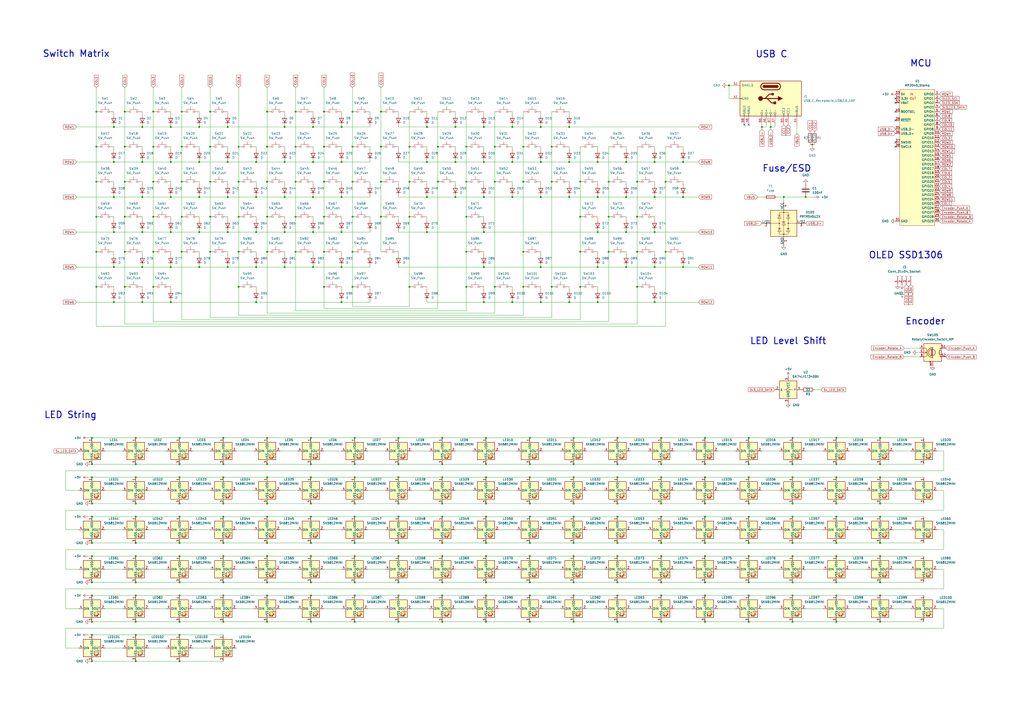
<source format=kicad_sch>
(kicad_sch (version 20250114) (generator "eeschema") (generator_version "9.0")
  (paper "A2")
  (lib_symbols
    (symbol "Connector:Conn_01x04_Socket" (pin_names (offset 1.016) (hide yes))
      (property "Reference" "J" (at 0 5.08 0))
      (property "Value" "Conn_01x04_Socket" (at 0 -7.62 0))
      (symbol "Conn_01x04_Socket_1_1"
        (pin passive line (at -5.08 2.54 0) (length 3.81) (name "Pin_1") (number "1"))
        (pin passive line (at -5.08 0 0) (length 3.81) (name "Pin_2") (number "2"))
        (pin passive line (at -5.08 -2.54 0) (length 3.81) (name "Pin_3") (number "3"))
        (pin passive line (at -5.08 -5.08 0) (length 3.81) (name "Pin_4") (number "4"))
      )
    )
    (symbol "Connector:USB_C_Receptacle_USB2.0_16P" (pin_names (offset 1.016))
      (property "Reference" "J" (at 0 22.225 0))
      (property "Value" "USB_C_Receptacle_USB2.0_16P" (at 0 19.685 0))
      (symbol "USB_C_Receptacle_USB2.0_16P_1_1"
        (pin passive line (at -7.62 -22.86 90) (length 5.08) (name "SHIELD") (number "S1"))
        (pin passive line (at 0 -22.86 90) (length 5.08) (name "GND") (number "A1"))
        (pin passive line (at 0 -22.86 90) (length 5.08) (hide yes) (name "GND") (number "A12"))
        (pin passive line (at 0 -22.86 90) (length 5.08) (hide yes) (name "GND") (number "B1"))
        (pin passive line (at 0 -22.86 90) (length 5.08) (hide yes) (name "GND") (number "B12"))
        (pin passive line (at 15.24 15.24 180) (length 5.08) (name "VBUS") (number "A4"))
        (pin passive line (at 15.24 15.24 180) (length 5.08) (hide yes) (name "VBUS") (number "A9"))
        (pin passive line (at 15.24 15.24 180) (length 5.08) (hide yes) (name "VBUS") (number "B4"))
        (pin passive line (at 15.24 15.24 180) (length 5.08) (hide yes) (name "VBUS") (number "B9"))
        (pin bidirectional line (at 15.24 10.16 180) (length 5.08) (name "CC1") (number "A5"))
        (pin bidirectional line (at 15.24 7.62 180) (length 5.08) (name "CC2") (number "B5"))
        (pin bidirectional line (at 15.24 2.54 180) (length 5.08) (name "D-") (number "A7"))
        (pin bidirectional line (at 15.24 0 180) (length 5.08) (name "D-") (number "B7"))
        (pin bidirectional line (at 15.24 -2.54 180) (length 5.08) (name "D+") (number "A6"))
        (pin bidirectional line (at 15.24 -5.08 180) (length 5.08) (name "D+") (number "B6"))
        (pin bidirectional line (at 15.24 -12.7 180) (length 5.08) (name "SBU1") (number "A8"))
        (pin bidirectional line (at 15.24 -15.24 180) (length 5.08) (name "SBU2") (number "B8"))
      )
    )
    (symbol "Device:C" (pin_numbers (hide yes)) (pin_names (offset 0.254))
      (property "Reference" "C" (at 0.635 2.54 0))
      (property "Value" "C" (at 0.635 -2.54 0))
      (symbol "C_1_1"
        (pin passive line (at 0 3.81 270) (length 2.794) (name "~") (number "1"))
        (pin passive line (at 0 -3.81 90) (length 2.794) (name "~") (number "2"))
      )
    )
    (symbol "Device:D" (pin_numbers (hide yes)) (pin_names (offset 1.016) (hide yes))
      (property "Reference" "D" (at 0 2.54 0))
      (property "Value" "D" (at 0 -2.54 0))
      (symbol "D_1_1"
        (pin passive line (at -3.81 0 0) (length 2.54) (name "K") (number "1"))
        (pin passive line (at 3.81 0 180) (length 2.54) (name "A") (number "2"))
      )
    )
    (symbol "Device:Fuse" (pin_numbers (hide yes)) (pin_names (offset 0))
      (property "Reference" "F" (at 2.032 0 90))
      (property "Value" "Fuse" (at -1.905 0 90))
      (symbol "Fuse_1_1"
        (pin passive line (at 0 3.81 270) (length 1.27) (name "~") (number "1"))
        (pin passive line (at 0 -3.81 90) (length 1.27) (name "~") (number "2"))
      )
    )
    (symbol "Device:R" (pin_numbers (hide yes)) (pin_names (offset 0))
      (property "Reference" "R" (at 2.032 0 90))
      (property "Value" "R" (at 0 0 90))
      (symbol "R_1_1"
        (pin passive line (at 0 3.81 270) (length 1.27) (name "~") (number "1"))
        (pin passive line (at 0 -3.81 90) (length 1.27) (name "~") (number "2"))
      )
    )
    (symbol "Device:RotaryEncoder_Switch_MP" (pin_names (offset 0.254) (hide yes))
      (property "Reference" "SW" (at 0 8.89 0))
      (property "Value" "RotaryEncoder_Switch_MP" (at 0 6.35 0))
      (symbol "RotaryEncoder_Switch_MP_1_1"
        (pin passive line (at -7.62 2.54 0) (length 2.54) (name "A") (number "A"))
        (pin passive line (at -7.62 0 0) (length 2.54) (name "C") (number "C"))
        (pin passive line (at -7.62 -2.54 0) (length 2.54) (name "B") (number "B"))
        (pin passive line (at 0 -7.62 90) (length 2.54) (name "MP") (number "MP"))
        (pin passive line (at 7.62 2.54 180) (length 2.54) (name "S1") (number "S1"))
        (pin passive line (at 7.62 -2.54 180) (length 2.54) (name "S2") (number "S2"))
      )
    )
    (symbol "LED2:SK6812MINI" (pin_names (offset 0.254))
      (property "Reference" "LED" (at 5.08 5.715 0))
      (property "Value" "SK6812MINI" (at 1.27 -5.715 0))
      (symbol "SK6812MINI_0_0"
        (text "RGB" (at 2.286 -4.191 0) (effects (font (size 0.762 0.762))))
      )
      (symbol "SK6812MINI_1_1"
        (pin input line (at -7.62 0 0) (length 2.54) (name "DIN") (number "4"))
        (pin power_in line (at 0 7.62 270) (length 2.54) (name "VDD") (number "1"))
        (pin power_in line (at 0 -7.62 90) (length 2.54) (name "VSS") (number "3"))
        (pin output line (at 7.62 0 180) (length 2.54) (name "DOUT") (number "2"))
      )
    )
    (symbol "Logic_LevelTranslator:SN74LV1T34DBV"
      (property "Reference" "U" (at 5.08 6.35 0))
      (property "Value" "SN74LV1T34DBV" (at 5.08 3.81 0))
      (symbol "SN74LV1T34DBV_1_1"
        (pin input line (at -7.62 0 0) (length 2.54) (name "A") (number "2"))
        (pin no_connect line (at -5.08 2.54 0) (length 2.54) (hide yes) (name "NC") (number "1"))
        (pin power_in line (at 0 7.62 270) (length 2.54) (name "VCC") (number "5"))
        (pin power_in line (at 0 -7.62 90) (length 2.54) (name "GND") (number "3"))
        (pin output line (at 7.62 0 180) (length 2.54) (name "Y") (number "4"))
      )
    )
    (symbol "Power_Protection:PRTR5V0U2X" (pin_names (offset 0))
      (property "Reference" "D" (at 2.794 8.636 0))
      (property "Value" "PRTR5V0U2X" (at 8.128 -9.398 0))
      (symbol "PRTR5V0U2X_1_1"
        (pin passive line (at -12.7 0 0) (length 5.08) (name "I/O1") (number "2"))
        (pin passive line (at 0 12.7 270) (length 5.08) (name "VCC") (number "4"))
        (pin passive line (at 0 -12.7 90) (length 5.08) (name "GND") (number "1"))
        (pin passive line (at 12.7 0 180) (length 5.08) (name "I/O2") (number "3"))
      )
    )
    (symbol "RP2xxx_Stamp:RP2350_Stamp"
      (property "Reference" "U" (at 10.16 43.18 0))
      (property "Value" "RP2350_Stamp" (at 0 -38.1 0))
      (symbol "RP2350_Stamp_0_0"
        (text "IN" (at -4.445 39.37 0) (effects (font (size 1.27 1.27)) (justify left)))
        (text "OUT" (at -4.445 36.83 0) (effects (font (size 1.27 1.27)) (justify left)))
        (pin power_in line (at -12.7 39.37 0) (length 2.54) (name "5V") (number "33"))
        (pin power_out line (at -12.7 36.83 0) (length 2.54) (name "3.3V") (number "34"))
        (pin power_in line (at -12.7 34.29 0) (length 2.54) (name "VBAT") (number "32"))
        (pin input line (at -12.7 29.21 0) (length 2.54) (name "BOOTSEL") (number "40"))
        (pin bidirectional line (at -12.7 24.13 0) (length 2.54) (name "~{RESET}") (number "39"))
        (pin bidirectional line (at -12.7 19.05 0) (length 2.54) (name "USB_D-") (number "35"))
        (pin bidirectional line (at -12.7 16.51 0) (length 2.54) (name "USB_D+") (number "36"))
        (pin bidirectional line (at -12.7 11.43 0) (length 2.54) (name "SWDIO") (number "37"))
        (pin input line (at -12.7 8.89 0) (length 2.54) (name "SWCLK") (number "38"))
        (pin power_in line (at -12.7 -34.29 0) (length 2.54) (name "GND") (number "31"))
        (pin bidirectional line (at 12.7 39.37 180) (length 2.54) (name "GPIO0") (number "1"))
        (pin bidirectional line (at 12.7 36.83 180) (length 2.54) (name "GPIO1") (number "2"))
        (pin bidirectional line (at 12.7 34.29 180) (length 2.54) (name "GPIO2") (number "3"))
        (pin bidirectional line (at 12.7 31.75 180) (length 2.54) (name "GPIO3") (number "4"))
        (pin bidirectional line (at 12.7 29.21 180) (length 2.54) (name "GPIO4") (number "5"))
        (pin bidirectional line (at 12.7 26.67 180) (length 2.54) (name "GPIO5") (number "6"))
        (pin bidirectional line (at 12.7 24.13 180) (length 2.54) (name "GPIO6") (number "7"))
        (pin bidirectional line (at 12.7 21.59 180) (length 2.54) (name "GPIO7") (number "8"))
        (pin bidirectional line (at 12.7 19.05 180) (length 2.54) (name "GPIO8") (number "9"))
        (pin bidirectional line (at 12.7 16.51 180) (length 2.54) (name "GPIO9") (number "10"))
        (pin bidirectional line (at 12.7 13.97 180) (length 2.54) (name "GPIO10") (number "11"))
        (pin bidirectional line (at 12.7 11.43 180) (length 2.54) (name "GPIO11") (number "12"))
        (pin bidirectional line (at 12.7 8.89 180) (length 2.54) (name "GPIO12") (number "13"))
        (pin bidirectional line (at 12.7 6.35 180) (length 2.54) (name "GPIO13") (number "14"))
        (pin bidirectional line (at 12.7 3.81 180) (length 2.54) (name "GPIO14") (number "15"))
        (pin bidirectional line (at 12.7 1.27 180) (length 2.54) (name "GPIO15") (number "16"))
        (pin bidirectional line (at 12.7 -1.27 180) (length 2.54) (name "GPIO16") (number "17"))
        (pin bidirectional line (at 12.7 -3.81 180) (length 2.54) (name "GPIO17") (number "18"))
        (pin bidirectional line (at 12.7 -6.35 180) (length 2.54) (name "GPIO18") (number "19"))
        (pin bidirectional line (at 12.7 -8.89 180) (length 2.54) (name "GPIO19") (number "20"))
        (pin bidirectional line (at 12.7 -11.43 180) (length 2.54) (name "GPIO20") (number "21"))
        (pin bidirectional line (at 12.7 -13.97 180) (length 2.54) (name "GPIO21") (number "22"))
        (pin bidirectional line (at 12.7 -16.51 180) (length 2.54) (name "GPIO22") (number "23"))
        (pin bidirectional line (at 12.7 -19.05 180) (length 2.54) (name "GPIO23") (number "24"))
        (pin bidirectional line (at 12.7 -21.59 180) (length 2.54) (name "GPIO24") (number "25"))
        (pin bidirectional line (at 12.7 -24.13 180) (length 2.54) (name "GPIO25") (number "26"))
        (pin bidirectional line (at 12.7 -26.67 180) (length 2.54) (name "GPIO26") (number "27"))
        (pin bidirectional line (at 12.7 -29.21 180) (length 2.54) (name "GPIO27") (number "28"))
        (pin bidirectional line (at 12.7 -31.75 180) (length 2.54) (name "GPIO28") (number "29"))
        (pin bidirectional line (at 12.7 -34.29 180) (length 2.54) (name "GPIO29") (number "30"))
      )
    )
    (symbol "Switch:SW_Push" (pin_numbers (hide yes)) (pin_names (offset 1.016) (hide yes))
      (property "Reference" "SW" (at 1.27 2.54 0))
      (property "Value" "SW_Push" (at 0 -1.524 0))
      (symbol "SW_Push_0_1"
        (pin passive line (at -5.08 0 0) (length 2.54) (name "1") (number "1"))
        (pin passive line (at 5.08 0 180) (length 2.54) (name "2") (number "2"))
      )
    )
    (symbol "power:+5V" (power) (pin_numbers (hide yes)) (pin_names (offset 0) (hide yes))
      (property "Value" "+5V" (at 0 3.556 0))
      (symbol "+5V_1_1"
        (pin power_in line (at 0 0 90) (length 0) (name "~") (number "1"))
      )
    )
    (symbol "power:GND" (power) (pin_numbers (hide yes)) (pin_names (offset 0) (hide yes))
      (property "Value" "GND" (at 0 -3.81 0))
      (symbol "GND_1_1"
        (pin power_in line (at 0 0 270) (length 0) (name "~") (number "1"))
      )
    )
  )
  (text "Fuse/ESD" (at 456.438 97.79 0) (effects (font (size 3.81 3.81) (thickness 0.508) (bold yes))))
  (text "Switch Matrix\n" (at 44.196 31.242 0) (effects (font (size 3.81 3.81) (thickness 0.508) (bold yes))))
  (text "OLED SSD1306" (at 525.526 148.082 0) (effects (font (size 3.81 3.81) (thickness 0.508) (bold yes))))
  (text "Encoder" (at 536.702 186.436 0) (effects (font (size 3.81 3.81) (thickness 0.508) (bold yes))))
  (text "MCU\n" (at 534.162 36.83 0) (effects (font (size 3.81 3.81) (thickness 0.508) (bold yes))))
  (text "LED String" (at 40.894 240.792 0) (effects (font (size 3.81 3.81) (thickness 0.508) (bold yes))))
  (text "LED Level Shift\n" (at 457.2 197.866 0) (effects (font (size 3.81 3.81) (thickness 0.508) (bold yes))))
  (text "USB C" (at 447.548 31.496 0) (effects (font (size 3.81 3.81) (thickness 0.508) (bold yes))))
  (junction (at 281.94 314.96))
  (junction (at 198.12 134.62))
  (junction (at 379.73 154.94))
  (junction (at 383.54 276.86))
  (junction (at 303.53 166.37))
  (junction (at 379.73 134.62))
  (junction (at 256.54 292.1))
  (junction (at 78.74 292.1))
  (junction (at 231.14 269.24))
  (junction (at 379.73 175.26))
  (junction (at 115.57 73.66))
  (junction (at 237.49 105.41))
  (junction (at 129.54 276.86))
  (junction (at 121.92 125.73))
  (junction (at 307.34 314.96))
  (junction (at 231.14 322.58))
  (junction (at 205.74 314.96))
  (junction (at 55.88 125.73))
  (junction (at 82.55 175.26))
  (junction (at 82.55 134.62))
  (junction (at 332.74 337.82))
  (junction (at 363.22 134.62))
  (junction (at 204.47 166.37))
  (junction (at 408.94 299.72))
  (junction (at 256.54 276.86))
  (junction (at 383.54 322.58))
  (junction (at 281.94 360.68))
  (junction (at 510.54 254))
  (junction (at 220.98 105.41))
  (junction (at 231.14 360.68))
  (junction (at 105.41 105.41))
  (junction (at 434.34 299.72))
  (junction (at 154.94 292.1))
  (junction (at 129.54 337.82))
  (junction (at 105.41 125.73))
  (junction (at 330.2 73.66))
  (junction (at 281.94 345.44))
  (junction (at 205.74 269.24))
  (junction (at 72.39 85.09))
  (junction (at 303.53 105.41))
  (junction (at 447.04 73.66))
  (junction (at 459.74 254))
  (junction (at 281.94 254))
  (junction (at 181.61 134.62))
  (junction (at 422.91 49.53))
  (junction (at 383.54 269.24))
  (junction (at 408.94 254))
  (junction (at 78.74 276.86))
  (junction (at 105.41 146.05))
  (junction (at 72.39 166.37))
  (junction (at 105.41 64.77))
  (junction (at 396.24 114.3))
  (junction (at 154.94 360.68))
  (junction (at 165.1 114.3))
  (junction (at 256.54 269.24))
  (junction (at 256.54 299.72))
  (junction (at 138.43 125.73))
  (junction (at 187.96 166.37))
  (junction (at 205.74 360.68))
  (junction (at 358.14 254))
  (junction (at 180.34 276.86))
  (junction (at 485.14 269.24))
  (junction (at 434.34 337.82))
  (junction (at 104.14 269.24))
  (junction (at 313.69 175.26))
  (junction (at 53.34 292.1))
  (junction (at 53.34 345.44))
  (junction (at 313.69 93.98))
  (junction (at 280.67 93.98))
  (junction (at 205.74 337.82))
  (junction (at 369.57 166.37))
  (junction (at 270.51 85.09))
  (junction (at 154.94 276.86))
  (junction (at 55.88 146.05))
  (junction (at 231.14 345.44))
  (junction (at 53.34 299.72))
  (junction (at 281.94 269.24))
  (junction (at 256.54 345.44))
  (junction (at 181.61 114.3))
  (junction (at 459.74 269.24))
  (junction (at 171.45 125.73))
  (junction (at 434.34 292.1))
  (junction (at 281.94 299.72))
  (junction (at 66.04 175.26))
  (junction (at 510.54 292.1))
  (junction (at 198.12 73.66))
  (junction (at 287.02 105.41))
  (junction (at 303.53 146.05))
  (junction (at 330.2 175.26))
  (junction (at 187.96 64.77))
  (junction (at 187.96 125.73))
  (junction (at 220.98 85.09))
  (junction (at 485.14 322.58))
  (junction (at 78.74 314.96))
  (junction (at 434.34 322.58))
  (junction (at 346.71 175.26))
  (junction (at 165.1 73.66))
  (junction (at 346.71 114.3))
  (junction (at 297.18 114.3))
  (junction (at 459.74 345.44))
  (junction (at 115.57 93.98))
  (junction (at 187.96 105.41))
  (junction (at 181.61 154.94))
  (junction (at 454.66 114.3))
  (junction (at 53.34 254))
  (junction (at 358.14 360.68))
  (junction (at 205.74 292.1))
  (junction (at 307.34 299.72))
  (junction (at 129.54 254))
  (junction (at 510.54 314.96))
  (junction (at 408.94 360.68))
  (junction (at 88.9 85.09))
  (junction (at 297.18 93.98))
  (junction (at 237.49 125.73))
  (junction (at 82.55 114.3))
  (junction (at 78.74 322.58))
  (junction (at 55.88 105.41))
  (junction (at 332.74 345.44))
  (junction (at 383.54 314.96))
  (junction (at 82.55 73.66))
  (junction (at 280.67 134.62))
  (junction (at 408.94 322.58))
  (junction (at 154.94 254))
  (junction (at 104.14 368.3))
  (junction (at 320.04 166.37))
  (junction (at 231.14 276.86))
  (junction (at 121.92 146.05))
  (junction (at 408.94 314.96))
  (junction (at 104.14 383.54))
  (junction (at 280.67 114.3))
  (junction (at 332.74 299.72))
  (junction (at 510.54 345.44))
  (junction (at 104.14 360.68))
  (junction (at 180.34 292.1))
  (junction (at 485.14 299.72))
  (junction (at 198.12 154.94))
  (junction (at 434.34 360.68))
  (junction (at 99.06 154.94))
  (junction (at 148.59 114.3))
  (junction (at 358.14 276.86))
  (junction (at 129.54 345.44))
  (junction (at 485.14 314.96))
  (junction (at 187.96 85.09))
  (junction (at 510.54 360.68))
  (junction (at 353.06 105.41))
  (junction (at 88.9 146.05))
  (junction (at 459.74 299.72))
  (junction (at 307.34 322.58))
  (junction (at 104.14 292.1))
  (junction (at 396.24 93.98))
  (junction (at 332.74 360.68))
  (junction (at 132.08 154.94))
  (junction (at 180.34 360.68))
  (junction (at 53.34 276.86))
  (junction (at 358.14 269.24))
  (junction (at 205.74 254))
  (junction (at 441.96 73.66))
  (junction (at 55.88 64.77))
  (junction (at 154.94 337.82))
  (junction (at 280.67 175.26))
  (junction (at 471.17 83.82))
  (junction (at 121.92 105.41))
  (junction (at 231.14 314.96))
  (junction (at 281.94 292.1))
  (junction (at 165.1 134.62))
  (junction (at 99.06 134.62))
  (junction (at 78.74 345.44))
  (junction (at 270.51 146.05))
  (junction (at 383.54 292.1))
  (junction (at 346.71 154.94))
  (junction (at 204.47 85.09))
  (junction (at 434.34 345.44))
  (junction (at 181.61 93.98))
  (junction (at 434.34 276.86))
  (junction (at 332.74 322.58))
  (junction (at 78.74 383.54))
  (junction (at 66.04 134.62))
  (junction (at 78.74 368.3))
  (junction (at 336.55 166.37))
  (junction (at 408.94 345.44))
  (junction (at 307.34 276.86))
  (junction (at 231.14 292.1))
  (junction (at 204.47 146.05))
  (junction (at 256.54 360.68))
  (junction (at 129.54 322.58))
  (junction (at 336.55 105.41))
  (junction (at 171.45 146.05))
  (junction (at 358.14 322.58))
  (junction (at 459.74 360.68))
  (junction (at 510.54 269.24))
  (junction (at 180.34 299.72))
  (junction (at 154.94 314.96))
  (junction (at 78.74 337.82))
  (junction (at 336.55 125.73))
  (junction (at 247.65 73.66))
  (junction (at 138.43 166.37))
  (junction (at 485.14 345.44))
  (junction (at 180.34 322.58))
  (junction (at 180.34 254))
  (junction (at 408.94 269.24))
  (junction (at 459.74 337.82))
  (junction (at 313.69 154.94))
  (junction (at 154.94 345.44))
  (junction (at 313.69 73.66))
  (junction (at 256.54 337.82))
  (junction (at 66.04 114.3))
  (junction (at 180.34 337.82))
  (junction (at 53.34 322.58))
  (junction (at 320.04 85.09))
  (junction (at 270.51 125.73))
  (junction (at 88.9 64.77))
  (junction (at 237.49 166.37))
  (junction (at 205.74 276.86))
  (junction (at 280.67 73.66))
  (junction (at 187.96 146.05))
  (junction (at 154.94 85.09))
  (junction (at 408.94 292.1))
  (junction (at 332.74 292.1))
  (junction (at 270.51 105.41))
  (junction (at 88.9 105.41))
  (junction (at 307.34 254))
  (junction (at 154.94 322.58))
  (junction (at 72.39 105.41))
  (junction (at 129.54 269.24))
  (junction (at 198.12 93.98))
  (junction (at 165.1 93.98))
  (junction (at 459.74 314.96))
  (junction (at 485.14 276.86))
  (junction (at 386.08 146.05))
  (junction (at 383.54 299.72))
  (junction (at 485.14 292.1))
  (junction (at 386.08 105.41))
  (junction (at 205.74 299.72))
  (junction (at 88.9 166.37))
  (junction (at 379.73 93.98))
  (junction (at 307.34 269.24))
  (junction (at 104.14 314.96))
  (junction (at 115.57 154.94))
  (junction (at 485.14 360.68))
  (junction (at 104.14 254))
  (junction (at 53.34 269.24))
  (junction (at 336.55 146.05))
  (junction (at 88.9 125.73))
  (junction (at 307.34 292.1))
  (junction (at 129.54 292.1))
  (junction (at 247.65 114.3))
  (junction (at 82.55 154.94))
  (junction (at 220.98 125.73))
  (junction (at 129.54 360.68))
  (junction (at 138.43 146.05))
  (junction (at 280.67 154.94))
  (junction (at 297.18 175.26))
  (junction (at 313.69 114.3))
  (junction (at 369.57 125.73))
  (junction (at 138.43 85.09))
  (junction (at 121.92 64.77))
  (junction (at 408.94 276.86))
  (junction (at 115.57 134.62))
  (junction (at 369.57 105.41))
  (junction (at 270.51 166.37))
  (junction (at 99.06 175.26))
  (junction (at 320.04 105.41))
  (junction (at 154.94 299.72))
  (junction (at 281.94 276.86))
  (junction (at 82.55 93.98))
  (junction (at 105.41 85.09))
  (junction (at 330.2 114.3))
  (junction (at 353.06 146.05))
  (junction (at 55.88 166.37))
  (junction (at 281.94 322.58))
  (junction (at 148.59 154.94))
  (junction (at 129.54 299.72))
  (junction (at 171.45 64.77))
  (junction (at 171.45 85.09))
  (junction (at 154.94 269.24))
  (junction (at 148.59 93.98))
  (junction (at 287.02 166.37))
  (junction (at 408.94 337.82))
  (junction (at 510.54 322.58))
  (junction (at 78.74 360.68))
  (junction (at 72.39 64.77))
  (junction (at 132.08 93.98))
  (junction (at 264.16 93.98))
  (junction (at 264.16 114.3))
  (junction (at 358.14 337.82))
  (junction (at 66.04 73.66))
  (junction (at 220.98 64.77))
  (junction (at 180.34 269.24))
  (junction (at 346.71 134.62))
  (junction (at 231.14 299.72))
  (junction (at 99.06 73.66))
  (junction (at 485.14 337.82))
  (junction (at 353.06 125.73))
  (junction (at 72.39 146.05))
  (junction (at 171.45 105.41))
  (junction (at 78.74 254))
  (junction (at 53.34 314.96))
  (junction (at 78.74 269.24))
  (junction (at 204.47 64.77))
  (junction (at 104.14 322.58))
  (junction (at 204.47 125.73))
  (junction (at 434.34 269.24))
  (junction (at 303.53 85.09))
  (junction (at 154.94 64.77))
  (junction (at 205.74 322.58))
  (junction (at 510.54 337.82))
  (junction (at 307.34 337.82))
  (junction (at 198.12 175.26))
  (junction (at 154.94 146.05))
  (junction (at 115.57 114.3))
  (junction (at 121.92 85.09))
  (junction (at 247.65 134.62))
  (junction (at 99.06 93.98))
  (junction (at 154.94 105.41))
  (junction (at 363.22 93.98))
  (junction (at 330.2 93.98))
  (junction (at 363.22 114.3))
  (junction (at 132.08 134.62))
  (junction (at 256.54 314.96))
  (junction (at 205.74 345.44))
  (junction (at 204.47 105.41))
  (junction (at 332.74 269.24))
  (junction (at 148.59 134.62))
  (junction (at 53.34 360.68))
  (junction (at 129.54 314.96))
  (junction (at 434.34 254))
  (junction (at 66.04 154.94))
  (junction (at 383.54 254))
  (junction (at 254 105.41))
  (junction (at 256.54 322.58))
  (junction (at 66.04 93.98))
  (junction (at 510.54 276.86))
  (junction (at 297.18 73.66))
  (junction (at 383.54 337.82))
  (junction (at 485.14 254))
  (junction (at 369.57 146.05))
  (junction (at 180.34 314.96))
  (junction (at 459.74 276.86))
  (junction (at 104.14 337.82))
  (junction (at 256.54 254))
  (junction (at 434.34 314.96))
  (junction (at 281.94 337.82))
  (junction (at 383.54 360.68))
  (junction (at 72.39 125.73))
  (junction (at 379.73 114.3))
  (junction (at 99.06 114.3))
  (junction (at 459.74 322.58))
  (junction (at 138.43 105.41))
  (junction (at 165.1 154.94))
  (junction (at 358.14 292.1))
  (junction (at 264.16 73.66))
  (junction (at 346.71 93.98))
  (junction (at 132.08 114.3))
  (junction (at 358.14 299.72))
  (junction (at 53.34 368.3))
  (junction (at 237.49 85.09))
  (junction (at 104.14 299.72))
  (junction (at 307.34 345.44))
  (junction (at 53.34 337.82))
  (junction (at 181.61 73.66))
  (junction (at 231.14 337.82))
  (junction (at 332.74 254))
  (junction (at 307.34 360.68))
  (junction (at 148.59 175.26))
  (junction (at 247.65 93.98))
  (junction (at 467.36 114.3))
  (junction (at 55.88 85.09))
  (junction (at 231.14 254))
  (junction (at 396.24 154.94))
  (junction (at 510.54 299.72))
  (junction (at 104.14 345.44))
  (junction (at 358.14 345.44))
  (junction (at 332.74 276.86))
  (junction (at 287.02 85.09))
  (junction (at 154.94 125.73))
  (junction (at 358.14 314.96))
  (junction (at 383.54 345.44))
  (junction (at 104.14 276.86))
  (junction (at 363.22 154.94))
  (junction (at 459.74 292.1))
  (junction (at 254 85.09))
  (junction (at 198.12 114.3))
  (junction (at 78.74 299.72))
  (junction (at 332.74 314.96))
  (junction (at 132.08 73.66))
  (junction (at 53.34 383.54))
  (junction (at 180.34 345.44))
  (no_connect (at 519.43 59.69))
  (no_connect (at 519.43 85.09))
  (no_connect (at 519.43 64.77))
  (no_connect (at 519.43 69.85))
  (no_connect (at 431.8 72.39))
  (no_connect (at 519.43 57.15))
  (no_connect (at 519.43 82.55))
  (no_connect (at 434.34 72.39))
  (wire (pts (xy 66.04 146.05) (xy 66.04 147.32)))
  (wire (pts (xy 205.74 269.24) (xy 231.14 269.24)))
  (wire (pts (xy 281.94 337.82) (xy 307.34 337.82)))
  (wire (pts (xy 165.1 125.73) (xy 165.1 127)))
  (wire (pts (xy 510.54 276.86) (xy 535.94 276.86)))
  (wire (pts (xy 375.92 353.06) (xy 365.76 353.06)))
  (wire (pts (xy 270.51 166.37) (xy 270.51 180.34)))
  (wire (pts (xy 121.92 85.09) (xy 121.92 105.41)))
  (wire (pts (xy 401.32 353.06) (xy 391.16 353.06)))
  (wire (pts (xy 485.14 314.96) (xy 510.54 314.96)))
  (wire (pts (xy 88.9 166.37) (xy 88.9 186.69)))
  (wire (pts (xy 88.9 64.77) (xy 88.9 85.09)))
  (wire (pts (xy 223.52 307.34) (xy 213.36 307.34)))
  (wire (pts (xy 383.54 314.96) (xy 408.94 314.96)))
  (wire (pts (xy 231.14 105.41) (xy 231.14 106.68)))
  (wire (pts (xy 422.91 57.15) (xy 422.91 49.53)))
  (wire (pts (xy 510.54 269.24) (xy 535.94 269.24)))
  (wire (pts (xy 332.74 345.44) (xy 358.14 345.44)))
  (wire (pts (xy 82.55 166.37) (xy 82.55 167.64)))
  (wire (pts (xy 547.37 284.48) (xy 547.37 295.91)))
  (wire (pts (xy 386.08 85.09) (xy 386.08 105.41)))
  (wire (pts (xy 138.43 50.8) (xy 138.43 85.09)))
  (wire (pts (xy 280.67 73.66) (xy 297.18 73.66)))
  (wire (pts (xy 325.12 353.06) (xy 314.96 353.06)))
  (wire (pts (xy 280.67 114.3) (xy 297.18 114.3)))
  (wire (pts (xy 104.14 337.82) (xy 129.54 337.82)))
  (wire (pts (xy 204.47 177.8) (xy 237.49 177.8)))
  (wire (pts (xy 104.14 276.86) (xy 129.54 276.86)))
  (wire (pts (xy 332.74 360.68) (xy 358.14 360.68)))
  (wire (pts (xy 369.57 105.41) (xy 369.57 125.73)))
  (wire (pts (xy 528.32 261.62) (xy 518.16 261.62)))
  (wire (pts (xy 165.1 85.09) (xy 165.1 86.36)))
  (wire (pts (xy 350.52 307.34) (xy 340.36 307.34)))
  (wire (pts (xy 231.14 276.86) (xy 256.54 276.86)))
  (wire (pts (xy 78.74 337.82) (xy 104.14 337.82)))
  (wire (pts (xy 346.71 105.41) (xy 346.71 106.68)))
  (wire (pts (xy 38.1 375.92) (xy 45.72 375.92)))
  (wire (pts (xy 148.59 134.62) (xy 165.1 134.62)))
  (wire (pts (xy 66.04 114.3) (xy 82.55 114.3)))
  (wire (pts (xy 38.1 273.05) (xy 38.1 284.48)))
  (wire (pts (xy 205.74 345.44) (xy 231.14 345.44)))
  (wire (pts (xy 44.45 73.66) (xy 66.04 73.66)))
  (wire (pts (xy 52.07 383.54) (xy 53.34 383.54)))
  (wire (pts (xy 214.63 125.73) (xy 214.63 127)))
  (wire (pts (xy 299.72 307.34) (xy 289.56 307.34)))
  (wire (pts (xy 426.72 307.34) (xy 416.56 307.34)))
  (wire (pts (xy 105.41 125.73) (xy 105.41 146.05)))
  (wire (pts (xy 485.14 276.86) (xy 510.54 276.86)))
  (wire (pts (xy 154.94 345.44) (xy 180.34 345.44)))
  (wire (pts (xy 99.06 93.98) (xy 115.57 93.98)))
  (wire (pts (xy 280.67 93.98) (xy 297.18 93.98)))
  (wire (pts (xy 220.98 125.73) (xy 220.98 146.05)))
  (wire (pts (xy 66.04 125.73) (xy 66.04 127)))
  (wire (pts (xy 154.94 292.1) (xy 180.34 292.1)))
  (wire (pts (xy 281.94 314.96) (xy 307.34 314.96)))
  (wire (pts (xy 223.52 261.62) (xy 213.36 261.62)))
  (wire (pts (xy 313.69 166.37) (xy 313.69 167.64)))
  (wire (pts (xy 231.14 154.94) (xy 280.67 154.94)))
  (wire (pts (xy 180.34 337.82) (xy 205.74 337.82)))
  (wire (pts (xy 434.34 314.96) (xy 459.74 314.96)))
  (wire (pts (xy 434.34 292.1) (xy 459.74 292.1)))
  (wire (pts (xy 165.1 64.77) (xy 165.1 66.04)))
  (wire (pts (xy 147.32 330.2) (xy 137.16 330.2)))
  (wire (pts (xy 220.98 105.41) (xy 220.98 125.73)))
  (wire (pts (xy 72.39 146.05) (xy 72.39 166.37)))
  (wire (pts (xy 88.9 105.41) (xy 88.9 125.73)))
  (wire (pts (xy 336.55 85.09) (xy 336.55 105.41)))
  (wire (pts (xy 148.59 114.3) (xy 165.1 114.3)))
  (wire (pts (xy 231.14 146.05) (xy 231.14 147.32)))
  (wire (pts (xy 299.72 284.48) (xy 289.56 284.48)))
  (wire (pts (xy 332.74 314.96) (xy 358.14 314.96)))
  (wire (pts (xy 426.72 284.48) (xy 416.56 284.48)))
  (wire (pts (xy 231.14 299.72) (xy 256.54 299.72)))
  (wire (pts (xy 485.14 322.58) (xy 510.54 322.58)))
  (wire (pts (xy 313.69 146.05) (xy 313.69 147.32)))
  (wire (pts (xy 332.74 337.82) (xy 358.14 337.82)))
  (wire (pts (xy 96.52 284.48) (xy 86.36 284.48)))
  (wire (pts (xy 307.34 337.82) (xy 332.74 337.82)))
  (wire (pts (xy 53.34 276.86) (xy 78.74 276.86)))
  (wire (pts (xy 214.63 146.05) (xy 214.63 147.32)))
  (wire (pts (xy 181.61 154.94) (xy 198.12 154.94)))
  (wire (pts (xy 231.14 64.77) (xy 231.14 66.04)))
  (wire (pts (xy 281.94 269.24) (xy 307.34 269.24)))
  (wire (pts (xy 180.34 299.72) (xy 205.74 299.72)))
  (wire (pts (xy 198.12 154.94) (xy 214.63 154.94)))
  (wire (pts (xy 307.34 322.58) (xy 332.74 322.58)))
  (wire (pts (xy 502.92 261.62) (xy 492.76 261.62)))
  (wire (pts (xy 313.69 73.66) (xy 330.2 73.66)))
  (wire (pts (xy 121.92 125.73) (xy 121.92 146.05)))
  (wire (pts (xy 53.34 322.58) (xy 78.74 322.58)))
  (wire (pts (xy 336.55 125.73) (xy 336.55 146.05)))
  (wire (pts (xy 459.74 276.86) (xy 485.14 276.86)))
  (wire (pts (xy 187.96 50.8) (xy 187.96 64.77)))
  (wire (pts (xy 485.14 299.72) (xy 510.54 299.72)))
  (wire (pts (xy 121.92 64.77) (xy 121.92 85.09)))
  (wire (pts (xy 325.12 284.48) (xy 314.96 284.48)))
  (wire (pts (xy 320.04 105.41) (xy 320.04 166.37)))
  (wire (pts (xy 330.2 73.66) (xy 405.13 73.66)))
  (wire (pts (xy 346.71 125.73) (xy 346.71 127)))
  (wire (pts (xy 181.61 85.09) (xy 181.61 86.36)))
  (wire (pts (xy 502.92 353.06) (xy 492.76 353.06)))
  (wire (pts (xy 477.52 330.2) (xy 467.36 330.2)))
  (wire (pts (xy 231.14 292.1) (xy 256.54 292.1)))
  (wire (pts (xy 459.74 269.24) (xy 485.14 269.24)))
  (wire (pts (xy 132.08 73.66) (xy 165.1 73.66)))
  (wire (pts (xy 165.1 93.98) (xy 181.61 93.98)))
  (wire (pts (xy 121.92 353.06) (xy 111.76 353.06)))
  (wire (pts (xy 205.74 276.86) (xy 231.14 276.86)))
  (wire (pts (xy 313.69 85.09) (xy 313.69 86.36)))
  (wire (pts (xy 280.67 146.05) (xy 280.67 147.32)))
  (wire (pts (xy 247.65 64.77) (xy 247.65 66.04)))
  (wire (pts (xy 231.14 73.66) (xy 247.65 73.66)))
  (wire (pts (xy 165.1 114.3) (xy 181.61 114.3)))
  (wire (pts (xy 528.32 307.34) (xy 518.16 307.34)))
  (wire (pts (xy 330.2 114.3) (xy 346.71 114.3)))
  (wire (pts (xy 66.04 73.66) (xy 82.55 73.66)))
  (wire (pts (xy 204.47 125.73) (xy 204.47 146.05)))
  (wire (pts (xy 363.22 93.98) (xy 379.73 93.98)))
  (wire (pts (xy 148.59 125.73) (xy 148.59 127)))
  (wire (pts (xy 287.02 85.09) (xy 287.02 105.41)))
  (wire (pts (xy 441.96 74.93) (xy 441.96 73.66)))
  (wire (pts (xy 375.92 307.34) (xy 365.76 307.34)))
  (wire (pts (xy 426.72 261.62) (xy 416.56 261.62)))
  (wire (pts (xy 485.14 345.44) (xy 510.54 345.44)))
  (wire (pts (xy 307.34 254) (xy 332.74 254)))
  (wire (pts (xy 313.69 175.26) (xy 330.2 175.26)))
  (wire (pts (xy 220.98 50.8) (xy 220.98 64.77)))
  (wire (pts (xy 528.32 284.48) (xy 518.16 284.48)))
  (wire (pts (xy 187.96 64.77) (xy 187.96 85.09)))
  (wire (pts (xy 383.54 276.86) (xy 408.94 276.86)))
  (wire (pts (xy 129.54 345.44) (xy 154.94 345.44)))
  (wire (pts (xy 231.14 114.3) (xy 247.65 114.3)))
  (wire (pts (xy 401.32 330.2) (xy 391.16 330.2)))
  (wire (pts (xy 105.41 50.8) (xy 105.41 64.77)))
  (wire (pts (xy 53.34 360.68) (xy 78.74 360.68)))
  (wire (pts (xy 459.74 337.82) (xy 485.14 337.82)))
  (wire (pts (xy 307.34 345.44) (xy 332.74 345.44)))
  (wire (pts (xy 204.47 85.09) (xy 204.47 105.41)))
  (wire (pts (xy 138.43 182.88) (xy 303.53 182.88)))
  (wire (pts (xy 180.34 276.86) (xy 205.74 276.86)))
  (wire (pts (xy 303.53 166.37) (xy 303.53 182.88)))
  (wire (pts (xy 181.61 105.41) (xy 181.61 106.68)))
  (wire (pts (xy 205.74 322.58) (xy 231.14 322.58)))
  (wire (pts (xy 452.12 261.62) (xy 441.96 261.62)))
  (wire (pts (xy 82.55 175.26) (xy 99.06 175.26)))
  (wire (pts (xy 426.72 330.2) (xy 416.56 330.2)))
  (wire (pts (xy 129.54 314.96) (xy 154.94 314.96)))
  (wire (pts (xy 148.59 175.26) (xy 198.12 175.26)))
  (wire (pts (xy 66.04 93.98) (xy 82.55 93.98)))
  (wire (pts (xy 299.72 261.62) (xy 289.56 261.62)))
  (wire (pts (xy 129.54 360.68) (xy 154.94 360.68)))
  (wire (pts (xy 422.91 49.53) (xy 424.18 49.53)))
  (wire (pts (xy 274.32 284.48) (xy 264.16 284.48)))
  (wire (pts (xy 181.61 114.3) (xy 198.12 114.3)))
  (wire (pts (xy 99.06 166.37) (xy 99.06 167.64)))
  (wire (pts (xy 547.37 307.34) (xy 543.56 307.34)))
  (wire (pts (xy 346.71 175.26) (xy 379.73 175.26)))
  (wire (pts (xy 44.45 114.3) (xy 66.04 114.3)))
  (wire (pts (xy 132.08 125.73) (xy 132.08 127)))
  (wire (pts (xy 401.32 261.62) (xy 391.16 261.62)))
  (wire (pts (xy 248.92 261.62) (xy 238.76 261.62)))
  (wire (pts (xy 396.24 105.41) (xy 396.24 106.68)))
  (wire (pts (xy 307.34 269.24) (xy 332.74 269.24)))
  (wire (pts (xy 72.39 85.09) (xy 72.39 105.41)))
  (wire (pts (xy 132.08 146.05) (xy 132.08 147.32)))
  (wire (pts (xy 154.94 360.68) (xy 180.34 360.68)))
  (wire (pts (xy 247.65 125.73) (xy 247.65 127)))
  (wire (pts (xy 71.12 330.2) (xy 60.96 330.2)))
  (wire (pts (xy 281.94 322.58) (xy 307.34 322.58)))
  (wire (pts (xy 82.55 134.62) (xy 99.06 134.62)))
  (wire (pts (xy 99.06 154.94) (xy 115.57 154.94)))
  (wire (pts (xy 38.1 307.34) (xy 45.72 307.34)))
  (wire (pts (xy 187.96 125.73) (xy 187.96 146.05)))
  (wire (pts (xy 485.14 337.82) (xy 510.54 337.82)))
  (wire (pts (xy 256.54 254) (xy 281.94 254)))
  (wire (pts (xy 129.54 292.1) (xy 154.94 292.1)))
  (wire (pts (xy 287.02 166.37) (xy 287.02 181.61)))
  (wire (pts (xy 214.63 64.77) (xy 214.63 66.04)))
  (wire (pts (xy 115.57 114.3) (xy 132.08 114.3)))
  (wire (pts (xy 459.74 360.68) (xy 485.14 360.68)))
  (wire (pts (xy 187.96 166.37) (xy 187.96 179.07)))
  (wire (pts (xy 105.41 64.77) (xy 105.41 85.09)))
  (wire (pts (xy 547.37 330.2) (xy 547.37 341.63)))
  (wire (pts (xy 247.65 114.3) (xy 264.16 114.3)))
  (wire (pts (xy 198.12 284.48) (xy 187.96 284.48)))
  (wire (pts (xy 330.2 166.37) (xy 330.2 167.64)))
  (wire (pts (xy 396.24 114.3) (xy 405.13 114.3)))
  (wire (pts (xy 383.54 337.82) (xy 408.94 337.82)))
  (wire (pts (xy 454.66 114.3) (xy 454.66 116.84)))
  (wire (pts (xy 346.71 85.09) (xy 346.71 86.36)))
  (wire (pts (xy 477.52 307.34) (xy 467.36 307.34)))
  (wire (pts (xy 105.41 85.09) (xy 105.41 105.41)))
  (wire (pts (xy 358.14 276.86) (xy 383.54 276.86)))
  (wire (pts (xy 408.94 292.1) (xy 434.34 292.1)))
  (wire (pts (xy 408.94 322.58) (xy 434.34 322.58)))
  (wire (pts (xy 452.12 353.06) (xy 441.96 353.06)))
  (wire (pts (xy 99.06 175.26) (xy 148.59 175.26)))
  (wire (pts (xy 171.45 50.8) (xy 171.45 64.77)))
  (wire (pts (xy 307.34 276.86) (xy 332.74 276.86)))
  (wire (pts (xy 485.14 254) (xy 510.54 254)))
  (wire (pts (xy 132.08 154.94) (xy 148.59 154.94)))
  (wire (pts (xy 477.52 284.48) (xy 467.36 284.48)))
  (wire (pts (xy 383.54 269.24) (xy 408.94 269.24)))
  (wire (pts (xy 115.57 73.66) (xy 132.08 73.66)))
  (wire (pts (xy 99.06 105.41) (xy 99.06 106.68)))
  (wire (pts (xy 148.59 85.09) (xy 148.59 86.36)))
  (wire (pts (xy 459.74 314.96) (xy 485.14 314.96)))
  (wire (pts (xy 198.12 353.06) (xy 187.96 353.06)))
  (wire (pts (xy 104.14 368.3) (xy 129.54 368.3)))
  (wire (pts (xy 247.65 134.62) (xy 280.67 134.62)))
  (wire (pts (xy 205.74 360.68) (xy 231.14 360.68)))
  (wire (pts (xy 71.12 261.62) (xy 60.96 261.62)))
  (wire (pts (xy 129.54 276.86) (xy 154.94 276.86)))
  (wire (pts (xy 53.34 254) (xy 78.74 254)))
  (wire (pts (xy 99.06 73.66) (xy 115.57 73.66)))
  (wire (pts (xy 247.65 73.66) (xy 264.16 73.66)))
  (wire (pts (xy 447.04 72.39) (xy 447.04 73.66)))
  (wire (pts (xy 297.18 114.3) (xy 313.69 114.3)))
  (wire (pts (xy 264.16 85.09) (xy 264.16 86.36)))
  (wire (pts (xy 121.92 50.8) (xy 121.92 64.77)))
  (wire (pts (xy 346.71 146.05) (xy 346.71 147.32)))
  (wire (pts (xy 459.74 345.44) (xy 485.14 345.44)))
  (wire (pts (xy 256.54 269.24) (xy 281.94 269.24)))
  (wire (pts (xy 198.12 73.66) (xy 214.63 73.66)))
  (wire (pts (xy 408.94 299.72) (xy 434.34 299.72)))
  (wire (pts (xy 223.52 353.06) (xy 213.36 353.06)))
  (wire (pts (xy 320.04 184.15) (xy 121.92 184.15)))
  (wire (pts (xy 50.8 368.3) (xy 53.34 368.3)))
  (wire (pts (xy 363.22 154.94) (xy 379.73 154.94)))
  (wire (pts (xy 270.51 125.73) (xy 270.51 146.05)))
  (wire (pts (xy 320.04 64.77) (xy 320.04 85.09)))
  (wire (pts (xy 231.14 337.82) (xy 256.54 337.82)))
  (wire (pts (xy 154.94 105.41) (xy 154.94 125.73)))
  (wire (pts (xy 72.39 125.73) (xy 72.39 146.05)))
  (wire (pts (xy 44.45 93.98) (xy 66.04 93.98)))
  (wire (pts (xy 297.18 73.66) (xy 313.69 73.66)))
  (wire (pts (xy 154.94 85.09) (xy 154.94 105.41)))
  (wire (pts (xy 55.88 105.41) (xy 55.88 125.73)))
  (wire (pts (xy 121.92 330.2) (xy 111.76 330.2)))
  (wire (pts (xy 204.47 105.41) (xy 204.47 125.73)))
  (wire (pts (xy 358.14 299.72) (xy 383.54 299.72)))
  (wire (pts (xy 396.24 85.09) (xy 396.24 86.36)))
  (wire (pts (xy 297.18 105.41) (xy 297.18 106.68)))
  (wire (pts (xy 71.12 284.48) (xy 60.96 284.48)))
  (wire (pts (xy 187.96 105.41) (xy 187.96 125.73)))
  (wire (pts (xy 181.61 64.77) (xy 181.61 66.04)))
  (wire (pts (xy 53.34 383.54) (xy 78.74 383.54)))
  (wire (pts (xy 82.55 93.98) (xy 99.06 93.98)))
  (wire (pts (xy 231.14 125.73) (xy 231.14 127)))
  (wire (pts (xy 82.55 85.09) (xy 82.55 86.36)))
  (wire (pts (xy 307.34 292.1) (xy 332.74 292.1)))
  (wire (pts (xy 154.94 254) (xy 180.34 254)))
  (wire (pts (xy 547.37 261.62) (xy 547.37 273.05)))
  (wire (pts (xy 88.9 125.73) (xy 88.9 146.05)))
  (wire (pts (xy 353.06 105.41) (xy 353.06 125.73)))
  (wire (pts (xy 55.88 64.77) (xy 55.88 85.09)))
  (wire (pts (xy 280.67 105.41) (xy 280.67 106.68)))
  (wire (pts (xy 281.94 299.72) (xy 307.34 299.72)))
  (wire (pts (xy 547.37 330.2) (xy 543.56 330.2)))
  (wire (pts (xy 72.39 64.77) (xy 72.39 85.09)))
  (wire (pts (xy 547.37 318.77) (xy 38.1 318.77)))
  (wire (pts (xy 447.04 73.66) (xy 449.58 73.66)))
  (wire (pts (xy 325.12 261.62) (xy 314.96 261.62)))
  (wire (pts (xy 346.71 134.62) (xy 363.22 134.62)))
  (wire (pts (xy 408.94 360.68) (xy 434.34 360.68)))
  (wire (pts (xy 231.14 360.68) (xy 256.54 360.68)))
  (wire (pts (xy 38.1 330.2) (xy 45.72 330.2)))
  (wire (pts (xy 172.72 284.48) (xy 162.56 284.48)))
  (wire (pts (xy 450.85 114.3) (xy 454.66 114.3)))
  (wire (pts (xy 270.51 64.77) (xy 270.51 85.09)))
  (wire (pts (xy 104.14 314.96) (xy 129.54 314.96)))
  (wire (pts (xy 132.08 105.41) (xy 132.08 106.68)))
  (wire (pts (xy 248.92 330.2) (xy 238.76 330.2)))
  (wire (pts (xy 138.43 125.73) (xy 138.43 146.05)))
  (wire (pts (xy 214.63 166.37) (xy 214.63 167.64)))
  (wire (pts (xy 441.96 72.39) (xy 441.96 73.66)))
  (wire (pts (xy 332.74 276.86) (xy 358.14 276.86)))
  (wire (pts (xy 53.34 345.44) (xy 78.74 345.44)))
  (wire (pts (xy 115.57 154.94) (xy 132.08 154.94)))
  (wire (pts (xy 313.69 64.77) (xy 313.69 66.04)))
  (wire (pts (xy 180.34 292.1) (xy 205.74 292.1)))
  (wire (pts (xy 472.44 226.06) (xy 476.25 226.06)))
  (wire (pts (xy 547.37 341.63) (xy 38.1 341.63)))
  (wire (pts (xy 280.67 64.77) (xy 280.67 66.04)))
  (wire (pts (xy 55.88 125.73) (xy 55.88 146.05)))
  (wire (pts (xy 270.51 146.05) (xy 270.51 166.37)))
  (wire (pts (xy 510.54 254) (xy 535.94 254)))
  (wire (pts (xy 220.98 64.77) (xy 220.98 85.09)))
  (wire (pts (xy 408.94 337.82) (xy 434.34 337.82)))
  (wire (pts (xy 379.73 85.09) (xy 379.73 86.36)))
  (wire (pts (xy 53.34 337.82) (xy 78.74 337.82)))
  (wire (pts (xy 426.72 353.06) (xy 416.56 353.06)))
  (wire (pts (xy 104.14 383.54) (xy 129.54 383.54)))
  (wire (pts (xy 421.64 49.53) (xy 422.91 49.53)))
  (wire (pts (xy 363.22 105.41) (xy 363.22 106.68)))
  (wire (pts (xy 82.55 114.3) (xy 99.06 114.3)))
  (wire (pts (xy 383.54 254) (xy 408.94 254)))
  (wire (pts (xy 303.53 146.05) (xy 303.53 166.37)))
  (wire (pts (xy 281.94 276.86) (xy 307.34 276.86)))
  (wire (pts (xy 307.34 360.68) (xy 332.74 360.68)))
  (wire (pts (xy 434.34 345.44) (xy 459.74 345.44)))
  (wire (pts (xy 82.55 125.73) (xy 82.55 127)))
  (wire (pts (xy 205.74 292.1) (xy 231.14 292.1)))
  (wire (pts (xy 401.32 307.34) (xy 391.16 307.34)))
  (wire (pts (xy 408.94 269.24) (xy 434.34 269.24)))
  (wire (pts (xy 350.52 330.2) (xy 340.36 330.2)))
  (wire (pts (xy 171.45 85.09) (xy 171.45 105.41)))
  (wire (pts (xy 297.18 93.98) (xy 313.69 93.98)))
  (wire (pts (xy 231.14 345.44) (xy 256.54 345.44)))
  (wire (pts (xy 485.14 292.1) (xy 510.54 292.1)))
  (wire (pts (xy 434.34 337.82) (xy 459.74 337.82)))
  (wire (pts (xy 346.71 93.98) (xy 363.22 93.98)))
  (wire (pts (xy 363.22 125.73) (xy 363.22 127)))
  (wire (pts (xy 187.96 146.05) (xy 187.96 166.37)))
  (wire (pts (xy 147.32 307.34) (xy 137.16 307.34)))
  (wire (pts (xy 71.12 353.06) (xy 60.96 353.06)))
  (wire (pts (xy 502.92 330.2) (xy 492.76 330.2)))
  (wire (pts (xy 346.71 114.3) (xy 363.22 114.3)))
  (wire (pts (xy 358.14 269.24) (xy 383.54 269.24)))
  (wire (pts (xy 256.54 276.86) (xy 281.94 276.86)))
  (wire (pts (xy 154.94 322.58) (xy 180.34 322.58)))
  (wire (pts (xy 477.52 261.62) (xy 467.36 261.62)))
  (wire (pts (xy 223.52 284.48) (xy 213.36 284.48)))
  (wire (pts (xy 313.69 93.98) (xy 330.2 93.98)))
  (wire (pts (xy 198.12 85.09) (xy 198.12 86.36)))
  (wire (pts (xy 198.12 114.3) (xy 214.63 114.3)))
  (wire (pts (xy 307.34 314.96) (xy 332.74 314.96)))
  (wire (pts (xy 434.34 276.86) (xy 459.74 276.86)))
  (wire (pts (xy 297.18 64.77) (xy 297.18 66.04)))
  (wire (pts (xy 204.47 50.8) (xy 204.47 64.77)))
  (wire (pts (xy 299.72 330.2) (xy 289.56 330.2)))
  (wire (pts (xy 383.54 345.44) (xy 408.94 345.44)))
  (wire (pts (xy 154.94 276.86) (xy 180.34 276.86)))
  (wire (pts (xy 148.59 93.98) (xy 165.1 93.98)))
  (wire (pts (xy 264.16 64.77) (xy 264.16 66.04)))
  (wire (pts (xy 132.08 134.62) (xy 148.59 134.62)))
  (wire (pts (xy 547.37 261.62) (xy 543.56 261.62)))
  (wire (pts (xy 401.32 284.48) (xy 391.16 284.48)))
  (wire (pts (xy 78.74 360.68) (xy 104.14 360.68)))
  (wire (pts (xy 88.9 50.8) (xy 88.9 64.77)))
  (wire (pts (xy 379.73 175.26) (xy 405.13 175.26)))
  (wire (pts (xy 375.92 330.2) (xy 365.76 330.2)))
  (wire (pts (xy 547.37 273.05) (xy 38.1 273.05)))
  (wire (pts (xy 66.04 175.26) (xy 82.55 175.26)))
  (wire (pts (xy 78.74 368.3) (xy 104.14 368.3)))
  (wire (pts (xy 198.12 261.62) (xy 187.96 261.62)))
  (wire (pts (xy 181.61 125.73) (xy 181.61 127)))
  (wire (pts (xy 55.88 166.37) (xy 55.88 189.23)))
  (wire (pts (xy 72.39 50.8) (xy 72.39 64.77)))
  (wire (pts (xy 358.14 254) (xy 383.54 254)))
  (wire (pts (xy 72.39 105.41) (xy 72.39 125.73)))
  (wire (pts (xy 38.1 318.77) (xy 38.1 330.2)))
  (wire (pts (xy 248.92 353.06) (xy 238.76 353.06)))
  (wire (pts (xy 547.37 295.91) (xy 38.1 295.91)))
  (wire (pts (xy 198.12 134.62) (xy 214.63 134.62)))
  (wire (pts (xy 459.74 292.1) (xy 485.14 292.1)))
  (wire (pts (xy 44.45 175.26) (xy 66.04 175.26)))
  (wire (pts (xy 274.32 330.2) (xy 264.16 330.2)))
  (wire (pts (xy 115.57 64.77) (xy 115.57 66.04)))
  (wire (pts (xy 147.32 284.48) (xy 137.16 284.48)))
  (wire (pts (xy 53.34 314.96) (xy 78.74 314.96)))
  (wire (pts (xy 353.06 125.73) (xy 353.06 146.05)))
  (wire (pts (xy 50.8 345.44) (xy 53.34 345.44)))
  (wire (pts (xy 297.18 175.26) (xy 313.69 175.26)))
  (wire (pts (xy 375.92 284.48) (xy 365.76 284.48)))
  (wire (pts (xy 502.92 284.48) (xy 492.76 284.48)))
  (wire (pts (xy 247.65 85.09) (xy 247.65 86.36)))
  (wire (pts (xy 171.45 105.41) (xy 171.45 125.73)))
  (wire (pts (xy 115.57 125.73) (xy 115.57 127)))
  (wire (pts (xy 52.07 292.1) (xy 53.34 292.1)))
  (wire (pts (xy 204.47 146.05) (xy 204.47 166.37)))
  (wire (pts (xy 154.94 314.96) (xy 180.34 314.96)))
  (wire (pts (xy 256.54 360.68) (xy 281.94 360.68)))
  (wire (pts (xy 96.52 261.62) (xy 86.36 261.62)))
  (wire (pts (xy 471.17 83.82) (xy 472.44 83.82)))
  (wire (pts (xy 154.94 269.24) (xy 180.34 269.24)))
  (wire (pts (xy 358.14 314.96) (xy 383.54 314.96)))
  (wire (pts (xy 66.04 85.09) (xy 66.04 86.36)))
  (wire (pts (xy 237.49 64.77) (xy 237.49 85.09)))
  (wire (pts (xy 274.32 307.34) (xy 264.16 307.34)))
  (wire (pts (xy 180.34 269.24) (xy 205.74 269.24)))
  (wire (pts (xy 154.94 146.05) (xy 154.94 181.61)))
  (wire (pts (xy 441.96 73.66) (xy 444.5 73.66)))
  (wire (pts (xy 256.54 337.82) (xy 281.94 337.82)))
  (wire (pts (xy 78.74 345.44) (xy 104.14 345.44)))
  (wire (pts (xy 383.54 299.72) (xy 408.94 299.72)))
  (wire (pts (xy 104.14 360.68) (xy 129.54 360.68)))
  (wire (pts (xy 297.18 85.09) (xy 297.18 86.36)))
  (wire (pts (xy 313.69 154.94) (xy 346.71 154.94)))
  (wire (pts (xy 287.02 64.77) (xy 287.02 85.09)))
  (wire (pts (xy 53.34 292.1) (xy 78.74 292.1)))
  (wire (pts (xy 198.12 175.26) (xy 214.63 175.26)))
  (wire (pts (xy 121.92 105.41) (xy 121.92 125.73)))
  (wire (pts (xy 198.12 125.73) (xy 198.12 127)))
  (wire (pts (xy 52.07 360.68) (xy 53.34 360.68)))
  (wire (pts (xy 336.55 105.41) (xy 336.55 125.73)))
  (wire (pts (xy 71.12 375.92) (xy 60.96 375.92)))
  (wire (pts (xy 121.92 284.48) (xy 111.76 284.48)))
  (wire (pts (xy 330.2 105.41) (xy 330.2 106.68)))
  (wire (pts (xy 254 179.07) (xy 187.96 179.07)))
  (wire (pts (xy 299.72 353.06) (xy 289.56 353.06)))
  (wire (pts (xy 396.24 93.98) (xy 405.13 93.98)))
  (wire (pts (xy 313.69 114.3) (xy 330.2 114.3)))
  (wire (pts (xy 187.96 85.09) (xy 187.96 105.41)))
  (wire (pts (xy 138.43 85.09) (xy 138.43 105.41)))
  (wire (pts (xy 332.74 292.1) (xy 358.14 292.1)))
  (wire (pts (xy 264.16 114.3) (xy 280.67 114.3)))
  (wire (pts (xy 132.08 114.3) (xy 148.59 114.3)))
  (wire (pts (xy 485.14 269.24) (xy 510.54 269.24)))
  (wire (pts (xy 154.94 299.72) (xy 180.34 299.72)))
  (wire (pts (xy 223.52 330.2) (xy 213.36 330.2)))
  (wire (pts (xy 78.74 322.58) (xy 104.14 322.58)))
  (wire (pts (xy 358.14 360.68) (xy 383.54 360.68)))
  (wire (pts (xy 379.73 93.98) (xy 396.24 93.98)))
  (wire (pts (xy 254 85.09) (xy 254 105.41)))
  (wire (pts (xy 379.73 114.3) (xy 396.24 114.3)))
  (wire (pts (xy 264.16 105.41) (xy 264.16 106.68)))
  (wire (pts (xy 439.42 114.3) (xy 443.23 114.3)))
  (wire (pts (xy 386.08 189.23) (xy 55.88 189.23)))
  (wire (pts (xy 205.74 337.82) (xy 231.14 337.82)))
  (wire (pts (xy 52.07 269.24) (xy 53.34 269.24)))
  (wire (pts (xy 121.92 146.05) (xy 121.92 184.15)))
  (wire (pts (xy 379.73 134.62) (xy 405.13 134.62)))
  (wire (pts (xy 332.74 254) (xy 358.14 254)))
  (wire (pts (xy 247.65 166.37) (xy 247.65 167.64)))
  (wire (pts (xy 129.54 322.58) (xy 154.94 322.58)))
  (wire (pts (xy 55.88 50.8) (xy 55.88 64.77)))
  (wire (pts (xy 280.67 85.09) (xy 280.67 86.36)))
  (wire (pts (xy 330.2 175.26) (xy 346.71 175.26)))
  (wire (pts (xy 424.18 57.15) (xy 422.91 57.15)))
  (wire (pts (xy 78.74 276.86) (xy 104.14 276.86)))
  (wire (pts (xy 332.74 322.58) (xy 358.14 322.58)))
  (wire (pts (xy 379.73 146.05) (xy 379.73 147.32)))
  (wire (pts (xy 256.54 299.72) (xy 281.94 299.72)))
  (wire (pts (xy 408.94 254) (xy 434.34 254)))
  (wire (pts (xy 281.94 292.1) (xy 307.34 292.1)))
  (wire (pts (xy 231.14 85.09) (xy 231.14 86.36)))
  (wire (pts (xy 154.94 50.8) (xy 154.94 64.77)))
  (wire (pts (xy 99.06 125.73) (xy 99.06 127)))
  (wire (pts (xy 510.54 360.68) (xy 535.94 360.68)))
  (wire (pts (xy 204.47 64.77) (xy 204.47 85.09)))
  (wire (pts (xy 358.14 345.44) (xy 383.54 345.44)))
  (wire (pts (xy 198.12 166.37) (xy 198.12 167.64)))
  (wire (pts (xy 502.92 307.34) (xy 492.76 307.34)))
  (wire (pts (xy 82.55 154.94) (xy 99.06 154.94)))
  (wire (pts (xy 386.08 146.05) (xy 386.08 189.23)))
  (wire (pts (xy 350.52 353.06) (xy 340.36 353.06)))
  (wire (pts (xy 363.22 146.05) (xy 363.22 147.32)))
  (wire (pts (xy 231.14 314.96) (xy 256.54 314.96)))
  (wire (pts (xy 88.9 146.05) (xy 88.9 166.37)))
  (wire (pts (xy 363.22 85.09) (xy 363.22 86.36)))
  (wire (pts (xy 454.66 114.3) (xy 467.36 114.3)))
  (wire (pts (xy 510.54 322.58) (xy 535.94 322.58)))
  (wire (pts (xy 332.74 299.72) (xy 358.14 299.72)))
  (wire (pts (xy 38.1 284.48) (xy 45.72 284.48)))
  (wire (pts (xy 281.94 254) (xy 307.34 254)))
  (wire (pts (xy 66.04 105.41) (xy 66.04 106.68)))
  (wire (pts (xy 256.54 322.58) (xy 281.94 322.58)))
  (wire (pts (xy 55.88 85.09) (xy 55.88 105.41)))
  (wire (pts (xy 358.14 292.1) (xy 383.54 292.1)))
  (wire (pts (xy 528.32 353.06) (xy 518.16 353.06)))
  (wire (pts (xy 383.54 322.58) (xy 408.94 322.58)))
  (wire (pts (xy 180.34 360.68) (xy 205.74 360.68)))
  (wire (pts (xy 78.74 383.54) (xy 104.14 383.54)))
  (wire (pts (xy 353.06 186.69) (xy 88.9 186.69)))
  (wire (pts (xy 172.72 307.34) (xy 162.56 307.34)))
  (wire (pts (xy 375.92 261.62) (xy 365.76 261.62)))
  (wire (pts (xy 66.04 134.62) (xy 82.55 134.62)))
  (wire (pts (xy 510.54 345.44) (xy 535.94 345.44)))
  (wire (pts (xy 510.54 299.72) (xy 535.94 299.72)))
  (wire (pts (xy 459.74 299.72) (xy 485.14 299.72)))
  (wire (pts (xy 99.06 134.62) (xy 115.57 134.62)))
  (wire (pts (xy 82.55 73.66) (xy 99.06 73.66)))
  (wire (pts (xy 154.94 125.73) (xy 154.94 146.05)))
  (wire (pts (xy 320.04 166.37) (xy 320.04 184.15)))
  (wire (pts (xy 50.8 299.72) (xy 53.34 299.72)))
  (wire (pts (xy 434.34 254) (xy 459.74 254)))
  (wire (pts (xy 148.59 146.05) (xy 148.59 147.32)))
  (wire (pts (xy 78.74 254) (xy 104.14 254)))
  (wire (pts (xy 104.14 292.1) (xy 129.54 292.1)))
  (wire (pts (xy 231.14 134.62) (xy 247.65 134.62)))
  (wire (pts (xy 353.06 85.09) (xy 353.06 105.41)))
  (wire (pts (xy 379.73 125.73) (xy 379.73 127)))
  (wire (pts (xy 524.51 207.01) (xy 533.4 207.01)))
  (wire (pts (xy 172.72 353.06) (xy 162.56 353.06)))
  (wire (pts (xy 264.16 73.66) (xy 280.67 73.66)))
  (wire (pts (xy 52.07 314.96) (xy 53.34 314.96)))
  (wire (pts (xy 281.94 345.44) (xy 307.34 345.44)))
  (wire (pts (xy 459.74 322.58) (xy 485.14 322.58)))
  (wire (pts (xy 247.65 105.41) (xy 247.65 106.68)))
  (wire (pts (xy 287.02 181.61) (xy 154.94 181.61)))
  (wire (pts (xy 307.34 299.72) (xy 332.74 299.72)))
  (wire (pts (xy 104.14 322.58) (xy 129.54 322.58)))
  (wire (pts (xy 129.54 254) (xy 154.94 254)))
  (wire (pts (xy 547.37 353.06) (xy 543.56 353.06)))
  (wire (pts (xy 462.28 77.47) (xy 462.28 72.39)))
  (wire (pts (xy 449.58 73.66) (xy 449.58 72.39)))
  (wire (pts (xy 434.34 322.58) (xy 459.74 322.58)))
  (wire (pts (xy 280.67 125.73) (xy 280.67 127)))
  (wire (pts (xy 237.49 166.37) (xy 237.49 177.8)))
  (wire (pts (xy 214.63 105.41) (xy 214.63 106.68)))
  (wire (pts (xy 396.24 146.05) (xy 396.24 147.32)))
  (wire (pts (xy 477.52 353.06) (xy 467.36 353.06)))
  (wire (pts (xy 72.39 166.37) (xy 72.39 187.96)))
  (wire (pts (xy 205.74 314.96) (xy 231.14 314.96)))
  (wire (pts (xy 132.08 93.98) (xy 148.59 93.98)))
  (wire (pts (xy 82.55 64.77) (xy 82.55 66.04)))
  (wire (pts (xy 96.52 353.06) (xy 86.36 353.06)))
  (wire (pts (xy 330.2 93.98) (xy 346.71 93.98)))
  (wire (pts (xy 104.14 254) (xy 129.54 254)))
  (wire (pts (xy 96.52 330.2) (xy 86.36 330.2)))
  (wire (pts (xy 434.34 360.68) (xy 459.74 360.68)))
  (wire (pts (xy 50.8 254) (xy 53.34 254)))
  (wire (pts (xy 138.43 166.37) (xy 138.43 182.88)))
  (wire (pts (xy 148.59 166.37) (xy 148.59 167.64)))
  (wire (pts (xy 171.45 64.77) (xy 171.45 85.09)))
  (wire (pts (xy 198.12 105.41) (xy 198.12 106.68)))
  (wire (pts (xy 205.74 299.72) (xy 231.14 299.72)))
  (wire (pts (xy 52.07 337.82) (xy 53.34 337.82)))
  (wire (pts (xy 165.1 105.41) (xy 165.1 106.68)))
  (wire (pts (xy 231.14 93.98) (xy 247.65 93.98)))
  (wire (pts (xy 510.54 337.82) (xy 535.94 337.82)))
  (wire (pts (xy 313.69 105.41) (xy 313.69 106.68)))
  (wire (pts (xy 274.32 261.62) (xy 264.16 261.62)))
  (wire (pts (xy 66.04 64.77) (xy 66.04 66.04)))
  (wire (pts (xy 82.55 105.41) (xy 82.55 106.68)))
  (wire (pts (xy 256.54 292.1) (xy 281.94 292.1)))
  (wire (pts (xy 66.04 154.94) (xy 82.55 154.94)))
  (wire (pts (xy 96.52 375.92) (xy 86.36 375.92)))
  (wire (pts (xy 165.1 134.62) (xy 181.61 134.62)))
  (wire (pts (xy 115.57 105.41) (xy 115.57 106.68)))
  (wire (pts (xy 181.61 134.62) (xy 198.12 134.62)))
  (wire (pts (xy 369.57 125.73) (xy 369.57 146.05)))
  (wire (pts (xy 281.94 360.68) (xy 307.34 360.68)))
  (wire (pts (xy 71.12 307.34) (xy 60.96 307.34)))
  (wire (pts (xy 148.59 105.41) (xy 148.59 106.68)))
  (wire (pts (xy 165.1 154.94) (xy 181.61 154.94)))
  (wire (pts (xy 181.61 146.05) (xy 181.61 147.32)))
  (wire (pts (xy 205.74 254) (xy 231.14 254)))
  (wire (pts (xy 247.65 175.26) (xy 280.67 175.26)))
  (wire (pts (xy 104.14 345.44) (xy 129.54 345.44)))
  (wire (pts (xy 104.14 299.72) (xy 129.54 299.72)))
  (wire (pts (xy 53.34 269.24) (xy 78.74 269.24)))
  (wire (pts (xy 547.37 364.49) (xy 38.1 364.49)))
  (wire (pts (xy 105.41 146.05) (xy 105.41 185.42)))
  (wire (pts (xy 38.1 353.06) (xy 45.72 353.06)))
  (wire (pts (xy 379.73 105.41) (xy 379.73 106.68)))
  (wire (pts (xy 53.34 299.72) (xy 78.74 299.72)))
  (wire (pts (xy 237.49 85.09) (xy 237.49 105.41)))
  (wire (pts (xy 256.54 345.44) (xy 281.94 345.44)))
  (wire (pts (xy 452.12 307.34) (xy 441.96 307.34)))
  (wire (pts (xy 434.34 269.24) (xy 459.74 269.24)))
  (wire (pts (xy 165.1 146.05) (xy 165.1 147.32)))
  (wire (pts (xy 171.45 125.73) (xy 171.45 146.05)))
  (wire (pts (xy 99.06 146.05) (xy 99.06 147.32)))
  (wire (pts (xy 72.39 187.96) (xy 369.57 187.96)))
  (wire (pts (xy 369.57 85.09) (xy 369.57 105.41)))
  (wire (pts (xy 154.94 64.77) (xy 154.94 85.09)))
  (wire (pts (xy 336.55 166.37) (xy 336.55 185.42)))
  (wire (pts (xy 510.54 314.96) (xy 535.94 314.96)))
  (wire (pts (xy 447.04 74.93) (xy 447.04 73.66)))
  (wire (pts (xy 248.92 307.34) (xy 238.76 307.34)))
  (wire (pts (xy 180.34 254) (xy 205.74 254)))
  (wire (pts (xy 154.94 337.82) (xy 180.34 337.82)))
  (wire (pts (xy 386.08 105.41) (xy 386.08 146.05)))
  (wire (pts (xy 256.54 314.96) (xy 281.94 314.96)))
  (wire (pts (xy 396.24 154.94) (xy 405.13 154.94)))
  (wire (pts (xy 147.32 353.06) (xy 137.16 353.06)))
  (wire (pts (xy 369.57 166.37) (xy 369.57 187.96)))
  (wire (pts (xy 180.34 345.44) (xy 205.74 345.44)))
  (wire (pts (xy 303.53 85.09) (xy 303.53 105.41)))
  (wire (pts (xy 270.51 85.09) (xy 270.51 105.41)))
  (wire (pts (xy 532.13 204.47) (xy 533.4 204.47)))
  (wire (pts (xy 485.14 360.68) (xy 510.54 360.68)))
  (wire (pts (xy 452.12 284.48) (xy 441.96 284.48)))
  (wire (pts (xy 96.52 307.34) (xy 86.36 307.34)))
  (wire (pts (xy 78.74 299.72) (xy 104.14 299.72)))
  (wire (pts (xy 452.12 330.2) (xy 441.96 330.2)))
  (wire (pts (xy 115.57 146.05) (xy 115.57 147.32)))
  (wire (pts (xy 121.92 307.34) (xy 111.76 307.34)))
  (wire (pts (xy 121.92 375.92) (xy 111.76 375.92)))
  (wire (pts (xy 104.14 269.24) (xy 129.54 269.24)))
  (wire (pts (xy 353.06 146.05) (xy 353.06 186.69)))
  (wire (pts (xy 270.51 105.41) (xy 270.51 125.73)))
  (wire (pts (xy 320.04 85.09) (xy 320.04 105.41)))
  (wire (pts (xy 99.06 85.09) (xy 99.06 86.36)))
  (wire (pts (xy 383.54 360.68) (xy 408.94 360.68)))
  (wire (pts (xy 247.65 93.98) (xy 264.16 93.98)))
  (wire (pts (xy 132.08 64.77) (xy 132.08 66.04)))
  (wire (pts (xy 53.34 368.3) (xy 78.74 368.3)))
  (wire (pts (xy 55.88 146.05) (xy 55.88 166.37)))
  (wire (pts (xy 172.72 261.62) (xy 162.56 261.62)))
  (wire (pts (xy 280.67 154.94) (xy 313.69 154.94)))
  (wire (pts (xy 408.94 276.86) (xy 434.34 276.86)))
  (wire (pts (xy 254 64.77) (xy 254 85.09)))
  (wire (pts (xy 147.32 261.62) (xy 137.16 261.62)))
  (wire (pts (xy 325.12 330.2) (xy 314.96 330.2)))
  (wire (pts (xy 115.57 85.09) (xy 115.57 86.36)))
  (wire (pts (xy 369.57 146.05) (xy 369.57 166.37)))
  (wire (pts (xy 231.14 269.24) (xy 256.54 269.24)))
  (wire (pts (xy 379.73 154.94) (xy 396.24 154.94)))
  (wire (pts (xy 138.43 105.41) (xy 138.43 125.73)))
  (wire (pts (xy 171.45 180.34) (xy 270.51 180.34)))
  (wire (pts (xy 280.67 175.26) (xy 297.18 175.26)))
  (wire (pts (xy 408.94 314.96) (xy 434.34 314.96)))
  (wire (pts (xy 510.54 292.1) (xy 535.94 292.1)))
  (wire (pts (xy 148.59 154.94) (xy 165.1 154.94)))
  (wire (pts (xy 332.74 269.24) (xy 358.14 269.24)))
  (wire (pts (xy 66.04 166.37) (xy 66.04 167.64)))
  (wire (pts (xy 274.32 353.06) (xy 264.16 353.06)))
  (wire (pts (xy 78.74 269.24) (xy 104.14 269.24)))
  (wire (pts (xy 350.52 284.48) (xy 340.36 284.48)))
  (wire (pts (xy 524.51 201.93) (xy 533.4 201.93)))
  (wire (pts (xy 325.12 307.34) (xy 314.96 307.34)))
  (wire (pts (xy 303.53 64.77) (xy 303.53 85.09)))
  (wire (pts (xy 198.12 330.2) (xy 187.96 330.2)))
  (wire (pts (xy 82.55 146.05) (xy 82.55 147.32)))
  (wire (pts (xy 50.8 276.86) (xy 53.34 276.86)))
  (wire (pts (xy 88.9 85.09) (xy 88.9 105.41)))
  (wire (pts (xy 254 105.41) (xy 254 179.07)))
  (wire (pts (xy 50.8 322.58) (xy 53.34 322.58)))
  (wire (pts (xy 121.92 261.62) (xy 111.76 261.62)))
  (wire (pts (xy 434.34 299.72) (xy 459.74 299.72)))
  (wire (pts (xy 383.54 292.1) (xy 408.94 292.1)))
  (wire (pts (xy 129.54 299.72) (xy 154.94 299.72)))
  (wire (pts (xy 350.52 261.62) (xy 340.36 261.62)))
  (wire (pts (xy 330.2 64.77) (xy 330.2 66.04)))
  (wire (pts (xy 171.45 146.05) (xy 171.45 180.34)))
  (wire (pts (xy 172.72 330.2) (xy 162.56 330.2)))
  (wire (pts (xy 237.49 125.73) (xy 237.49 166.37)))
  (wire (pts (xy 198.12 93.98) (xy 214.63 93.98)))
  (wire (pts (xy 132.08 85.09) (xy 132.08 86.36)))
  (wire (pts (xy 264.16 93.98) (xy 280.67 93.98)))
  (wire (pts (xy 198.12 307.34) (xy 187.96 307.34)))
  (wire (pts (xy 180.34 314.96) (xy 205.74 314.96)))
  (wire (pts (xy 180.34 322.58) (xy 205.74 322.58)))
  (wire (pts (xy 303.53 105.41) (xy 303.53 146.05)))
  (wire (pts (xy 38.1 364.49) (xy 38.1 375.92)))
  (wire (pts (xy 248.92 284.48) (xy 238.76 284.48)))
  (wire (pts (xy 115.57 93.98) (xy 132.08 93.98)))
  (wire (pts (xy 129.54 269.24) (xy 154.94 269.24)))
  (wire (pts (xy 287.02 105.41) (xy 287.02 166.37)))
  (wire (pts (xy 297.18 166.37) (xy 297.18 167.64)))
  (wire (pts (xy 231.14 254) (xy 256.54 254)))
  (wire (pts (xy 459.74 254) (xy 485.14 254)))
  (wire (pts (xy 198.12 64.77) (xy 198.12 66.04)))
  (wire (pts (xy 346.71 154.94) (xy 363.22 154.94)))
  (wire (pts (xy 237.49 105.41) (xy 237.49 125.73)))
  (wire (pts (xy 469.9 83.82) (xy 471.17 83.82)))
  (wire (pts (xy 99.06 64.77) (xy 99.06 66.04)))
  (wire (pts (xy 105.41 185.42) (xy 336.55 185.42)))
  (wire (pts (xy 280.67 166.37) (xy 280.67 167.64)))
  (wire (pts (xy 528.32 330.2) (xy 518.16 330.2)))
  (wire (pts (xy 105.41 105.41) (xy 105.41 125.73)))
  (wire (pts (xy 547.37 307.34) (xy 547.37 318.77)))
  (wire (pts (xy 181.61 73.66) (xy 198.12 73.66)))
  (wire (pts (xy 358.14 322.58) (xy 383.54 322.58)))
  (wire (pts (xy 336.55 146.05) (xy 336.55 166.37)))
  (wire (pts (xy 115.57 134.62) (xy 132.08 134.62)))
  (wire (pts (xy 379.73 166.37) (xy 379.73 167.64)))
  (wire (pts (xy 231.14 322.58) (xy 256.54 322.58)))
  (wire (pts (xy 38.1 295.91) (xy 38.1 307.34)))
  (wire (pts (xy 78.74 314.96) (xy 104.14 314.96)))
  (wire (pts (xy 363.22 134.62) (xy 379.73 134.62)))
  (wire (pts (xy 165.1 73.66) (xy 181.61 73.66)))
  (wire (pts (xy 99.06 114.3) (xy 115.57 114.3)))
  (wire (pts (xy 471.17 85.09) (xy 471.17 83.82)))
  (wire (pts (xy 44.45 134.62) (xy 66.04 134.62)))
  (wire (pts (xy 444.5 73.66) (xy 444.5 72.39)))
  (wire (pts (xy 138.43 146.05) (xy 138.43 166.37)))
  (wire (pts (xy 346.71 166.37) (xy 346.71 167.64)))
  (wire (pts (xy 547.37 284.48) (xy 543.56 284.48)))
  (wire (pts (xy 38.1 341.63) (xy 38.1 353.06)))
  (wire (pts (xy 181.61 93.98) (xy 198.12 93.98)))
  (wire (pts (xy 330.2 85.09) (xy 330.2 86.36)))
  (wire (pts (xy 467.36 114.3) (xy 472.44 114.3)))
  (wire (pts (xy 358.14 337.82) (xy 383.54 337.82)))
  (wire (pts (xy 220.98 85.09) (xy 220.98 105.41)))
  (wire (pts (xy 408.94 345.44) (xy 434.34 345.44)))
  (wire (pts (xy 198.12 146.05) (xy 198.12 147.32)))
  (wire (pts (xy 363.22 114.3) (xy 379.73 114.3)))
  (wire (pts (xy 547.37 353.06) (xy 547.37 364.49)))
  (wire (pts (xy 280.67 134.62) (xy 346.71 134.62)))
  (wire (pts (xy 78.74 292.1) (xy 104.14 292.1)))
  (wire (pts (xy 204.47 166.37) (xy 204.47 177.8)))
  (wire (pts (xy 129.54 337.82) (xy 154.94 337.82)))
  (wire (pts (xy 214.63 85.09) (xy 214.63 86.36)))
  (wire (pts (xy 44.45 154.94) (xy 66.04 154.94)))
  (global_label "ROW9" (shape input) (at 544.83 110.49 0) (property "Intersheetrefs" "${INTERSHEET_REFS}" (effects (hide yes))))
  (global_label "CC1" (shape input) (at 469.9 76.2 90) (property "Intersheetrefs" "${INTERSHEET_REFS}" (effects (hide yes))))
  (global_label "ROW6" (shape input) (at 44.45 175.26 180) (property "Intersheetrefs" "${INTERSHEET_REFS}" (effects (hide yes))))
  (global_label "OLED_SDA" (shape input) (at 544.83 59.69 0) (property "Intersheetrefs" "${INTERSHEET_REFS}" (effects (hide yes))))
  (global_label "USB_D+" (shape input) (at 441.96 74.93 270) (property "Intersheetrefs" "${INTERSHEET_REFS}" (effects (hide yes))))
  (global_label "ROW1" (shape input) (at 544.83 64.77 0) (property "Intersheetrefs" "${INTERSHEET_REFS}" (effects (hide yes))))
  (global_label "Encoder_Push_B" (shape input) (at 544.83 123.19 0) (property "Intersheetrefs" "${INTERSHEET_REFS}" (effects (hide yes))))
  (global_label "Encoder_Rotate_B" (shape input) (at 524.51 207.01 180) (property "Intersheetrefs" "${INTERSHEET_REFS}" (effects (hide yes))))
  (global_label "Encoder_Rotate_A" (shape input) (at 524.51 201.93 180) (property "Intersheetrefs" "${INTERSHEET_REFS}" (effects (hide yes))))
  (global_label "ROW6" (shape input) (at 544.83 92.71 0) (property "Intersheetrefs" "${INTERSHEET_REFS}" (effects (hide yes))))
  (global_label "ROW5" (shape input) (at 44.45 154.94 180) (property "Intersheetrefs" "${INTERSHEET_REFS}" (effects (hide yes))))
  (global_label "ROW4" (shape input) (at 544.83 77.47 0) (property "Intersheetrefs" "${INTERSHEET_REFS}" (effects (hide yes))))
  (global_label "OLED_SCL" (shape input) (at 544.83 57.15 0) (property "Intersheetrefs" "${INTERSHEET_REFS}" (effects (hide yes))))
  (global_label "USB_D+" (shape input) (at 467.36 129.54 0) (property "Intersheetrefs" "${INTERSHEET_REFS}" (effects (hide yes))))
  (global_label "ROW11" (shape input) (at 544.83 115.57 0) (property "Intersheetrefs" "${INTERSHEET_REFS}" (effects (hide yes))))
  (global_label "ROW11" (shape input) (at 405.13 154.94 0) (property "Intersheetrefs" "${INTERSHEET_REFS}" (effects (hide yes))))
  (global_label "COL9" (shape input) (at 187.96 50.8 90) (property "Intersheetrefs" "${INTERSHEET_REFS}" (effects (hide yes))))
  (global_label "ROW2" (shape input) (at 544.83 95.25 0) (property "Intersheetrefs" "${INTERSHEET_REFS}" (effects (hide yes))))
  (global_label "CC1" (shape input) (at 454.66 72.39 270) (property "Intersheetrefs" "${INTERSHEET_REFS}" (effects (hide yes))))
  (global_label "3v3_LED_DATA" (shape input) (at 449.58 226.06 180) (property "Intersheetrefs" "${INTERSHEET_REFS}" (effects (hide yes))))
  (global_label "COL4" (shape input) (at 544.83 107.95 0) (property "Intersheetrefs" "${INTERSHEET_REFS}" (effects (hide yes))))
  (global_label "USB_D+" (shape input) (at 519.43 77.47 180) (property "Intersheetrefs" "${INTERSHEET_REFS}" (effects (hide yes))))
  (global_label "ROW10" (shape input) (at 544.83 85.09 0) (property "Intersheetrefs" "${INTERSHEET_REFS}" (effects (hide yes))))
  (global_label "CC2" (shape input) (at 457.2 72.39 270) (property "Intersheetrefs" "${INTERSHEET_REFS}" (effects (hide yes))))
  (global_label "COL7" (shape input) (at 154.94 50.8 90) (property "Intersheetrefs" "${INTERSHEET_REFS}" (effects (hide yes))))
  (global_label "USB_D-" (shape input) (at 519.43 74.93 180) (property "Intersheetrefs" "${INTERSHEET_REFS}" (effects (hide yes))))
  (global_label "COL4" (shape input) (at 105.41 50.8 90) (property "Intersheetrefs" "${INTERSHEET_REFS}" (effects (hide yes))))
  (global_label "OLED_SCL" (shape input) (at 525.78 165.1 270) (property "Intersheetrefs" "${INTERSHEET_REFS}" (effects (hide yes))))
  (global_label "Encoder_Push_A" (shape input) (at 548.64 201.93 0) (property "Intersheetrefs" "${INTERSHEET_REFS}" (effects (hide yes))))
  (global_label "COL2" (shape input) (at 72.39 50.8 90) (property "Intersheetrefs" "${INTERSHEET_REFS}" (effects (hide yes))))
  (global_label "Encoder_Rotate_B" (shape input) (at 544.83 125.73 0) (property "Intersheetrefs" "${INTERSHEET_REFS}" (effects (hide yes))))
  (global_label "CC2" (shape input) (at 472.44 76.2 90) (property "Intersheetrefs" "${INTERSHEET_REFS}" (effects (hide yes))))
  (global_label "COL1" (shape input) (at 544.83 118.11 0) (property "Intersheetrefs" "${INTERSHEET_REFS}" (effects (hide yes))))
  (global_label "ROW4" (shape input) (at 44.45 134.62 180) (property "Intersheetrefs" "${INTERSHEET_REFS}" (effects (hide yes))))
  (global_label "ROW3" (shape input) (at 44.45 114.3 180) (property "Intersheetrefs" "${INTERSHEET_REFS}" (effects (hide yes))))
  (global_label "COL7" (shape input) (at 544.83 97.79 0) (property "Intersheetrefs" "${INTERSHEET_REFS}" (effects (hide yes))))
  (global_label "ROW1" (shape input) (at 44.45 73.66 180) (property "Intersheetrefs" "${INTERSHEET_REFS}" (effects (hide yes))))
  (global_label "VBUS" (shape input) (at 462.28 77.47 270) (property "Intersheetrefs" "${INTERSHEET_REFS}" (effects (hide yes))))
  (global_label "COL10" (shape input) (at 544.83 72.39 0) (property "Intersheetrefs" "${INTERSHEET_REFS}" (effects (hide yes))))
  (global_label "ROW12" (shape input) (at 405.13 175.26 0) (property "Intersheetrefs" "${INTERSHEET_REFS}" (effects (hide yes))))
  (global_label "COL11" (shape input) (at 220.98 50.8 90) (property "Intersheetrefs" "${INTERSHEET_REFS}" (effects (hide yes))))
  (global_label "COL3" (shape input) (at 88.9 50.8 90) (property "Intersheetrefs" "${INTERSHEET_REFS}" (effects (hide yes))))
  (global_label "USB_D-" (shape input) (at 447.04 74.93 270) (property "Intersheetrefs" "${INTERSHEET_REFS}" (effects (hide yes))))
  (global_label "USB_D-" (shape input) (at 441.96 129.54 180) (property "Intersheetrefs" "${INTERSHEET_REFS}" (effects (hide yes))))
  (global_label "ROW2" (shape input) (at 44.45 93.98 180) (property "Intersheetrefs" "${INTERSHEET_REFS}" (effects (hide yes))))
  (global_label "5v_LED_DATA" (shape input) (at 476.25 226.06 0) (property "Intersheetrefs" "${INTERSHEET_REFS}" (effects (hide yes))))
  (global_label "ROW12" (shape input) (at 544.83 87.63 0) (property "Intersheetrefs" "${INTERSHEET_REFS}" (effects (hide yes))))
  (global_label "COL6" (shape input) (at 544.83 100.33 0) (property "Intersheetrefs" "${INTERSHEET_REFS}" (effects (hide yes))))
  (global_label "Encoder_Push_A" (shape input) (at 544.83 120.65 0) (property "Intersheetrefs" "${INTERSHEET_REFS}" (effects (hide yes))))
  (global_label "COL6" (shape input) (at 138.43 50.8 90) (property "Intersheetrefs" "${INTERSHEET_REFS}" (effects (hide yes))))
  (global_label "3v3_LED_DATA" (shape input) (at 544.83 62.23 0) (property "Intersheetrefs" "${INTERSHEET_REFS}" (effects (hide yes))))
  (global_label "ROW5" (shape input) (at 544.83 90.17 0) (property "Intersheetrefs" "${INTERSHEET_REFS}" (effects (hide yes))))
  (global_label "COL10" (shape input) (at 204.47 50.8 90) (property "Intersheetrefs" "${INTERSHEET_REFS}" (effects (hide yes))))
  (global_label "COL8" (shape input) (at 171.45 50.8 90) (property "Intersheetrefs" "${INTERSHEET_REFS}" (effects (hide yes))))
  (global_label "COL1" (shape input) (at 55.88 50.8 90) (property "Intersheetrefs" "${INTERSHEET_REFS}" (effects (hide yes))))
  (global_label "5v_LED_DATA" (shape input) (at 45.72 261.62 180) (property "Intersheetrefs" "${INTERSHEET_REFS}" (effects (hide yes))))
  (global_label "ROW8" (shape input) (at 544.83 113.03 0) (property "Intersheetrefs" "${INTERSHEET_REFS}" (effects (hide yes))))
  (global_label "COL2" (shape input) (at 544.83 102.87 0) (property "Intersheetrefs" "${INTERSHEET_REFS}" (effects (hide yes))))
  (global_label "ROW9" (shape input) (at 405.13 114.3 0) (property "Intersheetrefs" "${INTERSHEET_REFS}" (effects (hide yes))))
  (global_label "Encoder_Rotate_A" (shape input) (at 544.83 128.27 0) (property "Intersheetrefs" "${INTERSHEET_REFS}" (effects (hide yes))))
  (global_label "VBUS" (shape input) (at 439.42 114.3 180) (property "Intersheetrefs" "${INTERSHEET_REFS}" (effects (hide yes))))
  (global_label "COL9" (shape input) (at 544.83 69.85 0) (property "Intersheetrefs" "${INTERSHEET_REFS}" (effects (hide yes))))
  (global_label "ROW3" (shape input) (at 544.83 82.55 0) (property "Intersheetrefs" "${INTERSHEET_REFS}" (effects (hide yes))))
  (global_label "ROW10" (shape input) (at 405.13 134.62 0) (property "Intersheetrefs" "${INTERSHEET_REFS}" (effects (hide yes))))
  (global_label "COL11" (shape input) (at 544.83 74.93 0) (property "Intersheetrefs" "${INTERSHEET_REFS}" (effects (hide yes))))
  (global_label "Encoder_Push_B" (shape input) (at 548.64 207.01 0) (property "Intersheetrefs" "${INTERSHEET_REFS}" (effects (hide yes))))
  (global_label "OLED_SDA" (shape input) (at 528.32 165.1 270) (property "Intersheetrefs" "${INTERSHEET_REFS}" (effects (hide yes))))
  (global_label "ROW8" (shape input) (at 405.13 93.98 0) (property "Intersheetrefs" "${INTERSHEET_REFS}" (effects (hide yes))))
  (global_label "COL8" (shape input) (at 544.83 67.31 0) (property "Intersheetrefs" "${INTERSHEET_REFS}" (effects (hide yes))))
  (global_label "COL5" (shape input) (at 121.92 50.8 90) (property "Intersheetrefs" "${INTERSHEET_REFS}" (effects (hide yes))))
  (global_label "COL3" (shape input) (at 544.83 80.01 0) (property "Intersheetrefs" "${INTERSHEET_REFS}" (effects (hide yes))))
  (global_label "COL5" (shape input) (at 544.83 105.41 0) (property "Intersheetrefs" "${INTERSHEET_REFS}" (effects (hide yes))))
  (global_label "ROW7" (shape input) (at 405.13 73.66 0) (property "Intersheetrefs" "${INTERSHEET_REFS}" (effects (hide yes))))
  (global_label "ROW7" (shape input) (at 544.83 54.61 0) (property "Intersheetrefs" "${INTERSHEET_REFS}" (effects (hide yes))))
  (symbol (lib_id "Switch:SW_Push") (at 374.65 146.05 0) (unit 1) (in_bom no)
    (property "Reference" "SW90" (at 374.65 138.43 0))
    (property "Value" "SW_Push" (at 374.65 140.97 0))
    (property "Footprint" "Button_Switch_Keyboard:SW_Cherry_MX_1.00u_PCB" (effects (hide yes)))
    (property "Description" "Push button switch, generic, two pins" (effects (hide yes)))
  )
  (symbol (lib_id "Switch:SW_Push") (at 358.14 125.73 0) (unit 1) (in_bom no)
    (property "Reference" "SW73" (at 358.14 118.11 0))
    (property "Value" "SW_Push" (at 358.14 120.65 0))
    (property "Footprint" "Button_Switch_Keyboard:SW_Cherry_MX_1.00u_PCB" (effects (hide yes)))
    (property "Description" "Push button switch, generic, two pins" (effects (hide yes)))
  )
  (symbol (lib_id "Switch:SW_Push") (at 110.49 146.05 0) (unit 1) (in_bom no)
    (property "Reference" "SW78" (at 110.49 138.43 0))
    (property "Value" "SW_Push" (at 110.49 140.97 0))
    (property "Footprint" "Button_Switch_Keyboard:SW_Cherry_MX_1.00u_PCB" (effects (hide yes)))
    (property "Description" "Push button switch, generic, two pins" (effects (hide yes)))
  )
  (symbol (lib_id "Switch:SW_Push") (at 193.04 125.73 0) (unit 1) (in_bom no)
    (property "Reference" "SW67" (at 193.04 118.11 0))
    (property "Value" "SW_Push" (at 193.04 120.65 0))
    (property "Footprint" "Button_Switch_Keyboard:SW_Cherry_MX_1.00u_PCB" (effects (hide yes)))
    (property "Description" "Push button switch, generic, two pins" (effects (hide yes)))
  )
  (symbol (lib_id "Switch:SW_Push") (at 308.61 146.05 0) (unit 1) (in_bom no)
    (property "Reference" "SW87" (at 308.61 138.43 0))
    (property "Value" "SW_Push" (at 308.61 140.97 0))
    (property "Footprint" "Button_Switch_Keyboard:SW_Cherry_MX_1.00u_PCB" (effects (hide yes)))
    (property "Description" "Push button switch, generic, two pins" (effects (hide yes)))
  )
  (symbol (lib_id "LED2:SK6812MINI") (at 180.34 284.48 0) (unit 1)
    (property "Reference" "LED26" (at 193.04 278.0598 0))
    (property "Value" "SK6812MINI" (at 193.04 280.5998 0))
    (property "Footprint" "PCM_marbastlib-mx:LED_MX_6028R-ROT" (effects (hide yes)))
    (property "Datasheet" "https://cdn-shop.adafruit.com/product-files/2686/SK6812MINI_REV.01-1-2.pdf" (effects (hide yes)))
    (property "Description" "RGB LED with integrated controller" (effects (hide yes)))
    (property "LCSC PN" "C5149201" (effects (hide yes)))
  )
  (symbol (lib_id "LED2:SK6812MINI") (at 510.54 284.48 0) (unit 1)
    (property "Reference" "LED39" (at 523.24 278.0598 0))
    (property "Value" "SK6812MINI" (at 523.24 280.5998 0))
    (property "Footprint" "PCM_marbastlib-mx:LED_MX_6028R" (effects (hide yes)))
    (property "Datasheet" "https://cdn-shop.adafruit.com/product-files/2686/SK6812MINI_REV.01-1-2.pdf" (effects (hide yes)))
    (property "Description" "RGB LED with integrated controller" (effects (hide yes)))
    (property "LCSC PN" "C5149201" (effects (hide yes)))
  )
  (symbol (lib_id "Switch:SW_Push") (at 77.47 125.73 0) (unit 1) (in_bom no)
    (property "Reference" "SW60" (at 77.47 118.11 0))
    (property "Value" "SW_Push" (at 77.47 120.65 0))
    (property "Footprint" "Button_Switch_Keyboard:SW_Cherry_MX_1.00u_PCB" (effects (hide yes)))
    (property "Description" "Push button switch, generic, two pins" (effects (hide yes)))
  )
  (symbol (lib_id "Switch:SW_Push") (at 292.1 105.41 0) (unit 1) (in_bom no)
    (property "Reference" "SW52" (at 292.1 97.79 0))
    (property "Value" "SW_Push" (at 292.1 100.33 0))
    (property "Footprint" "Button_Switch_Keyboard:SW_Cherry_MX_1.00u_PCB" (effects (hide yes)))
    (property "Description" "Push button switch, generic, two pins" (effects (hide yes)))
  )
  (symbol (lib_id "Switch:SW_Push") (at 60.96 64.77 0) (unit 1) (in_bom no)
    (property "Reference" "SW1" (at 60.96 57.15 0))
    (property "Value" "SW_Push" (at 60.96 59.69 0))
    (property "Footprint" "Button_Switch_Keyboard:SW_Cherry_MX_1.00u_PCB" (effects (hide yes)))
    (property "Description" "Push button switch, generic, two pins" (effects (hide yes)))
  )
  (symbol (lib_id "Switch:SW_Push") (at 176.53 105.41 0) (unit 1) (in_bom no)
    (property "Reference" "SW45" (at 176.53 97.79 0))
    (property "Value" "SW_Push" (at 176.53 100.33 0))
    (property "Footprint" "Button_Switch_Keyboard:SW_Cherry_MX_1.00u_PCB" (effects (hide yes)))
    (property "Description" "Push button switch, generic, two pins" (effects (hide yes)))
  )
  (symbol (lib_id "Switch:SW_Push") (at 391.16 105.41 0) (unit 1) (in_bom no)
    (property "Reference" "SW58" (at 391.16 97.79 0))
    (property "Value" "SW_Push" (at 391.16 100.33 0))
    (property "Footprint" "Button_Switch_Keyboard:SW_Cherry_MX_2.00u_Vertical_PCB_RSTAB" (effects (hide yes)))
    (property "Description" "Push button switch, generic, two pins" (effects (hide yes)))
  )
  (symbol (lib_id "power:+5V") (at 50.8 276.86 90) (unit 1)
    (property "Reference" "#PWR08" (effects (hide yes)))
    (property "Value" "+5V" (at 46.99 276.8599 90) (effects (justify left)))
    (property "Description" "Power symbol creates a global label with name \"+5V\"" (effects (hide yes)))
  )
  (symbol (lib_id "Switch:SW_Push") (at 325.12 64.77 0) (unit 1) (in_bom no)
    (property "Reference" "SW16" (at 325.12 57.15 0))
    (property "Value" "SW_Push" (at 325.12 59.69 0))
    (property "Footprint" "Button_Switch_Keyboard:SW_Cherry_MX_1.00u_PCB" (effects (hide yes)))
    (property "Description" "Push button switch, generic, two pins" (effects (hide yes)))
  )
  (symbol (lib_id "Device:D") (at 280.67 110.49 90) (unit 1)
    (property "Reference" "D51" (at 283.21 109.2199 90) (effects (justify right)))
    (property "Value" "D" (at 283.21 111.7599 90) (effects (justify right)))
    (property "Footprint" "Keebio-Parts.pretty-master:D_SOD123" (effects (hide yes)))
    (property "Description" "Diode" (effects (hide yes)))
    (property "Sim.Device" "D" (effects (hide yes)))
    (property "Sim.Pins" "1=K 2=A" (effects (hide yes)))
    (property "LCSC PN" "C2099" (effects (hide yes)))
  )
  (symbol (lib_id "Device:D") (at 280.67 90.17 90) (unit 1)
    (property "Reference" "D30" (at 283.21 88.8999 90) (effects (justify right)))
    (property "Value" "D" (at 283.21 91.4399 90) (effects (justify right)))
    (property "Footprint" "Keebio-Parts.pretty-master:D_SOD123" (effects (hide yes)))
    (property "Description" "Diode" (effects (hide yes)))
    (property "Sim.Device" "D" (effects (hide yes)))
    (property "Sim.Pins" "1=K 2=A" (effects (hide yes)))
    (property "LCSC PN" "C2099" (effects (hide yes)))
  )
  (symbol (lib_id "Device:C") (at 467.36 110.49 0) (unit 1)
    (property "Reference" "C1" (at 471.17 109.2199 0) (effects (justify left)))
    (property "Value" "100nF" (at 471.17 111.7599 0) (effects (justify left)))
    (property "Footprint" "Capacitor_SMD:C_0805_2012Metric" (effects (hide yes)))
    (property "Description" "Unpolarized capacitor" (effects (hide yes)))
    (property "LCSC PN" "C49678" (effects (hide yes)))
  )
  (symbol (lib_id "LED2:SK6812MINI") (at 535.94 261.62 0) (unit 1)
    (property "Reference" "LED20" (at 548.64 255.1998 0))
    (property "Value" "SK6812MINI" (at 548.64 257.7398 0))
    (property "Footprint" "PCM_marbastlib-mx:LED_MX_6028R-ROT" (effects (hide yes)))
    (property "Datasheet" "https://cdn-shop.adafruit.com/product-files/2686/SK6812MINI_REV.01-1-2.pdf" (effects (hide yes)))
    (property "Description" "RGB LED with integrated controller" (effects (hide yes)))
    (property "LCSC PN" "C5149201" (effects (hide yes)))
  )
  (symbol (lib_id "Switch:SW_Push") (at 209.55 105.41 0) (unit 1) (in_bom no)
    (property "Reference" "SW47" (at 209.55 97.79 0))
    (property "Value" "SW_Push" (at 209.55 100.33 0))
    (property "Footprint" "Button_Switch_Keyboard:SW_Cherry_MX_1.00u_PCB" (effects (hide yes)))
    (property "Description" "Push button switch, generic, two pins" (effects (hide yes)))
  )
  (symbol (lib_id "LED2:SK6812MINI") (at 332.74 261.62 0) (unit 1)
    (property "Reference" "LED12" (at 345.44 255.1998 0))
    (property "Value" "SK6812MINI" (at 345.44 257.7398 0))
    (property "Footprint" "PCM_marbastlib-mx:LED_MX_6028R" (effects (hide yes)))
    (property "Datasheet" "https://cdn-shop.adafruit.com/product-files/2686/SK6812MINI_REV.01-1-2.pdf" (effects (hide yes)))
    (property "Description" "RGB LED with integrated controller" (effects (hide yes)))
    (property "LCSC PN" "C5149201" (effects (hide yes)))
  )
  (symbol (lib_id "Switch:SW_Push") (at 292.1 64.77 0) (unit 1) (in_bom no)
    (property "Reference" "SW14" (at 292.1 57.15 0))
    (property "Value" "SW_Push" (at 292.1 59.69 0))
    (property "Footprint" "Button_Switch_Keyboard:SW_Cherry_MX_1.00u_PCB" (effects (hide yes)))
    (property "Description" "Push button switch, generic, two pins" (effects (hide yes)))
  )
  (symbol (lib_id "Switch:SW_Push") (at 259.08 105.41 0) (unit 1) (in_bom no)
    (property "Reference" "SW50" (at 259.08 97.79 0))
    (property "Value" "SW_Push" (at 259.08 100.33 0))
    (property "Footprint" "Button_Switch_Keyboard:SW_Cherry_MX_1.00u_PCB" (effects (hide yes)))
    (property "Description" "Push button switch, generic, two pins" (effects (hide yes)))
  )
  (symbol (lib_id "LED2:SK6812MINI") (at 332.74 353.06 0) (unit 1)
    (property "Reference" "LED92" (at 345.44 346.6398 0))
    (property "Value" "SK6812MINI" (at 345.44 349.1798 0))
    (property "Footprint" "PCM_marbastlib-mx:LED_MX_6028R-ROT" (effects (hide yes)))
    (property "Datasheet" "https://cdn-shop.adafruit.com/product-files/2686/SK6812MINI_REV.01-1-2.pdf" (effects (hide yes)))
    (property "Description" "RGB LED with integrated controller" (effects (hide yes)))
    (property "LCSC PN" "C5149201" (effects (hide yes)))
  )
  (symbol (lib_id "Switch:SW_Push") (at 60.96 166.37 0) (unit 1) (in_bom no)
    (property "Reference" "SW92" (at 60.96 158.75 0))
    (property "Value" "SW_Push" (at 60.96 161.29 0))
    (property "Footprint" "Button_Switch_Keyboard:SW_Cherry_MX_1.25u_PCB" (effects (hide yes)))
    (property "Description" "Push button switch, generic, two pins" (effects (hide yes)))
  )
  (symbol (lib_id "Device:D") (at 264.16 90.17 90) (unit 1)
    (property "Reference" "D29" (at 266.7 88.8999 90) (effects (justify right)))
    (property "Value" "D" (at 266.7 91.4399 90) (effects (justify right)))
    (property "Footprint" "Keebio-Parts.pretty-master:D_SOD123" (effects (hide yes)))
    (property "Description" "Diode" (effects (hide yes)))
    (property "Sim.Device" "D" (effects (hide yes)))
    (property "Sim.Pins" "1=K 2=A" (effects (hide yes)))
    (property "LCSC PN" "C2099" (effects (hide yes)))
  )
  (symbol (lib_id "LED2:SK6812MINI") (at 53.34 284.48 0) (unit 1)
    (property "Reference" "LED21" (at 66.04 278.0598 0))
    (property "Value" "SK6812MINI" (at 66.04 280.5998 0))
    (property "Footprint" "PCM_marbastlib-mx:LED_MX_6028R-ROT" (effects (hide yes)))
    (property "Datasheet" "https://cdn-shop.adafruit.com/product-files/2686/SK6812MINI_REV.01-1-2.pdf" (effects (hide yes)))
    (property "Description" "RGB LED with integrated controller" (effects (hide yes)))
    (property "LCSC PN" "C5149201" (effects (hide yes)))
  )
  (symbol (lib_id "Device:D") (at 99.06 151.13 90) (unit 1)
    (property "Reference" "D77" (at 101.6 149.8599 90) (effects (justify right)))
    (property "Value" "D" (at 101.6 152.3999 90) (effects (justify right)))
    (property "Footprint" "Keebio-Parts.pretty-master:D_SOD123" (effects (hide yes)))
    (property "Description" "Diode" (effects (hide yes)))
    (property "Sim.Device" "D" (effects (hide yes)))
    (property "Sim.Pins" "1=K 2=A" (effects (hide yes)))
    (property "LCSC PN" "C2099" (effects (hide yes)))
  )
  (symbol (lib_id "Device:D") (at 99.06 110.49 90) (unit 1)
    (property "Reference" "D40" (at 101.6 109.2199 90) (effects (justify right)))
    (property "Value" "D" (at 101.6 111.7599 90) (effects (justify right)))
    (property "Footprint" "Keebio-Parts.pretty-master:D_SOD123" (effects (hide yes)))
    (property "Description" "Diode" (effects (hide yes)))
    (property "Sim.Device" "D" (effects (hide yes)))
    (property "Sim.Pins" "1=K 2=A" (effects (hide yes)))
    (property "LCSC PN" "C2099" (effects (hide yes)))
  )
  (symbol (lib_id "power:+5V") (at 50.8 368.3 90) (unit 1)
    (property "Reference" "#PWR019" (effects (hide yes)))
    (property "Value" "+5V" (at 46.99 368.2999 90) (effects (justify left)))
    (property "Description" "Power symbol creates a global label with name \"+5V\"" (effects (hide yes)))
  )
  (symbol (lib_id "LED2:SK6812MINI") (at 256.54 330.2 0) (unit 1)
    (property "Reference" "LED69" (at 269.24 323.7798 0))
    (property "Value" "SK6812MINI" (at 269.24 326.3198 0))
    (property "Footprint" "PCM_marbastlib-mx:LED_MX_6028R-ROT" (effects (hide yes)))
    (property "Datasheet" "https://cdn-shop.adafruit.com/product-files/2686/SK6812MINI_REV.01-1-2.pdf" (effects (hide yes)))
    (property "Description" "RGB LED with integrated controller" (effects (hide yes)))
    (property "LCSC PN" "C5149201" (effects (hide yes)))
  )
  (symbol (lib_id "Device:D") (at 181.61 110.49 90) (unit 1)
    (property "Reference" "D45" (at 184.15 109.2199 90) (effects (justify right)))
    (property "Value" "D" (at 184.15 111.7599 90) (effects (justify right)))
    (property "Footprint" "Keebio-Parts.pretty-master:D_SOD123" (effects (hide yes)))
    (property "Description" "Diode" (effects (hide yes)))
    (property "Sim.Device" "D" (effects (hide yes)))
    (property "Sim.Pins" "1=K 2=A" (effects (hide yes)))
    (property "LCSC PN" "C2099" (effects (hide yes)))
  )
  (symbol (lib_id "LED2:SK6812MINI") (at 129.54 353.06 0) (unit 1)
    (property "Reference" "LED84" (at 142.24 346.6398 0))
    (property "Value" "SK6812MINI" (at 142.24 349.1798 0))
    (property "Footprint" "PCM_marbastlib-mx:LED_MX_6028R" (effects (hide yes)))
    (property "Datasheet" "https://cdn-shop.adafruit.com/product-files/2686/SK6812MINI_REV.01-1-2.pdf" (effects (hide yes)))
    (property "Description" "RGB LED with integrated controller" (effects (hide yes)))
    (property "LCSC PN" "C5149201" (effects (hide yes)))
  )
  (symbol (lib_id "Device:D") (at 148.59 90.17 90) (unit 1)
    (property "Reference" "D22" (at 151.13 88.8999 90) (effects (justify right)))
    (property "Value" "D" (at 151.13 91.4399 90) (effects (justify right)))
    (property "Footprint" "Keebio-Parts.pretty-master:D_SOD123" (effects (hide yes)))
    (property "Description" "Diode" (effects (hide yes)))
    (property "Sim.Device" "D" (effects (hide yes)))
    (property "Sim.Pins" "1=K 2=A" (effects (hide yes)))
    (property "LCSC PN" "C2099" (effects (hide yes)))
  )
  (symbol (lib_id "power:GND") (at 532.13 204.47 270) (unit 1)
    (property "Reference" "#PWR1" (effects (hide yes)))
    (property "Value" "GND" (at 528.32 204.4699 90) (effects (justify right)))
    (property "Description" "Power symbol creates a global label with name \"GND\" , ground" (effects (hide yes)))
  )
  (symbol (lib_id "LED2:SK6812MINI") (at 485.14 353.06 0) (unit 1)
    (property "Reference" "LED98" (at 497.84 346.6398 0))
    (property "Value" "SK6812MINI" (at 497.84 349.1798 0))
    (property "Footprint" "PCM_marbastlib-mx:LED_MX_6028R-ROT" (effects (hide yes)))
    (property "Datasheet" "https://cdn-shop.adafruit.com/product-files/2686/SK6812MINI_REV.01-1-2.pdf" (effects (hide yes)))
    (property "Description" "RGB LED with integrated controller" (effects (hide yes)))
    (property "LCSC PN" "C5149201" (effects (hide yes)))
  )
  (symbol (lib_id "LED2:SK6812MINI") (at 53.34 375.92 0) (unit 1)
    (property "Reference" "LED101" (at 66.04 369.4998 0))
    (property "Value" "SK6812MINI" (at 66.04 372.0398 0))
    (property "Footprint" "PCM_marbastlib-mx:LED_MX_6028R-ROT" (effects (hide yes)))
    (property "Datasheet" "https://cdn-shop.adafruit.com/product-files/2686/SK6812MINI_REV.01-1-2.pdf" (effects (hide yes)))
    (property "Description" "RGB LED with integrated controller" (effects (hide yes)))
    (property "LCSC PN" "C5149201" (effects (hide yes)))
  )
  (symbol (lib_id "Switch:SW_Push") (at 143.51 105.41 0) (unit 1) (in_bom no)
    (property "Reference" "SW43" (at 143.51 97.79 0))
    (property "Value" "SW_Push" (at 143.51 100.33 0))
    (property "Footprint" "Button_Switch_Keyboard:SW_Cherry_MX_1.00u_PCB" (effects (hide yes)))
    (property "Description" "Push button switch, generic, two pins" (effects (hide yes)))
  )
  (symbol (lib_id "Device:D") (at 82.55 110.49 90) (unit 1)
    (property "Reference" "D39" (at 85.09 109.2199 90) (effects (justify right)))
    (property "Value" "D" (at 85.09 111.7599 90) (effects (justify right)))
    (property "Footprint" "Keebio-Parts.pretty-master:D_SOD123" (effects (hide yes)))
    (property "Description" "Diode" (effects (hide yes)))
    (property "Sim.Device" "D" (effects (hide yes)))
    (property "Sim.Pins" "1=K 2=A" (effects (hide yes)))
    (property "LCSC PN" "C2099" (effects (hide yes)))
  )
  (symbol (lib_id "Device:D") (at 214.63 171.45 90) (unit 1)
    (property "Reference" "D97" (at 217.17 170.1799 90) (effects (justify right)))
    (property "Value" "D" (at 217.17 172.7199 90) (effects (justify right)))
    (property "Footprint" "Keebio-Parts.pretty-master:D_SOD123" (effects (hide yes)))
    (property "Description" "Diode" (effects (hide yes)))
    (property "Sim.Device" "D" (effects (hide yes)))
    (property "Sim.Pins" "1=K 2=A" (effects (hide yes)))
    (property "LCSC PN" "C2099" (effects (hide yes)))
  )
  (symbol (lib_id "LED2:SK6812MINI") (at 408.94 307.34 0) (unit 1)
    (property "Reference" "LED55" (at 421.64 300.9198 0))
    (property "Value" "SK6812MINI" (at 421.64 303.4598 0))
    (property "Footprint" "PCM_marbastlib-mx:LED_MX_6028R" (effects (hide yes)))
    (property "Datasheet" "https://cdn-shop.adafruit.com/product-files/2686/SK6812MINI_REV.01-1-2.pdf" (effects (hide yes)))
    (property "Description" "RGB LED with integrated controller" (effects (hide yes)))
    (property "LCSC PN" "C5149201" (effects (hide yes)))
  )
  (symbol (lib_id "power:+5V") (at 472.44 114.3 270) (unit 1)
    (property "Reference" "#PWR13" (effects (hide yes)))
    (property "Value" "+5V" (at 476.25 114.3 90) (effects (justify left)))
    (property "Description" "Power symbol creates a global label with name \"+5V\"" (effects (hide yes)))
  )
  (symbol (lib_id "power:GND") (at 421.64 49.53 270) (unit 1)
    (property "Reference" "#PWR4" (effects (hide yes)))
    (property "Value" "GND" (at 417.83 49.5299 90) (effects (justify right)))
    (property "Description" "Power symbol creates a global label with name \"GND\" , ground" (effects (hide yes)))
  )
  (symbol (lib_id "LED2:SK6812MINI") (at 78.74 284.48 0) (unit 1)
    (property "Reference" "LED22" (at 91.44 278.0598 0))
    (property "Value" "SK6812MINI" (at 91.44 280.5998 0))
    (property "Footprint" "PCM_marbastlib-mx:LED_MX_6028R-ROT" (effects (hide yes)))
    (property "Datasheet" "https://cdn-shop.adafruit.com/product-files/2686/SK6812MINI_REV.01-1-2.pdf" (effects (hide yes)))
    (property "Description" "RGB LED with integrated controller" (effects (hide yes)))
    (property "LCSC PN" "C5149201" (effects (hide yes)))
  )
  (symbol (lib_id "LED2:SK6812MINI") (at 205.74 261.62 0) (unit 1)
    (property "Reference" "LED7" (at 218.44 255.1998 0))
    (property "Value" "SK6812MINI" (at 218.44 257.7398 0))
    (property "Footprint" "PCM_marbastlib-mx:LED_MX_6028R" (effects (hide yes)))
    (property "Datasheet" "https://cdn-shop.adafruit.com/product-files/2686/SK6812MINI_REV.01-1-2.pdf" (effects (hide yes)))
    (property "Description" "RGB LED with integrated controller" (effects (hide yes)))
    (property "LCSC PN" "C5149201" (effects (hide yes)))
  )
  (symbol (lib_id "Device:D") (at 198.12 69.85 90) (unit 1)
    (property "Reference" "D8" (at 200.66 68.5799 90) (effects (justify right)))
    (property "Value" "D" (at 200.66 71.1199 90) (effects (justify right)))
    (property "Footprint" "Keebio-Parts.pretty-master:D_SOD123" (effects (hide yes)))
    (property "Description" "Diode" (effects (hide yes)))
    (property "Sim.Device" "D" (effects (hide yes)))
    (property "Sim.Pins" "1=K 2=A" (effects (hide yes)))
    (property "LCSC PN" "C2099" (effects (hide yes)))
  )
  (symbol (lib_id "Device:D") (at 66.04 69.85 90) (unit 1)
    (property "Reference" "D1" (at 68.58 68.5799 90) (effects (justify right)))
    (property "Value" "D" (at 68.58 71.1199 90) (effects (justify right)))
    (property "Footprint" "Keebio-Parts.pretty-master:D_SOD123" (effects (hide yes)))
    (property "Description" "Diode" (effects (hide yes)))
    (property "Sim.Device" "D" (effects (hide yes)))
    (property "Sim.Pins" "1=K 2=A" (effects (hide yes)))
    (property "LCSC PN" "C2099" (effects (hide yes)))
  )
  (symbol (lib_id "LED2:SK6812MINI") (at 231.14 307.34 0) (unit 1)
    (property "Reference" "LED48" (at 243.84 300.9198 0))
    (property "Value" "SK6812MINI" (at 243.84 303.4598 0))
    (property "Footprint" "PCM_marbastlib-mx:LED_MX_6028R" (effects (hide yes)))
    (property "Datasheet" "https://cdn-shop.adafruit.com/product-files/2686/SK6812MINI_REV.01-1-2.pdf" (effects (hide yes)))
    (property "Description" "RGB LED with integrated controller" (effects (hide yes)))
    (property "LCSC PN" "C5149201" (effects (hide yes)))
  )
  (symbol (lib_id "Device:D") (at 330.2 171.45 90) (unit 1)
    (property "Reference" "D102" (at 332.74 170.1799 90) (effects (justify right)))
    (property "Value" "D" (at 332.74 172.7199 90) (effects (justify right)))
    (property "Footprint" "Keebio-Parts.pretty-master:D_SOD123" (effects (hide yes)))
    (property "Description" "Diode" (effects (hide yes)))
    (property "Sim.Device" "D" (effects (hide yes)))
    (property "Sim.Pins" "1=K 2=A" (effects (hide yes)))
    (property "LCSC PN" "C2099" (effects (hide yes)))
  )
  (symbol (lib_id "LED2:SK6812MINI") (at 104.14 284.48 0) (unit 1)
    (property "Reference" "LED23" (at 116.84 278.0598 0))
    (property "Value" "SK6812MINI" (at 116.84 280.5998 0))
    (property "Footprint" "PCM_marbastlib-mx:LED_MX_6028R-ROT" (effects (hide yes)))
    (property "Datasheet" "https://cdn-shop.adafruit.com/product-files/2686/SK6812MINI_REV.01-1-2.pdf" (effects (hide yes)))
    (property "Description" "RGB LED with integrated controller" (effects (hide yes)))
    (property "LCSC PN" "C5149201" (effects (hide yes)))
  )
  (symbol (lib_id "Device:D") (at 198.12 90.17 90) (unit 1)
    (property "Reference" "D25" (at 200.66 88.8999 90) (effects (justify right)))
    (property "Value" "D" (at 200.66 91.4399 90) (effects (justify right)))
    (property "Footprint" "Keebio-Parts.pretty-master:D_SOD123" (effects (hide yes)))
    (property "Description" "Diode" (effects (hide yes)))
    (property "Sim.Device" "D" (effects (hide yes)))
    (property "Sim.Pins" "1=K 2=A" (effects (hide yes)))
    (property "LCSC PN" "C2099" (effects (hide yes)))
  )
  (symbol (lib_id "power:+5V") (at 50.8 299.72 90) (unit 1)
    (property "Reference" "#PWR010" (effects (hide yes)))
    (property "Value" "+5V" (at 46.99 299.7199 90) (effects (justify left)))
    (property "Description" "Power symbol creates a global label with name \"+5V\"" (effects (hide yes)))
  )
  (symbol (lib_id "LED2:SK6812MINI") (at 53.34 353.06 0) (unit 1)
    (property "Reference" "LED81" (at 66.04 346.6398 0))
    (property "Value" "SK6812MINI" (at 66.04 349.1798 0))
    (property "Footprint" "PCM_marbastlib-mx:LED_MX_6028R" (effects (hide yes)))
    (property "Datasheet" "https://cdn-shop.adafruit.com/product-files/2686/SK6812MINI_REV.01-1-2.pdf" (effects (hide yes)))
    (property "Description" "RGB LED with integrated controller" (effects (hide yes)))
    (property "LCSC PN" "C5149201" (effects (hide yes)))
  )
  (symbol (lib_id "Switch:SW_Push") (at 226.06 146.05 0) (unit 1) (in_bom no)
    (property "Reference" "SW85" (at 226.06 138.43 0))
    (property "Value" "SW_Push" (at 226.06 140.97 0))
    (property "Footprint" "Button_Switch_Keyboard:SW_Cherry_MX_1.00u_PCB" (effects (hide yes)))
    (property "Description" "Push button switch, generic, two pins" (effects (hide yes)))
  )
  (symbol (lib_id "LED2:SK6812MINI") (at 459.74 353.06 0) (unit 1)
    (property "Reference" "LED97" (at 472.44 346.6398 0))
    (property "Value" "SK6812MINI" (at 472.44 349.1798 0))
    (property "Footprint" "PCM_marbastlib-mx:LED_MX_6028R-ROT" (effects (hide yes)))
    (property "Datasheet" "https://cdn-shop.adafruit.com/product-files/2686/SK6812MINI_REV.01-1-2.pdf" (effects (hide yes)))
    (property "Description" "RGB LED with integrated controller" (effects (hide yes)))
    (property "LCSC PN" "C5149201" (effects (hide yes)))
  )
  (symbol (lib_id "Device:D") (at 165.1 130.81 90) (unit 1)
    (property "Reference" "D65" (at 167.64 129.5399 90) (effects (justify right)))
    (property "Value" "D" (at 167.64 132.0799 90) (effects (justify right)))
    (property "Footprint" "Keebio-Parts.pretty-master:D_SOD123" (effects (hide yes)))
    (property "Description" "Diode" (effects (hide yes)))
    (property "Sim.Device" "D" (effects (hide yes)))
    (property "Sim.Pins" "1=K 2=A" (effects (hide yes)))
    (property "LCSC PN" "C2099" (effects (hide yes)))
  )
  (symbol (lib_id "Switch:SW_Push") (at 60.96 146.05 0) (unit 1) (in_bom no)
    (property "Reference" "SW75" (at 60.96 138.43 0))
    (property "Value" "SW_Push" (at 60.96 140.97 0))
    (property "Footprint" "Button_Switch_Keyboard:SW_Cherry_MX_2.25u_PCB" (effects (hide yes)))
    (property "Description" "Push button switch, generic, two pins" (effects (hide yes)))
  )
  (symbol (lib_id "Device:D") (at 280.67 130.81 90) (unit 1)
    (property "Reference" "D71" (at 283.21 129.5399 90) (effects (justify right)))
    (property "Value" "D" (at 283.21 132.0799 90) (effects (justify right)))
    (property "Footprint" "Keebio-Parts.pretty-master:D_SOD123" (effects (hide yes)))
    (property "Description" "Diode" (effects (hide yes)))
    (property "Sim.Device" "D" (effects (hide yes)))
    (property "Sim.Pins" "1=K 2=A" (effects (hide yes)))
    (property "LCSC PN" "C2099" (effects (hide yes)))
  )
  (symbol (lib_id "Switch:SW_Push") (at 77.47 105.41 0) (unit 1) (in_bom no)
    (property "Reference" "SW39" (at 77.47 97.79 0))
    (property "Value" "SW_Push" (at 77.47 100.33 0))
    (property "Footprint" "Button_Switch_Keyboard:SW_Cherry_MX_1.00u_PCB" (effects (hide yes)))
    (property "Description" "Push button switch, generic, two pins" (effects (hide yes)))
  )
  (symbol (lib_id "Device:D") (at 346.71 151.13 90) (unit 1)
    (property "Reference" "D88" (at 349.25 149.8599 90) (effects (justify right)))
    (property "Value" "D" (at 349.25 152.3999 90) (effects (justify right)))
    (property "Footprint" "Keebio-Parts.pretty-master:D_SOD123" (effects (hide yes)))
    (property "Description" "Diode" (effects (hide yes)))
    (property "Sim.Device" "D" (effects (hide yes)))
    (property "Sim.Pins" "1=K 2=A" (effects (hide yes)))
    (property "LCSC PN" "C2099" (effects (hide yes)))
  )
  (symbol (lib_id "Device:D") (at 165.1 110.49 90) (unit 1)
    (property "Reference" "D44" (at 167.64 109.2199 90) (effects (justify right)))
    (property "Value" "D" (at 167.64 111.7599 90) (effects (justify right)))
    (property "Footprint" "Keebio-Parts.pretty-master:D_SOD123" (effects (hide yes)))
    (property "Description" "Diode" (effects (hide yes)))
    (property "Sim.Device" "D" (effects (hide yes)))
    (property "Sim.Pins" "1=K 2=A" (effects (hide yes)))
    (property "LCSC PN" "C2099" (effects (hide yes)))
  )
  (symbol (lib_id "LED2:SK6812MINI") (at 485.14 330.2 0) (unit 1)
    (property "Reference" "LED78" (at 497.84 323.7798 0))
    (property "Value" "SK6812MINI" (at 497.84 326.3198 0))
    (property "Footprint" "PCM_marbastlib-mx:LED_MX_6028R" (effects (hide yes)))
    (property "Datasheet" "https://cdn-shop.adafruit.com/product-files/2686/SK6812MINI_REV.01-1-2.pdf" (effects (hide yes)))
    (property "Description" "RGB LED with integrated controller" (effects (hide yes)))
    (property "LCSC PN" "C5149201" (effects (hide yes)))
  )
  (symbol (lib_id "Device:D") (at 363.22 151.13 90) (unit 1)
    (property "Reference" "D89" (at 365.76 149.8599 90) (effects (justify right)))
    (property "Value" "D" (at 365.76 152.3999 90) (effects (justify right)))
    (property "Footprint" "Keebio-Parts.pretty-master:D_SOD123" (effects (hide yes)))
    (property "Description" "Diode" (effects (hide yes)))
    (property "Sim.Device" "D" (effects (hide yes)))
    (property "Sim.Pins" "1=K 2=A" (effects (hide yes)))
    (property "LCSC PN" "C2099" (effects (hide yes)))
  )
  (symbol (lib_id "Switch:SW_Push") (at 209.55 85.09 0) (unit 1) (in_bom no)
    (property "Reference" "SW26" (at 209.55 77.47 0))
    (property "Value" "SW_Push" (at 209.55 80.01 0))
    (property "Footprint" "Button_Switch_Keyboard:SW_Cherry_MX_1.00u_PCB" (effects (hide yes)))
    (property "Description" "Push button switch, generic, two pins" (effects (hide yes)))
  )
  (symbol (lib_id "LED2:SK6812MINI") (at 383.54 284.48 0) (unit 1)
    (property "Reference" "LED34" (at 396.24 278.0598 0))
    (property "Value" "SK6812MINI" (at 396.24 280.5998 0))
    (property "Footprint" "PCM_marbastlib-mx:LED_MX_6028R-ROT" (effects (hide yes)))
    (property "Datasheet" "https://cdn-shop.adafruit.com/product-files/2686/SK6812MINI_REV.01-1-2.pdf" (effects (hide yes)))
    (property "Description" "RGB LED with integrated controller" (effects (hide yes)))
    (property "LCSC PN" "C5149201" (effects (hide yes)))
  )
  (symbol (lib_id "Switch:SW_Push") (at 341.63 125.73 0) (unit 1) (in_bom no)
    (property "Reference" "SW72" (at 341.63 118.11 0))
    (property "Value" "SW_Push" (at 341.63 120.65 0))
    (property "Footprint" "Button_Switch_Keyboard:SW_Cherry_MX_1.00u_PCB" (effects (hide yes)))
    (property "Description" "Push button switch, generic, two pins" (effects (hide yes)))
  )
  (symbol (lib_id "Switch:SW_Push") (at 292.1 166.37 0) (unit 1) (in_bom no)
    (property "Reference" "SW100" (at 292.1 158.75 0))
    (property "Value" "SW_Push" (at 292.1 161.29 0))
    (property "Footprint" "Button_Switch_Keyboard:SW_Cherry_MX_1.00u_PCB" (effects (hide yes)))
    (property "Description" "Push button switch, generic, two pins" (effects (hide yes)))
  )
  (symbol (lib_id "Logic_LevelTranslator:SN74LV1T34DBV") (at 457.2 226.06 0) (unit 1)
    (property "Reference" "U2" (at 467.36 215.9 0))
    (property "Value" "SN74LV1T34DBV" (at 467.36 218.44 0))
    (property "Footprint" "Package_TO_SOT_SMD:SOT-23-5" (effects (hide yes)))
    (property "Datasheet" "https://www.ti.com/lit/ds/symlink/sn74lv1t34.pdf" (effects (hide yes)))
    (property "Description" "Single Power Supply, Single Buffer GATE, CMOS Logic, Level Shifter, SOT-23-5" (effects (hide yes)))
  )
  (symbol (lib_id "Device:D") (at 297.18 90.17 90) (unit 1)
    (property "Reference" "D31" (at 299.72 88.8999 90) (effects (justify right)))
    (property "Value" "D" (at 299.72 91.4399 90) (effects (justify right)))
    (property "Footprint" "Keebio-Parts.pretty-master:D_SOD123" (effects (hide yes)))
    (property "Description" "Diode" (effects (hide yes)))
    (property "Sim.Device" "D" (effects (hide yes)))
    (property "Sim.Pins" "1=K 2=A" (effects (hide yes)))
    (property "LCSC PN" "C2099" (effects (hide yes)))
  )
  (symbol (lib_id "power:GND") (at 519.43 128.27 270) (unit 1)
    (property "Reference" "#PWR2" (effects (hide yes)))
    (property "Value" "GND" (at 515.62 128.2699 90) (effects (justify right)))
    (property "Description" "Power symbol creates a global label with name \"GND\" , ground" (effects (hide yes)))
  )
  (symbol (lib_id "Switch:SW_Push") (at 209.55 125.73 0) (unit 1) (in_bom no)
    (property "Reference" "SW68" (at 209.55 118.11 0))
    (property "Value" "SW_Push" (at 209.55 120.65 0))
    (property "Footprint" "Button_Switch_Keyboard:SW_Cherry_MX_1.00u_PCB" (effects (hide yes)))
    (property "Description" "Push button switch, generic, two pins" (effects (hide yes)))
  )
  (symbol (lib_id "Device:D") (at 132.08 90.17 90) (unit 1)
    (property "Reference" "D21" (at 134.62 88.8999 90) (effects (justify right)))
    (property "Value" "D" (at 134.62 91.4399 90) (effects (justify right)))
    (property "Footprint" "Keebio-Parts.pretty-master:D_SOD123" (effects (hide yes)))
    (property "Description" "Diode" (effects (hide yes)))
    (property "Sim.Device" "D" (effects (hide yes)))
    (property "Sim.Pins" "1=K 2=A" (effects (hide yes)))
    (property "LCSC PN" "C2099" (effects (hide yes)))
  )
  (symbol (lib_id "LED2:SK6812MINI") (at 307.34 353.06 0) (unit 1)
    (property "Reference" "LED91" (at 320.04 346.6398 0))
    (property "Value" "SK6812MINI" (at 320.04 349.1798 0))
    (property "Footprint" "PCM_marbastlib-mx:LED_MX_6028R-ROT" (effects (hide yes)))
    (property "Datasheet" "https://cdn-shop.adafruit.com/product-files/2686/SK6812MINI_REV.01-1-2.pdf" (effects (hide yes)))
    (property "Description" "RGB LED with integrated controller" (effects (hide yes)))
    (property "LCSC PN" "C5149201" (effects (hide yes)))
  )
  (symbol (lib_id "LED2:SK6812MINI") (at 154.94 261.62 0) (unit 1)
    (property "Reference" "LED5" (at 167.64 255.1998 0))
    (property "Value" "SK6812MINI" (at 167.64 257.7398 0))
    (property "Footprint" "PCM_marbastlib-mx:LED_MX_6028R" (effects (hide yes)))
    (property "Datasheet" "https://cdn-shop.adafruit.com/product-files/2686/SK6812MINI_REV.01-1-2.pdf" (effects (hide yes)))
    (property "Description" "RGB LED with integrated controller" (effects (hide yes)))
    (property "LCSC PN" "C5149201" (effects (hide yes)))
  )
  (symbol (lib_id "Device:D") (at 313.69 90.17 90) (unit 1)
    (property "Reference" "D32" (at 316.23 88.8999 90) (effects (justify right)))
    (property "Value" "D" (at 316.23 91.4399 90) (effects (justify right)))
    (property "Footprint" "Keebio-Parts.pretty-master:D_SOD123" (effects (hide yes)))
    (property "Description" "Diode" (effects (hide yes)))
    (property "Sim.Device" "D" (effects (hide yes)))
    (property "Sim.Pins" "1=K 2=A" (effects (hide yes)))
    (property "LCSC PN" "C2099" (effects (hide yes)))
  )
  (symbol (lib_id "LED2:SK6812MINI") (at 78.74 307.34 0) (unit 1)
    (property "Reference" "LED42" (at 91.44 300.9198 0))
    (property "Value" "SK6812MINI" (at 91.44 303.4598 0))
    (property "Footprint" "PCM_marbastlib-mx:LED_MX_6028R" (effects (hide yes)))
    (property "Datasheet" "https://cdn-shop.adafruit.com/product-files/2686/SK6812MINI_REV.01-1-2.pdf" (effects (hide yes)))
    (property "Description" "RGB LED with integrated controller" (effects (hide yes)))
    (property "LCSC PN" "C5149201" (effects (hide yes)))
  )
  (symbol (lib_id "LED2:SK6812MINI") (at 434.34 330.2 0) (unit 1)
    (property "Reference" "LED76" (at 447.04 323.7798 0))
    (property "Value" "SK6812MINI" (at 447.04 326.3198 0))
    (property "Footprint" "PCM_marbastlib-mx:LED_MX_6028R" (effects (hide yes)))
    (property "Datasheet" "https://cdn-shop.adafruit.com/product-files/2686/SK6812MINI_REV.01-1-2.pdf" (effects (hide yes)))
    (property "Description" "RGB LED with integrated controller" (effects (hide yes)))
    (property "LCSC PN" "C5149201" (effects (hide yes)))
  )
  (symbol (lib_id "Device:D") (at 280.67 151.13 90) (unit 1)
    (property "Reference" "D86" (at 283.21 149.8599 90) (effects (justify right)))
    (property "Value" "D" (at 283.21 152.3999 90) (effects (justify right)))
    (property "Footprint" "Keebio-Parts.pretty-master:D_SOD123" (effects (hide yes)))
    (property "Description" "Diode" (effects (hide yes)))
    (property "Sim.Device" "D" (effects (hide yes)))
    (property "Sim.Pins" "1=K 2=A" (effects (hide yes)))
    (property "LCSC PN" "C2099" (effects (hide yes)))
  )
  (symbol (lib_id "Switch:SW_Push") (at 374.65 105.41 0) (unit 1) (in_bom no)
    (property "Reference" "SW57" (at 374.65 97.79 0))
    (property "Value" "SW_Push" (at 374.65 100.33 0))
    (property "Footprint" "Button_Switch_Keyboard:SW_Cherry_MX_1.00u_PCB" (effects (hide yes)))
    (property "Description" "Push button switch, generic, two pins" (effects (hide yes)))
  )
  (symbol (lib_id "LED2:SK6812MINI") (at 78.74 353.06 0) (unit 1)
    (property "Reference" "LED82" (at 91.44 346.6398 0))
    (property "Value" "SK6812MINI" (at 91.44 349.1798 0))
    (property "Footprint" "PCM_marbastlib-mx:LED_MX_6028R" (effects (hide yes)))
    (property "Datasheet" "https://cdn-shop.adafruit.com/product-files/2686/SK6812MINI_REV.01-1-2.pdf" (effects (hide yes)))
    (property "Description" "RGB LED with integrated controller" (effects (hide yes)))
    (property "LCSC PN" "C5149201" (effects (hide yes)))
  )
  (symbol (lib_id "Device:D") (at 148.59 171.45 90) (unit 1)
    (property "Reference" "D95" (at 151.13 170.1799 90) (effects (justify right)))
    (property "Value" "D" (at 151.13 172.7199 90) (effects (justify right)))
    (property "Footprint" "Keebio-Parts.pretty-master:D_SOD123" (effects (hide yes)))
    (property "Description" "Diode" (effects (hide yes)))
    (property "Sim.Device" "D" (effects (hide yes)))
    (property "Sim.Pins" "1=K 2=A" (effects (hide yes)))
    (property "LCSC PN" "C2099" (effects (hide yes)))
  )
  (symbol (lib_id "RP2xxx_Stamp:RP2350_Stamp") (at 532.13 93.98 0) (unit 1) (in_bom no)
    (property "Reference" "U1" (at 532.13 46.99 0))
    (property "Value" "RP2040_Stamp" (at 532.13 49.53 0))
    (property "Footprint" "RP2xxx_Stamp:RP2xxx_Stamp_THT" (effects (hide yes)))
  )
  (symbol (lib_id "Device:D") (at 313.69 69.85 90) (unit 1)
    (property "Reference" "D15" (at 316.23 68.5799 90) (effects (justify right)))
    (property "Value" "D" (at 316.23 71.1199 90) (effects (justify right)))
    (property "Footprint" "Keebio-Parts.pretty-master:D_SOD123" (effects (hide yes)))
    (property "Description" "Diode" (effects (hide yes)))
    (property "Sim.Device" "D" (effects (hide yes)))
    (property "Sim.Pins" "1=K 2=A" (effects (hide yes)))
    (property "LCSC PN" "C2099" (effects (hide yes)))
  )
  (symbol (lib_id "Switch:SW_Push") (at 110.49 64.77 0) (unit 1) (in_bom no)
    (property "Reference" "SW4" (at 110.49 57.15 0))
    (property "Value" "SW_Push" (at 110.49 59.69 0))
    (property "Footprint" "Button_Switch_Keyboard:SW_Cherry_MX_1.00u_PCB" (effects (hide yes)))
    (property "Description" "Push button switch, generic, two pins" (effects (hide yes)))
  )
  (symbol (lib_id "Switch:SW_Push") (at 110.49 85.09 0) (unit 1) (in_bom no)
    (property "Reference" "SW20" (at 110.49 77.47 0))
    (property "Value" "SW_Push" (at 110.49 80.01 0))
    (property "Footprint" "Button_Switch_Keyboard:SW_Cherry_MX_1.00u_PCB" (effects (hide yes)))
    (property "Description" "Push button switch, generic, two pins" (effects (hide yes)))
  )
  (symbol (lib_id "Device:D") (at 66.04 171.45 90) (unit 1)
    (property "Reference" "D92" (at 68.58 170.1799 90) (effects (justify right)))
    (property "Value" "D" (at 68.58 172.7199 90) (effects (justify right)))
    (property "Footprint" "Keebio-Parts.pretty-master:D_SOD123" (effects (hide yes)))
    (property "Description" "Diode" (effects (hide yes)))
    (property "Sim.Device" "D" (effects (hide yes)))
    (property "Sim.Pins" "1=K 2=A" (effects (hide yes)))
    (property "LCSC PN" "C2099" (effects (hide yes)))
  )
  (symbol (lib_id "LED2:SK6812MINI") (at 358.14 330.2 0) (unit 1)
    (property "Reference" "LED73" (at 370.84 323.7798 0))
    (property "Value" "SK6812MINI" (at 370.84 326.3198 0))
    (property "Footprint" "PCM_marbastlib-mx:LED_MX_6028R-ROT" (effects (hide yes)))
    (property "Datasheet" "https://cdn-shop.adafruit.com/product-files/2686/SK6812MINI_REV.01-1-2.pdf" (effects (hide yes)))
    (property "Description" "RGB LED with integrated controller" (effects (hide yes)))
    (property "LCSC PN" "C5149201" (effects (hide yes)))
  )
  (symbol (lib_id "LED2:SK6812MINI") (at 307.34 307.34 0) (unit 1)
    (property "Reference" "LED51" (at 320.04 300.9198 0))
    (property "Value" "SK6812MINI" (at 320.04 303.4598 0))
    (property "Footprint" "PCM_marbastlib-mx:LED_MX_6028R" (effects (hide yes)))
    (property "Datasheet" "https://cdn-shop.adafruit.com/product-files/2686/SK6812MINI_REV.01-1-2.pdf" (effects (hide yes)))
    (property "Description" "RGB LED with integrated controller" (effects (hide yes)))
    (property "LCSC PN" "C5149201" (effects (hide yes)))
  )
  (symbol (lib_id "Switch:SW_Push") (at 60.96 105.41 0) (unit 1) (in_bom no)
    (property "Reference" "SW38" (at 60.96 97.79 0))
    (property "Value" "SW_Push" (at 60.96 100.33 0))
    (property "Footprint" "Button_Switch_Keyboard:SW_Cherry_MX_1.50u_PCB" (effects (hide yes)))
    (property "Description" "Push button switch, generic, two pins" (effects (hide yes)))
  )
  (symbol (lib_id "Device:R") (at 472.44 80.01 180) (unit 1)
    (property "Reference" "R1" (at 473.71 80.01 0) (effects (justify right)))
    (property "Value" "5.1k" (at 472.44 82.042 90) (effects (justify right)))
    (property "Footprint" "Resistor_SMD:R_0805_2012Metric" (effects (hide yes)))
    (property "Description" "Resistor" (effects (hide yes)))
    (property "LCSC PN" "C27834" (effects (hide yes)))
  )
  (symbol (lib_id "Switch:SW_Push") (at 143.51 166.37 0) (unit 1) (in_bom no)
    (property "Reference" "SW95" (at 143.51 158.75 0))
    (property "Value" "SW_Push" (at 143.51 161.29 0))
    (property "Footprint" "Button_Switch_Keyboard:SW_Cherry_MX_6.25u_PCB_RSTAB" (effects (hide yes)))
    (property "Description" "Push button switch, generic, two pins" (effects (hide yes)))
  )
  (symbol (lib_id "LED2:SK6812MINI") (at 510.54 307.34 0) (unit 1)
    (property "Reference" "LED59" (at 523.24 300.9198 0))
    (property "Value" "SK6812MINI" (at 523.24 303.4598 0))
    (property "Footprint" "PCM_marbastlib-mx:LED_MX_6028R-ROT" (effects (hide yes)))
    (property "Datasheet" "https://cdn-shop.adafruit.com/product-files/2686/SK6812MINI_REV.01-1-2.pdf" (effects (hide yes)))
    (property "Description" "RGB LED with integrated controller" (effects (hide yes)))
    (property "LCSC PN" "C5149201" (effects (hide yes)))
  )
  (symbol (lib_id "power:GND") (at 52.07 269.24 270) (unit 1)
    (property "Reference" "#PWR7" (effects (hide yes)))
    (property "Value" "GND" (at 48.26 269.2399 90) (effects (justify right)))
    (property "Description" "Power symbol creates a global label with name \"GND\" , ground" (effects (hide yes)))
  )
  (symbol (lib_id "Switch:SW_Push") (at 209.55 64.77 0) (unit 1) (in_bom no)
    (property "Reference" "SW9" (at 209.55 57.15 0))
    (property "Value" "SW_Push" (at 209.55 59.69 0))
    (property "Footprint" "Button_Switch_Keyboard:SW_Cherry_MX_1.00u_PCB" (effects (hide yes)))
    (property "Description" "Push button switch, generic, two pins" (effects (hide yes)))
  )
  (symbol (lib_id "Device:D") (at 247.65 171.45 90) (unit 1)
    (property "Reference" "D98" (at 250.19 170.1799 90) (effects (justify right)))
    (property "Value" "D" (at 250.19 172.7199 90) (effects (justify right)))
    (property "Footprint" "Keebio-Parts.pretty-master:D_SOD123" (effects (hide yes)))
    (property "Description" "Diode" (effects (hide yes)))
    (property "Sim.Device" "D" (effects (hide yes)))
    (property "Sim.Pins" "1=K 2=A" (effects (hide yes)))
    (property "LCSC PN" "C2099" (effects (hide yes)))
  )
  (symbol (lib_id "Device:D") (at 330.2 69.85 90) (unit 1)
    (property "Reference" "D16" (at 332.74 68.5799 90) (effects (justify right)))
    (property "Value" "D" (at 332.74 71.1199 90) (effects (justify right)))
    (property "Footprint" "Keebio-Parts.pretty-master:D_SOD123" (effects (hide yes)))
    (property "Description" "Diode" (effects (hide yes)))
    (property "Sim.Device" "D" (effects (hide yes)))
    (property "Sim.Pins" "1=K 2=A" (effects (hide yes)))
    (property "LCSC PN" "C2099" (effects (hide yes)))
  )
  (symbol (lib_id "Device:D") (at 99.06 69.85 90) (unit 1)
    (property "Reference" "D3" (at 101.6 68.5799 90) (effects (justify right)))
    (property "Value" "D" (at 101.6 71.1199 90) (effects (justify right)))
    (property "Footprint" "Keebio-Parts.pretty-master:D_SOD123" (effects (hide yes)))
    (property "Description" "Diode" (effects (hide yes)))
    (property "Sim.Device" "D" (effects (hide yes)))
    (property "Sim.Pins" "1=K 2=A" (effects (hide yes)))
    (property "LCSC PN" "C2099" (effects (hide yes)))
  )
  (symbol (lib_id "Switch:SW_Push") (at 143.51 146.05 0) (unit 1) (in_bom no)
    (property "Reference" "SW80" (at 143.51 138.43 0))
    (property "Value" "SW_Push" (at 143.51 140.97 0))
    (property "Footprint" "Button_Switch_Keyboard:SW_Cherry_MX_1.00u_PCB" (effects (hide yes)))
    (property "Description" "Push button switch, generic, two pins" (effects (hide yes)))
  )
  (symbol (lib_id "Device:D") (at 379.73 90.17 90) (unit 1)
    (property "Reference" "D36" (at 382.27 88.8999 90) (effects (justify right)))
    (property "Value" "D" (at 382.27 91.4399 90) (effects (justify right)))
    (property "Footprint" "Keebio-Parts.pretty-master:D_SOD123" (effects (hide yes)))
    (property "Description" "Diode" (effects (hide yes)))
    (property "Sim.Device" "D" (effects (hide yes)))
    (property "Sim.Pins" "1=K 2=A" (effects (hide yes)))
    (property "LCSC PN" "C2099" (effects (hide yes)))
  )
  (symbol (lib_id "LED2:SK6812MINI") (at 535.94 330.2 0) (unit 1)
    (property "Reference" "LED80" (at 548.64 323.7798 0))
    (property "Value" "SK6812MINI" (at 548.64 326.3198 0))
    (property "Footprint" "PCM_marbastlib-mx:LED_MX_6028R" (effects (hide yes)))
    (property "Datasheet" "https://cdn-shop.adafruit.com/product-files/2686/SK6812MINI_REV.01-1-2.pdf" (effects (hide yes)))
    (property "Description" "RGB LED with integrated controller" (effects (hide yes)))
    (property "LCSC PN" "C5149201" (effects (hide yes)))
  )
  (symbol (lib_id "Device:D") (at 363.22 130.81 90) (unit 1)
    (property "Reference" "D73" (at 365.76 129.5399 90) (effects (justify right)))
    (property "Value" "D" (at 365.76 132.0799 90) (effects (justify right)))
    (property "Footprint" "Keebio-Parts.pretty-master:D_SOD123" (effects (hide yes)))
    (property "Description" "Diode" (effects (hide yes)))
    (property "Sim.Device" "D" (effects (hide yes)))
    (property "Sim.Pins" "1=K 2=A" (effects (hide yes)))
    (property "LCSC PN" "C2099" (effects (hide yes)))
  )
  (symbol (lib_id "Switch:SW_Push") (at 77.47 146.05 0) (unit 1) (in_bom no)
    (property "Reference" "SW76" (at 77.47 138.43 0))
    (property "Value" "SW_Push" (at 77.47 140.97 0))
    (property "Footprint" "Button_Switch_Keyboard:SW_Cherry_MX_1.00u_PCB" (effects (hide yes)))
    (property "Description" "Push button switch, generic, two pins" (effects (hide yes)))
  )
  (symbol (lib_id "Switch:SW_Push") (at 226.06 125.73 0) (unit 1) (in_bom no)
    (property "Reference" "SW69" (at 226.06 118.11 0))
    (property "Value" "SW_Push" (at 226.06 120.65 0))
    (property "Footprint" "Button_Switch_Keyboard:SW_Cherry_MX_1.00u_PCB" (effects (hide yes)))
    (property "Description" "Push button switch, generic, two pins" (effects (hide yes)))
  )
  (symbol (lib_id "power:+5V") (at 50.8 345.44 90) (unit 1)
    (property "Reference" "#PWR017" (effects (hide yes)))
    (property "Value" "+5V" (at 46.99 345.4399 90) (effects (justify left)))
    (property "Description" "Power symbol creates a global label with name \"+5V\"" (effects (hide yes)))
  )
  (symbol (lib_id "Switch:SW_Push") (at 127 146.05 0) (unit 1) (in_bom no)
    (property "Reference" "SW79" (at 127 138.43 0))
    (property "Value" "SW_Push" (at 127 140.97 0))
    (property "Footprint" "Button_Switch_Keyboard:SW_Cherry_MX_1.00u_PCB" (effects (hide yes)))
    (property "Description" "Push button switch, generic, two pins" (effects (hide yes)))
  )
  (symbol (lib_id "LED2:SK6812MINI") (at 78.74 261.62 0) (unit 1)
    (property "Reference" "LED2" (at 91.44 255.1998 0))
    (property "Value" "SK6812MINI" (at 91.44 257.7398 0))
    (property "Footprint" "PCM_marbastlib-mx:LED_MX_6028R" (effects (hide yes)))
    (property "Datasheet" "https://cdn-shop.adafruit.com/product-files/2686/SK6812MINI_REV.01-1-2.pdf" (effects (hide yes)))
    (property "Description" "RGB LED with integrated controller" (effects (hide yes)))
    (property "LCSC PN" "C5149201" (effects (hide yes)))
  )
  (symbol (lib_id "Connector:Conn_01x04_Socket") (at 523.24 160.02 90) (unit 1)
    (property "Reference" "J3" (at 524.51 154.94 90))
    (property "Value" "Conn_01x04_Socket" (at 524.51 157.48 90))
    (property "Footprint" "Connector_PinHeader_2.54mm:PinHeader_1x04_P2.54mm_Horizontal" (effects (hide yes)))
    (property "Description" "Generic connector, single row, 01x04, script generated" (effects (hide yes)))
  )
  (symbol (lib_id "Device:D") (at 313.69 151.13 90) (unit 1)
    (property "Reference" "D87" (at 316.23 149.8599 90) (effects (justify right)))
    (property "Value" "D" (at 316.23 152.3999 90) (effects (justify right)))
    (property "Footprint" "Keebio-Parts.pretty-master:D_SOD123" (effects (hide yes)))
    (property "Description" "Diode" (effects (hide yes)))
    (property "Sim.Device" "D" (effects (hide yes)))
    (property "Sim.Pins" "1=K 2=A" (effects (hide yes)))
    (property "LCSC PN" "C2099" (effects (hide yes)))
  )
  (symbol (lib_id "Switch:SW_Push") (at 176.53 85.09 0) (unit 1) (in_bom no)
    (property "Reference" "SW24" (at 176.53 77.47 0))
    (property "Value" "SW_Push" (at 176.53 80.01 0))
    (property "Footprint" "Button_Switch_Keyboard:SW_Cherry_MX_1.00u_PCB" (effects (hide yes)))
    (property "Description" "Push button switch, generic, two pins" (effects (hide yes)))
  )
  (symbol (lib_id "Switch:SW_Push") (at 242.57 166.37 0) (unit 1) (in_bom no)
    (property "Reference" "SW98" (at 242.57 158.75 0))
    (property "Value" "SW_Push" (at 242.57 161.29 0))
    (property "Footprint" "Button_Switch_Keyboard:SW_Cherry_MX_1.25u_PCB" (effects (hide yes)))
    (property "Description" "Push button switch, generic, two pins" (effects (hide yes)))
  )
  (symbol (lib_id "Switch:SW_Push") (at 60.96 85.09 0) (unit 1) (in_bom no)
    (property "Reference" "SW17" (at 60.96 77.47 0))
    (property "Value" "SW_Push" (at 60.96 80.01 0))
    (property "Footprint" "Button_Switch_Keyboard:SW_Cherry_MX_1.00u_PCB" (effects (hide yes)))
    (property "Description" "Push button switch, generic, two pins" (effects (hide yes)))
  )
  (symbol (lib_id "LED2:SK6812MINI") (at 434.34 353.06 0) (unit 1)
    (property "Reference" "LED96" (at 447.04 346.6398 0))
    (property "Value" "SK6812MINI" (at 447.04 349.1798 0))
    (property "Footprint" "PCM_marbastlib-mx:LED_MX_6028R-ROT" (effects (hide yes)))
    (property "Datasheet" "https://cdn-shop.adafruit.com/product-files/2686/SK6812MINI_REV.01-1-2.pdf" (effects (hide yes)))
    (property "Description" "RGB LED with integrated controller" (effects (hide yes)))
    (property "LCSC PN" "C5149201" (effects (hide yes)))
  )
  (symbol (lib_id "Switch:SW_Push") (at 325.12 105.41 0) (unit 1) (in_bom no)
    (property "Reference" "SW54" (at 325.12 97.79 0))
    (property "Value" "SW_Push" (at 325.12 100.33 0))
    (property "Footprint" "Button_Switch_Keyboard:SW_Cherry_MX_1.00u_PCB" (effects (hide yes)))
    (property "Description" "Push button switch, generic, two pins" (effects (hide yes)))
  )
  (symbol (lib_id "Device:D") (at 214.63 151.13 90) (unit 1)
    (property "Reference" "D84" (at 217.17 149.8599 90) (effects (justify right)))
    (property "Value" "D" (at 217.17 152.3999 90) (effects (justify right)))
    (property "Footprint" "Keebio-Parts.pretty-master:D_SOD123" (effects (hide yes)))
    (property "Description" "Diode" (effects (hide yes)))
    (property "Sim.Device" "D" (effects (hide yes)))
    (property "Sim.Pins" "1=K 2=A" (effects (hide yes)))
    (property "LCSC PN" "C2099" (effects (hide yes)))
  )
  (symbol (lib_id "Device:D") (at 198.12 171.45 90) (unit 1)
    (property "Reference" "D96" (at 200.66 170.1799 90) (effects (justify right)))
    (property "Value" "D" (at 200.66 172.7199 90) (effects (justify right)))
    (property "Footprint" "Keebio-Parts.pretty-master:D_SOD123" (effects (hide yes)))
    (property "Description" "Diode" (effects (hide yes)))
    (property "Sim.Device" "D" (effects (hide yes)))
    (property "Sim.Pins" "1=K 2=A" (effects (hide yes)))
    (property "LCSC PN" "C2099" (effects (hide yes)))
  )
  (symbol (lib_id "LED2:SK6812MINI") (at 535.94 284.48 0) (unit 1)
    (property "Reference" "LED40" (at 548.64 278.0598 0))
    (property "Value" "SK6812MINI" (at 548.64 280.5998 0))
    (property "Footprint" "PCM_marbastlib-mx:LED_MX_6028R" (effects (hide yes)))
    (property "Datasheet" "https://cdn-shop.adafruit.com/product-files/2686/SK6812MINI_REV.01-1-2.pdf" (effects (hide yes)))
    (property "Description" "RGB LED with integrated controller" (effects (hide yes)))
    (property "LCSC PN" "C5149201" (effects (hide yes)))
  )
  (symbol (lib_id "Switch:SW_Push") (at 308.61 105.41 0) (unit 1) (in_bom no)
    (property "Reference" "SW53" (at 308.61 97.79 0))
    (property "Value" "SW_Push" (at 308.61 100.33 0))
    (property "Footprint" "Button_Switch_Keyboard:SW_Cherry_MX_1.00u_PCB" (effects (hide yes)))
    (property "Description" "Push button switch, generic, two pins" (effects (hide yes)))
  )
  (symbol (lib_id "power:GND") (at 471.17 85.09 0) (unit 1)
    (property "Reference" "#PWR3" (effects (hide yes)))
    (property "Value" "GND" (at 471.17 90.17 0))
    (property "Description" "Power symbol creates a global label with name \"GND\" , ground" (effects (hide yes)))
  )
  (symbol (lib_id "LED2:SK6812MINI") (at 332.74 284.48 0) (unit 1)
    (property "Reference" "LED32" (at 345.44 278.0598 0))
    (property "Value" "SK6812MINI" (at 345.44 280.5998 0))
    (property "Footprint" "PCM_marbastlib-mx:LED_MX_6028R-ROT" (effects (hide yes)))
    (property "Datasheet" "https://cdn-shop.adafruit.com/product-files/2686/SK6812MINI_REV.01-1-2.pdf" (effects (hide yes)))
    (property "Description" "RGB LED with integrated controller" (effects (hide yes)))
    (property "LCSC PN" "C5149201" (effects (hide yes)))
  )
  (symbol (lib_id "Device:D") (at 115.57 90.17 90) (unit 1)
    (property "Reference" "D20" (at 118.11 88.8999 90) (effects (justify right)))
    (property "Value" "D" (at 118.11 91.4399 90) (effects (justify right)))
    (property "Footprint" "Keebio-Parts.pretty-master:D_SOD123" (effects (hide yes)))
    (property "Description" "Diode" (effects (hide yes)))
    (property "Sim.Device" "D" (effects (hide yes)))
    (property "Sim.Pins" "1=K 2=A" (effects (hide yes)))
    (property "LCSC PN" "C2099" (effects (hide yes)))
  )
  (symbol (lib_id "Switch:SW_Push") (at 176.53 64.77 0) (unit 1) (in_bom no)
    (property "Reference" "SW7" (at 176.53 57.15 0))
    (property "Value" "SW_Push" (at 176.53 59.69 0))
    (property "Footprint" "Button_Switch_Keyboard:SW_Cherry_MX_1.00u_PCB" (effects (hide yes)))
    (property "Description" "Push button switch, generic, two pins" (effects (hide yes)))
  )
  (symbol (lib_id "LED2:SK6812MINI") (at 205.74 284.48 0) (unit 1)
    (property "Reference" "LED27" (at 218.44 278.0598 0))
    (property "Value" "SK6812MINI" (at 218.44 280.5998 0))
    (property "Footprint" "PCM_marbastlib-mx:LED_MX_6028R-ROT" (effects (hide yes)))
    (property "Datasheet" "https://cdn-shop.adafruit.com/product-files/2686/SK6812MINI_REV.01-1-2.pdf" (effects (hide yes)))
    (property "Description" "RGB LED with integrated controller" (effects (hide yes)))
    (property "LCSC PN" "C5149201" (effects (hide yes)))
  )
  (symbol (lib_id "LED2:SK6812MINI") (at 459.74 261.62 0) (unit 1)
    (property "Reference" "LED17" (at 472.44 255.1998 0))
    (property "Value" "SK6812MINI" (at 472.44 257.7398 0))
    (property "Footprint" "PCM_marbastlib-mx:LED_MX_6028R-ROT" (effects (hide yes)))
    (property "Datasheet" "https://cdn-shop.adafruit.com/product-files/2686/SK6812MINI_REV.01-1-2.pdf" (effects (hide yes)))
    (property "Description" "RGB LED with integrated controller" (effects (hide yes)))
    (property "LCSC PN" "C5149201" (effects (hide yes)))
  )
  (symbol (lib_id "power:GND") (at 467.36 106.68 180) (unit 1)
    (property "Reference" "#PWR023" (effects (hide yes)))
    (property "Value" "GND" (at 467.36 101.6 0))
    (property "Description" "Power symbol creates a global label with name \"GND\" , ground" (effects (hide yes)))
  )
  (symbol (lib_id "LED2:SK6812MINI") (at 256.54 307.34 0) (unit 1)
    (property "Reference" "LED49" (at 269.24 300.9198 0))
    (property "Value" "SK6812MINI" (at 269.24 303.4598 0))
    (property "Footprint" "PCM_marbastlib-mx:LED_MX_6028R" (effects (hide yes)))
    (property "Datasheet" "https://cdn-shop.adafruit.com/product-files/2686/SK6812MINI_REV.01-1-2.pdf" (effects (hide yes)))
    (property "Description" "RGB LED with integrated controller" (effects (hide yes)))
    (property "LCSC PN" "C5149201" (effects (hide yes)))
  )
  (symbol (lib_id "Switch:SW_Push") (at 275.59 85.09 0) (unit 1) (in_bom no)
    (property "Reference" "SW30" (at 275.59 77.47 0))
    (property "Value" "SW_Push" (at 275.59 80.01 0))
    (property "Footprint" "Button_Switch_Keyboard:SW_Cherry_MX_2.00u_PCB" (effects (hide yes)))
    (property "Description" "Push button switch, generic, two pins" (effects (hide yes)))
  )
  (symbol (lib_id "Switch:SW_Push") (at 160.02 85.09 0) (unit 1) (in_bom no)
    (property "Reference" "SW23" (at 160.02 77.47 0))
    (property "Value" "SW_Push" (at 160.02 80.01 0))
    (property "Footprint" "Button_Switch_Keyboard:SW_Cherry_MX_1.00u_PCB" (effects (hide yes)))
    (property "Description" "Push button switch, generic, two pins" (effects (hide yes)))
  )
  (symbol (lib_id "Device:D") (at 396.24 90.17 90) (unit 1)
    (property "Reference" "D37" (at 398.78 88.8999 90) (effects (justify right)))
    (property "Value" "D" (at 398.78 91.4399 90) (effects (justify right)))
    (property "Footprint" "Keebio-Parts.pretty-master:D_SOD123" (effects (hide yes)))
    (property "Description" "Diode" (effects (hide yes)))
    (property "Sim.Device" "D" (effects (hide yes)))
    (property "Sim.Pins" "1=K 2=A" (effects (hide yes)))
    (property "LCSC PN" "C2099" (effects (hide yes)))
  )
  (symbol (lib_id "LED2:SK6812MINI") (at 358.14 261.62 0) (unit 1)
    (property "Reference" "LED13" (at 370.84 255.1998 0))
    (property "Value" "SK6812MINI" (at 370.84 257.7398 0))
    (property "Footprint" "PCM_marbastlib-mx:LED_MX_6028R" (effects (hide yes)))
    (property "Datasheet" "https://cdn-shop.adafruit.com/product-files/2686/SK6812MINI_REV.01-1-2.pdf" (effects (hide yes)))
    (property "Description" "RGB LED with integrated controller" (effects (hide yes)))
    (property "LCSC PN" "C5149201" (effects (hide yes)))
  )
  (symbol (lib_id "LED2:SK6812MINI") (at 459.74 307.34 0) (unit 1)
    (property "Reference" "LED57" (at 472.44 300.9198 0))
    (property "Value" "SK6812MINI" (at 472.44 303.4598 0))
    (property "Footprint" "PCM_marbastlib-mx:LED_MX_6028R" (effects (hide yes)))
    (property "Datasheet" "https://cdn-shop.adafruit.com/product-files/2686/SK6812MINI_REV.01-1-2.pdf" (effects (hide yes)))
    (property "Description" "RGB LED with integrated controller" (effects (hide yes)))
    (property "LCSC PN" "C5149201" (effects (hide yes)))
  )
  (symbol (lib_id "LED2:SK6812MINI") (at 434.34 307.34 0) (unit 1)
    (property "Reference" "LED56" (at 447.04 300.9198 0))
    (property "Value" "SK6812MINI" (at 447.04 303.4598 0))
    (property "Footprint" "PCM_marbastlib-mx:LED_MX_6028R" (effects (hide yes)))
    (property "Datasheet" "https://cdn-shop.adafruit.com/product-files/2686/SK6812MINI_REV.01-1-2.pdf" (effects (hide yes)))
    (property "Description" "RGB LED with integrated controller" (effects (hide yes)))
    (property "LCSC PN" "C5149201" (effects (hide yes)))
  )
  (symbol (lib_id "LED2:SK6812MINI") (at 307.34 261.62 0) (unit 1)
    (property "Reference" "LED11" (at 320.04 255.1998 0))
    (property "Value" "SK6812MINI" (at 320.04 257.7398 0))
    (property "Footprint" "PCM_marbastlib-mx:LED_MX_6028R" (effects (hide yes)))
    (property "Datasheet" "https://cdn-shop.adafruit.com/product-files/2686/SK6812MINI_REV.01-1-2.pdf" (effects (hide yes)))
    (property "Description" "RGB LED with integrated controller" (effects (hide yes)))
    (property "LCSC PN" "C5149201" (effects (hide yes)))
  )
  (symbol (lib_id "Device:D") (at 313.69 171.45 90) (unit 1)
    (property "Reference" "D101" (at 316.23 170.1799 90) (effects (justify right)))
    (property "Value" "D" (at 316.23 172.7199 90) (effects (justify right)))
    (property "Footprint" "Keebio-Parts.pretty-master:D_SOD123" (effects (hide yes)))
    (property "Description" "Diode" (effects (hide yes)))
    (property "Sim.Device" "D" (effects (hide yes)))
    (property "Sim.Pins" "1=K 2=A" (effects (hide yes)))
    (property "LCSC PN" "C2099" (effects (hide yes)))
  )
  (symbol (lib_id "Device:D") (at 99.06 130.81 90) (unit 1)
    (property "Reference" "D61" (at 101.6 129.5399 90) (effects (justify right)))
    (property "Value" "D" (at 101.6 132.0799 90) (effects (justify right)))
    (property "Footprint" "Keebio-Parts.pretty-master:D_SOD123" (effects (hide yes)))
    (property "Description" "Diode" (effects (hide yes)))
    (property "Sim.Device" "D" (effects (hide yes)))
    (property "Sim.Pins" "1=K 2=A" (effects (hide yes)))
    (property "LCSC PN" "C2099" (effects (hide yes)))
  )
  (symbol (lib_id "LED2:SK6812MINI") (at 383.54 261.62 0) (unit 1)
    (property "Reference" "LED14" (at 396.24 255.1998 0))
    (property "Value" "SK6812MINI" (at 396.24 257.7398 0))
    (property "Footprint" "PCM_marbastlib-mx:LED_MX_6028R" (effects (hide yes)))
    (property "Datasheet" "https://cdn-shop.adafruit.com/product-files/2686/SK6812MINI_REV.01-1-2.pdf" (effects (hide yes)))
    (property "Description" "RGB LED with integrated controller" (effects (hide yes)))
    (property "LCSC PN" "C5149201" (effects (hide yes)))
  )
  (symbol (lib_id "Switch:SW_Push") (at 176.53 146.05 0) (unit 1) (in_bom no)
    (property "Reference" "SW82" (at 176.53 138.43 0))
    (property "Value" "SW_Push" (at 176.53 140.97 0))
    (property "Footprint" "Button_Switch_Keyboard:SW_Cherry_MX_1.00u_PCB" (effects (hide yes)))
    (property "Description" "Push button switch, generic, two pins" (effects (hide yes)))
  )
  (symbol (lib_id "Device:D") (at 181.61 69.85 90) (unit 1)
    (property "Reference" "D7" (at 184.15 68.5799 90) (effects (justify right)))
    (property "Value" "D" (at 184.15 71.1199 90) (effects (justify right)))
    (property "Footprint" "Keebio-Parts.pretty-master:D_SOD123" (effects (hide yes)))
    (property "Description" "Diode" (effects (hide yes)))
    (property "Sim.Device" "D" (effects (hide yes)))
    (property "Sim.Pins" "1=K 2=A" (effects (hide yes)))
    (property "LCSC PN" "C2099" (effects (hide yes)))
  )
  (symbol (lib_id "Switch:SW_Push") (at 160.02 146.05 0) (unit 1) (in_bom no)
    (property "Reference" "SW81" (at 160.02 138.43 0))
    (property "Value" "SW_Push" (at 160.02 140.97 0))
    (property "Footprint" "Button_Switch_Keyboard:SW_Cherry_MX_1.00u_PCB" (effects (hide yes)))
    (property "Description" "Push button switch, generic, two pins" (effects (hide yes)))
  )
  (symbol (lib_id "Switch:SW_Push") (at 110.49 105.41 0) (unit 1) (in_bom no)
    (property "Reference" "SW41" (at 110.49 97.79 0))
    (property "Value" "SW_Push" (at 110.49 100.33 0))
    (property "Footprint" "Button_Switch_Keyboard:SW_Cherry_MX_1.00u_PCB" (effects (hide yes)))
    (property "Description" "Push button switch, generic, two pins" (effects (hide yes)))
  )
  (symbol (lib_id "LED2:SK6812MINI") (at 205.74 330.2 0) (unit 1)
    (property "Reference" "LED67" (at 218.44 323.7798 0))
    (property "Value" "SK6812MINI" (at 218.44 326.3198 0))
    (property "Footprint" "PCM_marbastlib-mx:LED_MX_6028R-ROT" (effects (hide yes)))
    (property "Datasheet" "https://cdn-shop.adafruit.com/product-files/2686/SK6812MINI_REV.01-1-2.pdf" (effects (hide yes)))
    (property "Description" "RGB LED with integrated controller" (effects (hide yes)))
    (property "LCSC PN" "C5149201" (effects (hide yes)))
  )
  (symbol (lib_id "LED2:SK6812MINI") (at 510.54 330.2 0) (unit 1)
    (property "Reference" "LED79" (at 523.24 323.7798 0))
    (property "Value" "SK6812MINI" (at 523.24 326.3198 0))
    (property "Footprint" "PCM_marbastlib-mx:LED_MX_6028R" (effects (hide yes)))
    (property "Datasheet" "https://cdn-shop.adafruit.com/product-files/2686/SK6812MINI_REV.01-1-2.pdf" (effects (hide yes)))
    (property "Description" "RGB LED with integrated controller" (effects (hide yes)))
    (property "LCSC PN" "C5149201" (effects (hide yes)))
  )
  (symbol (lib_id "Device:RotaryEncoder_Switch_MP") (at 541.02 204.47 0) (unit 1)
    (property "Reference" "SW105" (at 541.02 194.31 0))
    (property "Value" "RotaryEncoder_Switch_MP" (at 541.02 196.85 0))
    (property "Footprint" "Rotary_Encoder:RotaryEncoder_Alps_EC11E-Switch_Vertical_H20mm" (effects (hide yes)))
    (property "Description" "Rotary encoder, dual channel, incremental quadrate outputs, with switch and MP Pin" (effects (hide yes)))
    (property "LCSC PN" "C370992" (effects (hide yes)))
  )
  (symbol (lib_id "power:+5V") (at 50.8 322.58 90) (unit 1)
    (property "Reference" "#PWR012" (effects (hide yes)))
    (property "Value" "+5V" (at 46.99 322.5799 90) (effects (justify left)))
    (property "Description" "Power symbol creates a global label with name \"+5V\"" (effects (hide yes)))
  )
  (symbol (lib_id "Device:D") (at 214.63 90.17 90) (unit 1)
    (property "Reference" "D26" (at 217.17 88.8999 90) (effects (justify right)))
    (property "Value" "D" (at 217.17 91.4399 90) (effects (justify right)))
    (property "Footprint" "Keebio-Parts.pretty-master:D_SOD123" (effects (hide yes)))
    (property "Description" "Diode" (effects (hide yes)))
    (property "Sim.Device" "D" (effects (hide yes)))
    (property "Sim.Pins" "1=K 2=A" (effects (hide yes)))
    (property "LCSC PN" "C2099" (effects (hide yes)))
  )
  (symbol (lib_id "LED2:SK6812MINI") (at 231.14 284.48 0) (unit 1)
    (property "Reference" "LED28" (at 243.84 278.0598 0))
    (property "Value" "SK6812MINI" (at 243.84 280.5998 0))
    (property "Footprint" "PCM_marbastlib-mx:LED_MX_6028R-ROT" (effects (hide yes)))
    (property "Datasheet" "https://cdn-shop.adafruit.com/product-files/2686/SK6812MINI_REV.01-1-2.pdf" (effects (hide yes)))
    (property "Description" "RGB LED with integrated controller" (effects (hide yes)))
    (property "LCSC PN" "C5149201" (effects (hide yes)))
  )
  (symbol (lib_id "Device:D") (at 99.06 90.17 90) (unit 1)
    (property "Reference" "D19" (at 101.6 88.8999 90) (effects (justify right)))
    (property "Value" "D" (at 101.6 91.4399 90) (effects (justify right)))
    (property "Footprint" "Keebio-Parts.pretty-master:D_SOD123" (effects (hide yes)))
    (property "Description" "Diode" (effects (hide yes)))
    (property "Sim.Device" "D" (effects (hide yes)))
    (property "Sim.Pins" "1=K 2=A" (effects (hide yes)))
    (property "LCSC PN" "C2099" (effects (hide yes)))
  )
  (symbol (lib_id "LED2:SK6812MINI") (at 104.14 261.62 0) (unit 1)
    (property "Reference" "LED3" (at 116.84 255.1998 0))
    (property "Value" "SK6812MINI" (at 116.84 257.7398 0))
    (property "Footprint" "PCM_marbastlib-mx:LED_MX_6028R" (effects (hide yes)))
    (property "Datasheet" "https://cdn-shop.adafruit.com/product-files/2686/SK6812MINI_REV.01-1-2.pdf" (effects (hide yes)))
    (property "Description" "RGB LED with integrated controller" (effects (hide yes)))
    (property "LCSC PN" "C5149201" (effects (hide yes)))
  )
  (symbol (lib_id "Device:D") (at 148.59 130.81 90) (unit 1)
    (property "Reference" "D64" (at 151.13 129.5399 90) (effects (justify right)))
    (property "Value" "D" (at 151.13 132.0799 90) (effects (justify right)))
    (property "Footprint" "Keebio-Parts.pretty-master:D_SOD123" (effects (hide yes)))
    (property "Description" "Diode" (effects (hide yes)))
    (property "Sim.Device" "D" (effects (hide yes)))
    (property "Sim.Pins" "1=K 2=A" (effects (hide yes)))
    (property "LCSC PN" "C2099" (effects (hide yes)))
  )
  (symbol (lib_id "Switch:SW_Push") (at 127 64.77 0) (unit 1) (in_bom no)
    (property "Reference" "SW5" (at 127 57.15 0))
    (property "Value" "SW_Push" (at 127 59.69 0))
    (property "Footprint" "Button_Switch_Keyboard:SW_Cherry_MX_1.00u_PCB" (effects (hide yes)))
    (property "Description" "Push button switch, generic, two pins" (effects (hide yes)))
  )
  (symbol (lib_id "Switch:SW_Push") (at 275.59 166.37 0) (unit 1) (in_bom no)
    (property "Reference" "SW99" (at 275.59 158.75 0))
    (property "Value" "SW_Push" (at 275.59 161.29 0))
    (property "Footprint" "Button_Switch_Keyboard:SW_Cherry_MX_1.25u_PCB" (effects (hide yes)))
    (property "Description" "Push button switch, generic, two pins" (effects (hide yes)))
  )
  (symbol (lib_id "LED2:SK6812MINI") (at 408.94 261.62 0) (unit 1)
    (property "Reference" "LED15" (at 421.64 255.1998 0))
    (property "Value" "SK6812MINI" (at 421.64 257.7398 0))
    (property "Footprint" "PCM_marbastlib-mx:LED_MX_6028R" (effects (hide yes)))
    (property "Datasheet" "https://cdn-shop.adafruit.com/product-files/2686/SK6812MINI_REV.01-1-2.pdf" (effects (hide yes)))
    (property "Description" "RGB LED with integrated controller" (effects (hide yes)))
    (property "LCSC PN" "C5149201" (effects (hide yes)))
  )
  (symbol (lib_id "LED2:SK6812MINI") (at 383.54 330.2 0) (unit 1)
    (property "Reference" "LED74" (at 396.24 323.7798 0))
    (property "Value" "SK6812MINI" (at 396.24 326.3198 0))
    (property "Footprint" "PCM_marbastlib-mx:LED_MX_6028R-ROT" (effects (hide yes)))
    (property "Datasheet" "https://cdn-shop.adafruit.com/product-files/2686/SK6812MINI_REV.01-1-2.pdf" (effects (hide yes)))
    (property "Description" "RGB LED with integrated controller" (effects (hide yes)))
    (property "LCSC PN" "C5149201" (effects (hide yes)))
  )
  (symbol (lib_id "LED2:SK6812MINI") (at 408.94 284.48 0) (unit 1)
    (property "Reference" "LED35" (at 421.64 278.0598 0))
    (property "Value" "SK6812MINI" (at 421.64 280.5998 0))
    (property "Footprint" "PCM_marbastlib-mx:LED_MX_6028R-ROT" (effects (hide yes)))
    (property "Datasheet" "https://cdn-shop.adafruit.com/product-files/2686/SK6812MINI_REV.01-1-2.pdf" (effects (hide yes)))
    (property "Description" "RGB LED with integrated controller" (effects (hide yes)))
    (property "LCSC PN" "C5149201" (effects (hide yes)))
  )
  (symbol (lib_id "Switch:SW_Push") (at 193.04 105.41 0) (unit 1) (in_bom no)
    (property "Reference" "SW46" (at 193.04 97.79 0))
    (property "Value" "SW_Push" (at 193.04 100.33 0))
    (property "Footprint" "Button_Switch_Keyboard:SW_Cherry_MX_1.00u_PCB" (effects (hide yes)))
    (property "Description" "Push button switch, generic, two pins" (effects (hide yes)))
  )
  (symbol (lib_id "power:GND") (at 520.7 165.1 0) (unit 1)
    (property "Reference" "#PWR026" (effects (hide yes)))
    (property "Value" "GND" (at 520.7 170.18 0))
    (property "Description" "Power symbol creates a global label with name \"GND\" , ground" (effects (hide yes)))
  )
  (symbol (lib_id "Device:D") (at 297.18 171.45 90) (unit 1)
    (property "Reference" "D100" (at 299.72 170.1799 90) (effects (justify right)))
    (property "Value" "D" (at 299.72 172.7199 90) (effects (justify right)))
    (property "Footprint" "Keebio-Parts.pretty-master:D_SOD123" (effects (hide yes)))
    (property "Description" "Diode" (effects (hide yes)))
    (property "Sim.Device" "D" (effects (hide yes)))
    (property "Sim.Pins" "1=K 2=A" (effects (hide yes)))
    (property "LCSC PN" "C2099" (effects (hide yes)))
  )
  (symbol (lib_id "Device:D") (at 231.14 110.49 90) (unit 1)
    (property "Reference" "D48" (at 233.68 109.2199 90) (effects (justify right)))
    (property "Value" "D" (at 233.68 111.7599 90) (effects (justify right)))
    (property "Footprint" "Keebio-Parts.pretty-master:D_SOD123" (effects (hide yes)))
    (property "Description" "Diode" (effects (hide yes)))
    (property "Sim.Device" "D" (effects (hide yes)))
    (property "Sim.Pins" "1=K 2=A" (effects (hide yes)))
    (property "LCSC PN" "C2099" (effects (hide yes)))
  )
  (symbol (lib_id "Switch:SW_Push") (at 275.59 64.77 0) (unit 1) (in_bom no)
    (property "Reference" "SW13" (at 275.59 57.15 0))
    (property "Value" "SW_Push" (at 275.59 59.69 0))
    (property "Footprint" "Button_Switch_Keyboard:SW_Cherry_MX_1.00u_PCB" (effects (hide yes)))
    (property "Description" "Push button switch, generic, two pins" (effects (hide yes)))
  )
  (symbol (lib_id "power:GND") (at 541.02 212.09 0) (unit 1)
    (property "Reference" "#PWR024" (effects (hide yes)))
    (property "Value" "GND" (at 541.02 217.17 0))
    (property "Description" "Power symbol creates a global label with name \"GND\" , ground" (effects (hide yes)))
  )
  (symbol (lib_id "Switch:SW_Push") (at 275.59 146.05 0) (unit 1) (in_bom no)
    (property "Reference" "SW86" (at 275.59 138.43 0))
    (property "Value" "SW_Push" (at 275.59 140.97 0))
    (property "Footprint" "Button_Switch_Keyboard:SW_Cherry_MX_2.75u_PCB" (effects (hide yes)))
    (property "Description" "Push button switch, generic, two pins" (effects (hide yes)))
  )
  (symbol (lib_id "Device:D") (at 264.16 69.85 90) (unit 1)
    (property "Reference" "D12" (at 266.7 68.5799 90) (effects (justify right)))
    (property "Value" "D" (at 266.7 71.1199 90) (effects (justify right)))
    (property "Footprint" "Keebio-Parts.pretty-master:D_SOD123" (effects (hide yes)))
    (property "Description" "Diode" (effects (hide yes)))
    (property "Sim.Device" "D" (effects (hide yes)))
    (property "Sim.Pins" "1=K 2=A" (effects (hide yes)))
    (property "LCSC PN" "C2099" (effects (hide yes)))
  )
  (symbol (lib_id "LED2:SK6812MINI") (at 104.14 307.34 0) (unit 1)
    (property "Reference" "LED43" (at 116.84 300.9198 0))
    (property "Value" "SK6812MINI" (at 116.84 303.4598 0))
    (property "Footprint" "PCM_marbastlib-mx:LED_MX_6028R" (effects (hide yes)))
    (property "Datasheet" "https://cdn-shop.adafruit.com/product-files/2686/SK6812MINI_REV.01-1-2.pdf" (effects (hide yes)))
    (property "Description" "RGB LED with integrated controller" (effects (hide yes)))
    (property "LCSC PN" "C5149201" (effects (hide yes)))
  )
  (symbol (lib_id "power:GND") (at 52.07 383.54 270) (unit 1)
    (property "Reference" "#PWR020" (effects (hide yes)))
    (property "Value" "GND" (at 48.26 383.5399 90) (effects (justify right)))
    (property "Description" "Power symbol creates a global label with name \"GND\" , ground" (effects (hide yes)))
  )
  (symbol (lib_id "LED2:SK6812MINI") (at 231.14 330.2 0) (unit 1)
    (property "Reference" "LED68" (at 243.84 323.7798 0))
    (property "Value" "SK6812MINI" (at 243.84 326.3198 0))
    (property "Footprint" "PCM_marbastlib-mx:LED_MX_6028R-ROT" (effects (hide yes)))
    (property "Datasheet" "https://cdn-shop.adafruit.com/product-files/2686/SK6812MINI_REV.01-1-2.pdf" (effects (hide yes)))
    (property "Description" "RGB LED with integrated controller" (effects (hide yes)))
    (property "LCSC PN" "C5149201" (effects (hide yes)))
  )
  (symbol (lib_id "Switch:SW_Push") (at 308.61 85.09 0) (unit 1) (in_bom no)
    (property "Reference" "SW32" (at 308.61 77.47 0))
    (property "Value" "SW_Push" (at 308.61 80.01 0))
    (property "Footprint" "Button_Switch_Keyboard:SW_Cherry_MX_1.00u_PCB" (effects (hide yes)))
    (property "Description" "Push button switch, generic, two pins" (effects (hide yes)))
  )
  (symbol (lib_id "LED2:SK6812MINI") (at 408.94 330.2 0) (unit 1)
    (property "Reference" "LED75" (at 421.64 323.7798 0))
    (property "Value" "SK6812MINI" (at 421.64 326.3198 0))
    (property "Footprint" "PCM_marbastlib-mx:LED_MX_6028R" (effects (hide yes)))
    (property "Datasheet" "https://cdn-shop.adafruit.com/product-files/2686/SK6812MINI_REV.01-1-2.pdf" (effects (hide yes)))
    (property "Description" "RGB LED with integrated controller" (effects (hide yes)))
    (property "LCSC PN" "C5149201" (effects (hide yes)))
  )
  (symbol (lib_id "LED2:SK6812MINI") (at 535.94 353.06 0) (unit 1)
    (property "Reference" "LED100" (at 548.64 346.6398 0))
    (property "Value" "SK6812MINI" (at 548.64 349.1798 0))
    (property "Footprint" "PCM_marbastlib-mx:LED_MX_6028R-ROT" (effects (hide yes)))
    (property "Datasheet" "https://cdn-shop.adafruit.com/product-files/2686/SK6812MINI_REV.01-1-2.pdf" (effects (hide yes)))
    (property "Description" "RGB LED with integrated controller" (effects (hide yes)))
    (property "LCSC PN" "C5149201" (effects (hide yes)))
  )
  (symbol (lib_id "LED2:SK6812MINI") (at 53.34 307.34 0) (unit 1)
    (property "Reference" "LED41" (at 66.04 300.9198 0))
    (property "Value" "SK6812MINI" (at 66.04 303.4598 0))
    (property "Footprint" "PCM_marbastlib-mx:LED_MX_6028R" (effects (hide yes)))
    (property "Datasheet" "https://cdn-shop.adafruit.com/product-files/2686/SK6812MINI_REV.01-1-2.pdf" (effects (hide yes)))
    (property "Description" "RGB LED with integrated controller" (effects (hide yes)))
    (property "LCSC PN" "C5149201" (effects (hide yes)))
  )
  (symbol (lib_id "Device:D") (at 346.71 130.81 90) (unit 1)
    (property "Reference" "D72" (at 349.25 129.5399 90) (effects (justify right)))
    (property "Value" "D" (at 349.25 132.0799 90) (effects (justify right)))
    (property "Footprint" "Keebio-Parts.pretty-master:D_SOD123" (effects (hide yes)))
    (property "Description" "Diode" (effects (hide yes)))
    (property "Sim.Device" "D" (effects (hide yes)))
    (property "Sim.Pins" "1=K 2=A" (effects (hide yes)))
    (property "LCSC PN" "C2099" (effects (hide yes)))
  )
  (symbol (lib_id "Switch:SW_Push") (at 259.08 85.09 0) (unit 1) (in_bom no)
    (property "Reference" "SW29" (at 259.08 77.47 0))
    (property "Value" "SW_Push" (at 259.08 80.01 0))
    (property "Footprint" "Button_Switch_Keyboard:SW_Cherry_MX_1.00u_PCB" (effects (hide yes)))
    (property "Description" "Push button switch, generic, two pins" (effects (hide yes)))
  )
  (symbol (lib_id "LED2:SK6812MINI") (at 78.74 375.92 0) (unit 1)
    (property "Reference" "LED102" (at 91.44 369.4998 0))
    (property "Value" "SK6812MINI" (at 91.44 372.0398 0))
    (property "Footprint" "PCM_marbastlib-mx:LED_MX_6028R-ROT" (effects (hide yes)))
    (property "Datasheet" "https://cdn-shop.adafruit.com/product-files/2686/SK6812MINI_REV.01-1-2.pdf" (effects (hide yes)))
    (property "Description" "RGB LED with integrated controller" (effects (hide yes)))
    (property "LCSC PN" "C5149201" (effects (hide yes)))
  )
  (symbol (lib_id "Device:D") (at 231.14 130.81 90) (unit 1)
    (property "Reference" "D69" (at 233.68 129.5399 90) (effects (justify right)))
    (property "Value" "D" (at 233.68 132.0799 90) (effects (justify right)))
    (property "Footprint" "Keebio-Parts.pretty-master:D_SOD123" (effects (hide yes)))
    (property "Description" "Diode" (effects (hide yes)))
    (property "Sim.Device" "D" (effects (hide yes)))
    (property "Sim.Pins" "1=K 2=A" (effects (hide yes)))
    (property "LCSC PN" "C2099" (effects (hide yes)))
  )
  (symbol (lib_id "LED2:SK6812MINI") (at 154.94 330.2 0) (unit 1)
    (property "Reference" "LED65" (at 167.64 323.7798 0))
    (property "Value" "SK6812MINI" (at 167.64 326.3198 0))
    (property "Footprint" "PCM_marbastlib-mx:LED_MX_6028R-ROT" (effects (hide yes)))
    (property "Datasheet" "https://cdn-shop.adafruit.com/product-files/2686/SK6812MINI_REV.01-1-2.pdf" (effects (hide yes)))
    (property "Description" "RGB LED with integrated controller" (effects (hide yes)))
    (property "LCSC PN" "C5149201" (effects (hide yes)))
  )
  (symbol (lib_id "Switch:SW_Push") (at 77.47 85.09 0) (unit 1) (in_bom no)
    (property "Reference" "SW18" (at 77.47 77.47 0))
    (property "Value" "SW_Push" (at 77.47 80.01 0))
    (property "Footprint" "Button_Switch_Keyboard:SW_Cherry_MX_1.00u_PCB" (effects (hide yes)))
    (property "Description" "Push button switch, generic, two pins" (effects (hide yes)))
  )
  (symbol (lib_id "LED2:SK6812MINI") (at 78.74 330.2 0) (unit 1)
    (property "Reference" "LED62" (at 91.44 323.7798 0))
    (property "Value" "SK6812MINI" (at 91.44 326.3198 0))
    (property "Footprint" "PCM_marbastlib-mx:LED_MX_6028R-ROT" (effects (hide yes)))
    (property "Datasheet" "https://cdn-shop.adafruit.com/product-files/2686/SK6812MINI_REV.01-1-2.pdf" (effects (hide yes)))
    (property "Description" "RGB LED with integrated controller" (effects (hide yes)))
    (property "LCSC PN" "C5149201" (effects (hide yes)))
  )
  (symbol (lib_id "LED2:SK6812MINI") (at 307.34 330.2 0) (unit 1)
    (property "Reference" "LED71" (at 320.04 323.7798 0))
    (property "Value" "SK6812MINI" (at 320.04 326.3198 0))
    (property "Footprint" "PCM_marbastlib-mx:LED_MX_6028R-ROT" (effects (hide yes)))
    (property "Datasheet" "https://cdn-shop.adafruit.com/product-files/2686/SK6812MINI_REV.01-1-2.pdf" (effects (hide yes)))
    (property "Description" "RGB LED with integrated controller" (effects (hide yes)))
    (property "LCSC PN" "C5149201" (effects (hide yes)))
  )
  (symbol (lib_id "Switch:SW_Push") (at 325.12 85.09 0) (unit 1) (in_bom no)
    (property "Reference" "SW33" (at 325.12 77.47 0))
    (property "Value" "SW_Push" (at 325.12 80.01 0))
    (property "Footprint" "Button_Switch_Keyboard:SW_Cherry_MX_1.00u_PCB" (effects (hide yes)))
    (property "Description" "Push button switch, generic, two pins" (effects (hide yes)))
  )
  (symbol (lib_id "Switch:SW_Push") (at 160.02 64.77 0) (unit 1) (in_bom no)
    (property "Reference" "SW6" (at 160.02 57.15 0))
    (property "Value" "SW_Push" (at 160.02 59.69 0))
    (property "Footprint" "Button_Switch_Keyboard:SW_Cherry_MX_1.00u_PCB" (effects (hide yes)))
    (property "Description" "Push button switch, generic, two pins" (effects (hide yes)))
  )
  (symbol (lib_id "Device:D") (at 280.67 171.45 90) (unit 1)
    (property "Reference" "D99" (at 283.21 170.1799 90) (effects (justify right)))
    (property "Value" "D" (at 283.21 172.7199 90) (effects (justify right)))
    (property "Footprint" "Keebio-Parts.pretty-master:D_SOD123" (effects (hide yes)))
    (property "Description" "Diode" (effects (hide yes)))
    (property "Sim.Device" "D" (effects (hide yes)))
    (property "Sim.Pins" "1=K 2=A" (effects (hide yes)))
    (property "LCSC PN" "C2099" (effects (hide yes)))
  )
  (symbol (lib_id "LED2:SK6812MINI") (at 129.54 307.34 0) (unit 1)
    (property "Reference" "LED44" (at 142.24 300.9198 0))
    (property "Value" "SK6812MINI" (at 142.24 303.4598 0))
    (property "Footprint" "PCM_marbastlib-mx:LED_MX_6028R" (effects (hide yes)))
    (property "Datasheet" "https://cdn-shop.adafruit.com/product-files/2686/SK6812MINI_REV.01-1-2.pdf" (effects (hide yes)))
    (property "Description" "RGB LED with integrated controller" (effects (hide yes)))
    (property "LCSC PN" "C5149201" (effects (hide yes)))
  )
  (symbol (lib_id "LED2:SK6812MINI") (at 281.94 353.06 0) (unit 1)
    (property "Reference" "LED90" (at 294.64 346.6398 0))
    (property "Value" "SK6812MINI" (at 294.64 349.1798 0))
    (property "Footprint" "PCM_marbastlib-mx:LED_MX_6028R" (effects (hide yes)))
    (property "Datasheet" "https://cdn-shop.adafruit.com/product-files/2686/SK6812MINI_REV.01-1-2.pdf" (effects (hide yes)))
    (property "Description" "RGB LED with integrated controller" (effects (hide yes)))
    (property "LCSC PN" "C5149201" (effects (hide yes)))
  )
  (symbol (lib_id "LED2:SK6812MINI") (at 332.74 330.2 0) (unit 1)
    (property "Reference" "LED72" (at 345.44 323.7798 0))
    (property "Value" "SK6812MINI" (at 345.44 326.3198 0))
    (property "Footprint" "PCM_marbastlib-mx:LED_MX_6028R-ROT" (effects (hide yes)))
    (property "Datasheet" "https://cdn-shop.adafruit.com/product-files/2686/SK6812MINI_REV.01-1-2.pdf" (effects (hide yes)))
    (property "Description" "RGB LED with integrated controller" (effects (hide yes)))
    (property "LCSC PN" "C5149201" (effects (hide yes)))
  )
  (symbol (lib_id "LED2:SK6812MINI") (at 205.74 353.06 0) (unit 1)
    (property "Reference" "LED87" (at 218.44 346.6398 0))
    (property "Value" "SK6812MINI" (at 218.44 349.1798 0))
    (property "Footprint" "PCM_marbastlib-mx:LED_MX_6028R" (effects (hide yes)))
    (property "Datasheet" "https://cdn-shop.adafruit.com/product-files/2686/SK6812MINI_REV.01-1-2.pdf" (effects (hide yes)))
    (property "Description" "RGB LED with integrated controller" (effects (hide yes)))
    (property "LCSC PN" "C5149201" (effects (hide yes)))
  )
  (symbol (lib_id "Switch:SW_Push") (at 275.59 105.41 0) (unit 1) (in_bom no)
    (property "Reference" "SW51" (at 275.59 97.79 0))
    (property "Value" "SW_Push" (at 275.59 100.33 0))
    (property "Footprint" "Button_Switch_Keyboard:SW_Cherry_MX_1.50u_PCB" (effects (hide yes)))
    (property "Description" "Push button switch, generic, two pins" (effects (hide yes)))
  )
  (symbol (lib_id "Device:D") (at 379.73 151.13 90) (unit 1)
    (property "Reference" "D90" (at 382.27 149.8599 90) (effects (justify right)))
    (property "Value" "D" (at 382.27 152.3999 90) (effects (justify right)))
    (property "Footprint" "Keebio-Parts.pretty-master:D_SOD123" (effects (hide yes)))
    (property "Description" "Diode" (effects (hide yes)))
    (property "Sim.Device" "D" (effects (hide yes)))
    (property "Sim.Pins" "1=K 2=A" (effects (hide yes)))
    (property "LCSC PN" "C2099" (effects (hide yes)))
  )
  (symbol (lib_id "Device:D") (at 231.14 151.13 90) (unit 1)
    (property "Reference" "D85" (at 233.68 149.8599 90) (effects (justify right)))
    (property "Value" "D" (at 233.68 152.3999 90) (effects (justify right)))
    (property "Footprint" "Keebio-Parts.pretty-master:D_SOD123" (effects (hide yes)))
    (property "Description" "Diode" (effects (hide yes)))
    (property "Sim.Device" "D" (effects (hide yes)))
    (property "Sim.Pins" "1=K 2=A" (effects (hide yes)))
    (property "LCSC PN" "C2099" (effects (hide yes)))
  )
  (symbol (lib_id "LED2:SK6812MINI") (at 281.94 330.2 0) (unit 1)
    (property "Reference" "LED70" (at 294.64 323.7798 0))
    (property "Value" "SK6812MINI" (at 294.64 326.3198 0))
    (property "Footprint" "PCM_marbastlib-mx:LED_MX_6028R-ROT" (effects (hide yes)))
    (property "Datasheet" "https://cdn-shop.adafruit.com/product-files/2686/SK6812MINI_REV.01-1-2.pdf" (effects (hide yes)))
    (property "Description" "RGB LED with integrated controller" (effects (hide yes)))
    (property "LCSC PN" "C5149201" (effects (hide yes)))
  )
  (symbol (lib_id "LED2:SK6812MINI") (at 307.34 284.48 0) (unit 1)
    (property "Reference" "LED31" (at 320.04 278.0598 0))
    (property "Value" "SK6812MINI" (at 320.04 280.5998 0))
    (property "Footprint" "PCM_marbastlib-mx:LED_MX_6028R-ROT" (effects (hide yes)))
    (property "Datasheet" "https://cdn-shop.adafruit.com/product-files/2686/SK6812MINI_REV.01-1-2.pdf" (effects (hide yes)))
    (property "Description" "RGB LED with integrated controller" (effects (hide yes)))
    (property "LCSC PN" "C5149201" (effects (hide yes)))
  )
  (symbol (lib_id "Switch:SW_Push") (at 242.57 125.73 0) (unit 1) (in_bom no)
    (property "Reference" "SW70" (at 242.57 118.11 0))
    (property "Value" "SW_Push" (at 242.57 120.65 0))
    (property "Footprint" "Button_Switch_Keyboard:SW_Cherry_MX_1.00u_PCB" (effects (hide yes)))
    (property "Description" "Push button switch, generic, two pins" (effects (hide yes)))
  )
  (symbol (lib_id "power:GND") (at 52.07 360.68 270) (unit 1)
    (property "Reference" "#PWR018" (effects (hide yes)))
    (property "Value" "GND" (at 48.26 360.6799 90) (effects (justify right)))
    (property "Description" "Power symbol creates a global label with name \"GND\" , ground" (effects (hide yes)))
  )
  (symbol (lib_id "LED2:SK6812MINI") (at 129.54 261.62 0) (unit 1)
    (property "Reference" "LED4" (at 142.24 255.1998 0))
    (property "Value" "SK6812MINI" (at 142.24 257.7398 0))
    (property "Footprint" "PCM_marbastlib-mx:LED_MX_6028R" (effects (hide yes)))
    (property "Datasheet" "https://cdn-shop.adafruit.com/product-files/2686/SK6812MINI_REV.01-1-2.pdf" (effects (hide yes)))
    (property "Description" "RGB LED with integrated controller" (effects (hide yes)))
    (property "LCSC PN" "C5149201" (effects (hide yes)))
  )
  (symbol (lib_id "Device:D") (at 198.12 151.13 90) (unit 1)
    (property "Reference" "D83" (at 200.66 149.8599 90) (effects (justify right)))
    (property "Value" "D" (at 200.66 152.3999 90) (effects (justify right)))
    (property "Footprint" "Keebio-Parts.pretty-master:D_SOD123" (effects (hide yes)))
    (property "Description" "Diode" (effects (hide yes)))
    (property "Sim.Device" "D" (effects (hide yes)))
    (property "Sim.Pins" "1=K 2=A" (effects (hide yes)))
    (property "LCSC PN" "C2099" (effects (hide yes)))
  )
  (symbol (lib_id "LED2:SK6812MINI") (at 104.14 375.92 0) (unit 1)
    (property "Reference" "LED103" (at 116.84 369.4998 0))
    (property "Value" "SK6812MINI" (at 116.84 372.0398 0))
    (property "Footprint" "PCM_marbastlib-mx:LED_MX_6028R-ROT" (effects (hide yes)))
    (property "Datasheet" "https://cdn-shop.adafruit.com/product-files/2686/SK6812MINI_REV.01-1-2.pdf" (effects (hide yes)))
    (property "Description" "RGB LED with integrated controller" (effects (hide yes)))
    (property "LCSC PN" "C5149201" (effects (hide yes)))
  )
  (symbol (lib_id "LED2:SK6812MINI") (at 256.54 284.48 0) (unit 1)
    (property "Reference" "LED29" (at 269.24 278.0598 0))
    (property "Value" "SK6812MINI" (at 269.24 280.5998 0))
    (property "Footprint" "PCM_marbastlib-mx:LED_MX_6028R-ROT" (effects (hide yes)))
    (property "Datasheet" "https://cdn-shop.adafruit.com/product-files/2686/SK6812MINI_REV.01-1-2.pdf" (effects (hide yes)))
    (property "Description" "RGB LED with integrated controller" (effects (hide yes)))
    (property "LCSC PN" "C5149201" (effects (hide yes)))
  )
  (symbol (lib_id "Switch:SW_Push") (at 242.57 64.77 0) (unit 1) (in_bom no)
    (property "Reference" "SW11" (at 242.57 57.15 0))
    (property "Value" "SW_Push" (at 242.57 59.69 0))
    (property "Footprint" "Button_Switch_Keyboard:SW_Cherry_MX_1.00u_PCB" (effects (hide yes)))
    (property "Description" "Push button switch, generic, two pins" (effects (hide yes)))
  )
  (symbol (lib_id "Connector:USB_C_Receptacle_USB2.0_16P") (at 447.04 57.15 270) (unit 1)
    (property "Reference" "J1" (at 466.09 55.8799 90) (effects (justify left)))
    (property "Value" "USB_C_Receptacle_USB2.0_16P" (at 466.09 58.4199 90) (effects (justify left)))
    (property "Footprint" "Connector_USB:USB_C_Receptacle_HRO_TYPE-C-31-M-12" (effects (hide yes)))
    (property "Datasheet" "https://www.usb.org/sites/default/files/documents/usb_type-c.zip" (effects (hide yes)))
    (property "Description" "USB 2.0-only 16P Type-C Receptacle connector" (effects (hide yes)))
    (property "LCSC PN" "C165948" (effects (hide yes)))
  )
  (symbol (lib_id "LED2:SK6812MINI") (at 383.54 353.06 0) (unit 1)
    (property "Reference" "LED94" (at 396.24 346.6398 0))
    (property "Value" "SK6812MINI" (at 396.24 349.1798 0))
    (property "Footprint" "PCM_marbastlib-mx:LED_MX_6028R-ROT" (effects (hide yes)))
    (property "Datasheet" "https://cdn-shop.adafruit.com/product-files/2686/SK6812MINI_REV.01-1-2.pdf" (effects (hide yes)))
    (property "Description" "RGB LED with integrated controller" (effects (hide yes)))
    (property "LCSC PN" "C5149201" (effects (hide yes)))
  )
  (symbol (lib_id "Device:D") (at 148.59 151.13 90) (unit 1)
    (property "Reference" "D80" (at 151.13 149.8599 90) (effects (justify right)))
    (property "Value" "D" (at 151.13 152.3999 90) (effects (justify right)))
    (property "Footprint" "Keebio-Parts.pretty-master:D_SOD123" (effects (hide yes)))
    (property "Description" "Diode" (effects (hide yes)))
    (property "Sim.Device" "D" (effects (hide yes)))
    (property "Sim.Pins" "1=K 2=A" (effects (hide yes)))
    (property "LCSC PN" "C2099" (effects (hide yes)))
  )
  (symbol (lib_id "Switch:SW_Push") (at 292.1 85.09 0) (unit 1) (in_bom no)
    (property "Reference" "SW31" (at 292.1 77.47 0))
    (property "Value" "SW_Push" (at 292.1 80.01 0))
    (property "Footprint" "Button_Switch_Keyboard:SW_Cherry_MX_1.00u_PCB" (effects (hide yes)))
    (property "Description" "Push button switch, generic, two pins" (effects (hide yes)))
  )
  (symbol (lib_id "Switch:SW_Push") (at 391.16 85.09 0) (unit 1) (in_bom no)
    (property "Reference" "SW37" (at 391.16 77.47 0))
    (property "Value" "SW_Push" (at 391.16 80.01 0))
    (property "Footprint" "Button_Switch_Keyboard:SW_Cherry_MX_1.00u_PCB" (effects (hide yes)))
    (property "Description" "Push button switch, generic, two pins" (effects (hide yes)))
  )
  (symbol (lib_id "Device:D") (at 247.65 110.49 90) (unit 1)
    (property "Reference" "D49" (at 250.19 109.2199 90) (effects (justify right)))
    (property "Value" "D" (at 250.19 111.7599 90) (effects (justify right)))
    (property "Footprint" "Keebio-Parts.pretty-master:D_SOD123" (effects (hide yes)))
    (property "Description" "Diode" (effects (hide yes)))
    (property "Sim.Device" "D" (effects (hide yes)))
    (property "Sim.Pins" "1=K 2=A" (effects (hide yes)))
    (property "LCSC PN" "C2099" (effects (hide yes)))
  )
  (symbol (lib_id "Device:D") (at 82.55 151.13 90) (unit 1)
    (property "Reference" "D76" (at 85.09 149.8599 90) (effects (justify right)))
    (property "Value" "D" (at 85.09 152.3999 90) (effects (justify right)))
    (property "Footprint" "Keebio-Parts.pretty-master:D_SOD123" (effects (hide yes)))
    (property "Description" "Diode" (effects (hide yes)))
    (property "Sim.Device" "D" (effects (hide yes)))
    (property "Sim.Pins" "1=K 2=A" (effects (hide yes)))
    (property "LCSC PN" "C2099" (effects (hide yes)))
  )
  (symbol (lib_id "Device:D") (at 214.63 69.85 90) (unit 1)
    (property "Reference" "D9" (at 217.17 68.5799 90) (effects (justify right)))
    (property "Value" "D" (at 217.17 71.1199 90) (effects (justify right)))
    (property "Footprint" "Keebio-Parts.pretty-master:D_SOD123" (effects (hide yes)))
    (property "Description" "Diode" (effects (hide yes)))
    (property "Sim.Device" "D" (effects (hide yes)))
    (property "Sim.Pins" "1=K 2=A" (effects (hide yes)))
    (property "LCSC PN" "C2099" (effects (hide yes)))
  )
  (symbol (lib_id "LED2:SK6812MINI") (at 53.34 330.2 0) (unit 1)
    (property "Reference" "LED61" (at 66.04 323.7798 0))
    (property "Value" "SK6812MINI" (at 66.04 326.3198 0))
    (property "Footprint" "PCM_marbastlib-mx:LED_MX_6028R-ROT" (effects (hide yes)))
    (property "Datasheet" "https://cdn-shop.adafruit.com/product-files/2686/SK6812MINI_REV.01-1-2.pdf" (effects (hide yes)))
    (property "Description" "RGB LED with integrated controller" (effects (hide yes)))
    (property "LCSC PN" "C5149201" (effects (hide yes)))
  )
  (symbol (lib_id "power:+5V") (at 50.8 254 90) (unit 1)
    (property "Reference" "#PWR15" (effects (hide yes)))
    (property "Value" "+5V" (at 46.99 253.9999 90) (effects (justify left)))
    (property "Description" "Power symbol creates a global label with name \"+5V\"" (effects (hide yes)))
  )
  (symbol (lib_id "LED2:SK6812MINI") (at 154.94 284.48 0) (unit 1)
    (property "Reference" "LED25" (at 167.64 278.0598 0))
    (property "Value" "SK6812MINI" (at 167.64 280.5998 0))
    (property "Footprint" "PCM_marbastlib-mx:LED_MX_6028R-ROT" (effects (hide yes)))
    (property "Datasheet" "https://cdn-shop.adafruit.com/product-files/2686/SK6812MINI_REV.01-1-2.pdf" (effects (hide yes)))
    (property "Description" "RGB LED with integrated controller" (effects (hide yes)))
    (property "LCSC PN" "C5149201" (effects (hide yes)))
  )
  (symbol (lib_id "LED2:SK6812MINI") (at 510.54 353.06 0) (unit 1)
    (property "Reference" "LED99" (at 523.24 346.6398 0))
    (property "Value" "SK6812MINI" (at 523.24 349.1798 0))
    (property "Footprint" "PCM_marbastlib-mx:LED_MX_6028R-ROT" (effects (hide yes)))
    (property "Datasheet" "https://cdn-shop.adafruit.com/product-files/2686/SK6812MINI_REV.01-1-2.pdf" (effects (hide yes)))
    (property "Description" "RGB LED with integrated controller" (effects (hide yes)))
    (property "LCSC PN" "C5149201" (effects (hide yes)))
  )
  (symbol (lib_id "Switch:SW_Push") (at 77.47 64.77 0) (unit 1) (in_bom no)
    (property "Reference" "SW2" (at 77.47 57.15 0))
    (property "Value" "SW_Push" (at 77.47 59.69 0))
    (property "Footprint" "Button_Switch_Keyboard:SW_Cherry_MX_1.00u_PCB" (effects (hide yes)))
    (property "Description" "Push button switch, generic, two pins" (effects (hide yes)))
  )
  (symbol (lib_id "Device:D") (at 247.65 90.17 90) (unit 1)
    (property "Reference" "D28" (at 250.19 88.8999 90) (effects (justify right)))
    (property "Value" "D" (at 250.19 91.4399 90) (effects (justify right)))
    (property "Footprint" "Keebio-Parts.pretty-master:D_SOD123" (effects (hide yes)))
    (property "Description" "Diode" (effects (hide yes)))
    (property "Sim.Device" "D" (effects (hide yes)))
    (property "Sim.Pins" "1=K 2=A" (effects (hide yes)))
    (property "LCSC PN" "C2099" (effects (hide yes)))
  )
  (symbol (lib_id "Device:D") (at 165.1 151.13 90) (unit 1)
    (property "Reference" "D81" (at 167.64 149.8599 90) (effects (justify right)))
    (property "Value" "D" (at 167.64 152.3999 90) (effects (justify right)))
    (property "Footprint" "Keebio-Parts.pretty-master:D_SOD123" (effects (hide yes)))
    (property "Description" "Diode" (effects (hide yes)))
    (property "Sim.Device" "D" (effects (hide yes)))
    (property "Sim.Pins" "1=K 2=A" (effects (hide yes)))
    (property "LCSC PN" "C2099" (effects (hide yes)))
  )
  (symbol (lib_id "Device:R") (at 469.9 80.01 180) (unit 1)
    (property "Reference" "R2" (at 466.09 80.01 0) (effects (justify right)))
    (property "Value" "5.1k" (at 469.9 82.042 90) (effects (justify right)))
    (property "Footprint" "Resistor_SMD:R_0805_2012Metric" (effects (hide yes)))
    (property "Description" "Resistor" (effects (hide yes)))
    (property "LCSC PN" "C27834" (effects (hide yes)))
  )
  (symbol (lib_id "Device:D") (at 66.04 90.17 90) (unit 1)
    (property "Reference" "D17" (at 68.58 88.8999 90) (effects (justify right)))
    (property "Value" "D" (at 68.58 91.4399 90) (effects (justify right)))
    (property "Footprint" "Keebio-Parts.pretty-master:D_SOD123" (effects (hide yes)))
    (property "Description" "Diode" (effects (hide yes)))
    (property "Sim.Device" "D" (effects (hide yes)))
    (property "Sim.Pins" "1=K 2=A" (effects (hide yes)))
    (property "LCSC PN" "C2099" (effects (hide yes)))
  )
  (symbol (lib_id "LED2:SK6812MINI") (at 485.14 261.62 0) (unit 1)
    (property "Reference" "LED18" (at 497.84 255.1998 0))
    (property "Value" "SK6812MINI" (at 497.84 257.7398 0))
    (property "Footprint" "PCM_marbastlib-mx:LED_MX_6028R-ROT" (effects (hide yes)))
    (property "Datasheet" "https://cdn-shop.adafruit.com/product-files/2686/SK6812MINI_REV.01-1-2.pdf" (effects (hide yes)))
    (property "Description" "RGB LED with integrated controller" (effects (hide yes)))
    (property "LCSC PN" "C5149201" (effects (hide yes)))
  )
  (symbol (lib_id "Device:D") (at 346.71 90.17 90) (unit 1)
    (property "Reference" "D34" (at 349.25 88.8999 90) (effects (justify right)))
    (property "Value" "D" (at 349.25 91.4399 90) (effects (justify right)))
    (property "Footprint" "Keebio-Parts.pretty-master:D_SOD123" (effects (hide yes)))
    (property "Description" "Diode" (effects (hide yes)))
    (property "Sim.Device" "D" (effects (hide yes)))
    (property "Sim.Pins" "1=K 2=A" (effects (hide yes)))
    (property "LCSC PN" "C2099" (effects (hide yes)))
  )
  (symbol (lib_id "Switch:SW_Push") (at 127 125.73 0) (unit 1) (in_bom no)
    (property "Reference" "SW63" (at 127 118.11 0))
    (property "Value" "SW_Push" (at 127 120.65 0))
    (property "Footprint" "Button_Switch_Keyboard:SW_Cherry_MX_1.00u_PCB" (effects (hide yes)))
    (property "Description" "Push button switch, generic, two pins" (effects (hide yes)))
  )
  (symbol (lib_id "Device:D") (at 231.14 69.85 90) (unit 1)
    (property "Reference" "D10" (at 233.68 68.5799 90) (effects (justify right)))
    (property "Value" "D" (at 233.68 71.1199 90) (effects (justify right)))
    (property "Footprint" "Keebio-Parts.pretty-master:D_SOD123" (effects (hide yes)))
    (property "Description" "Diode" (effects (hide yes)))
    (property "Sim.Device" "D" (effects (hide yes)))
    (property "Sim.Pins" "1=K 2=A" (effects (hide yes)))
    (property "LCSC PN" "C2099" (effects (hide yes)))
  )
  (symbol (lib_id "Switch:SW_Push") (at 193.04 166.37 0) (unit 1) (in_bom no)
    (property "Reference" "SW96" (at 193.04 158.75 0))
    (property "Value" "SW_Push" (at 193.04 161.29 0))
    (property "Footprint" "Button_Switch_Keyboard:SW_Cherry_MX_1.25u_PCB" (effects (hide yes)))
    (property "Description" "Push button switch, generic, two pins" (effects (hide yes)))
  )
  (symbol (lib_id "Device:D") (at 66.04 151.13 90) (unit 1)
    (property "Reference" "D75" (at 68.58 149.8599 90) (effects (justify right)))
    (property "Value" "D" (at 68.58 152.3999 90) (effects (justify right)))
    (property "Footprint" "Keebio-Parts.pretty-master:D_SOD123" (effects (hide yes)))
    (property "Description" "Diode" (effects (hide yes)))
    (property "Sim.Device" "D" (effects (hide yes)))
    (property "Sim.Pins" "1=K 2=A" (effects (hide yes)))
    (property "LCSC PN" "C2099" (effects (hide yes)))
  )
  (symbol (lib_id "LED2:SK6812MINI") (at 281.94 284.48 0) (unit 1)
    (property "Reference" "LED30" (at 294.64 278.0598 0))
    (property "Value" "SK6812MINI" (at 294.64 280.5998 0))
    (property "Footprint" "PCM_marbastlib-mx:LED_MX_6028R-ROT" (effects (hide yes)))
    (property "Datasheet" "https://cdn-shop.adafruit.com/product-files/2686/SK6812MINI_REV.01-1-2.pdf" (effects (hide yes)))
    (property "Description" "RGB LED with integrated controller" (effects (hide yes)))
    (property "LCSC PN" "C5149201" (effects (hide yes)))
  )
  (symbol (lib_id "Device:D") (at 297.18 110.49 90) (unit 1)
    (property "Reference" "D52" (at 299.72 109.2199 90) (effects (justify right)))
    (property "Value" "D" (at 299.72 111.7599 90) (effects (justify right)))
    (property "Footprint" "Keebio-Parts.pretty-master:D_SOD123" (effects (hide yes)))
    (property "Description" "Diode" (effects (hide yes)))
    (property "Sim.Device" "D" (effects (hide yes)))
    (property "Sim.Pins" "1=K 2=A" (effects (hide yes)))
    (property "LCSC PN" "C2099" (effects (hide yes)))
  )
  (symbol (lib_id "Device:D") (at 313.69 110.49 90) (unit 1)
    (property "Reference" "D53" (at 316.23 109.2199 90) (effects (justify right)))
    (property "Value" "D" (at 316.23 111.7599 90) (effects (justify right)))
    (property "Footprint" "Keebio-Parts.pretty-master:D_SOD123" (effects (hide yes)))
    (property "Description" "Diode" (effects (hide yes)))
    (property "Sim.Device" "D" (effects (hide yes)))
    (property "Sim.Pins" "1=K 2=A" (effects (hide yes)))
    (property "LCSC PN" "C2099" (effects (hide yes)))
  )
  (symbol (lib_id "Device:D") (at 198.12 110.49 90) (unit 1)
    (property "Reference" "D46" (at 200.66 109.2199 90) (effects (justify right)))
    (property "Value" "D" (at 200.66 111.7599 90) (effects (justify right)))
    (property "Footprint" "Keebio-Parts.pretty-master:D_SOD123" (effects (hide yes)))
    (property "Description" "Diode" (effects (hide yes)))
    (property "Sim.Device" "D" (effects (hide yes)))
    (property "Sim.Pins" "1=K 2=A" (effects (hide yes)))
    (property "LCSC PN" "C2099" (effects (hide yes)))
  )
  (symbol (lib_id "Switch:SW_Push") (at 259.08 64.77 0) (unit 1) (in_bom no)
    (property "Reference" "SW12" (at 259.08 57.15 0))
    (property "Value" "SW_Push" (at 259.08 59.69 0))
    (property "Footprint" "Button_Switch_Keyboard:SW_Cherry_MX_1.00u_PCB" (effects (hide yes)))
    (property "Description" "Push button switch, generic, two pins" (effects (hide yes)))
  )
  (symbol (lib_id "Switch:SW_Push") (at 226.06 105.41 0) (unit 1) (in_bom no)
    (property "Reference" "SW48" (at 226.06 97.79 0))
    (property "Value" "SW_Push" (at 226.06 100.33 0))
    (property "Footprint" "Button_Switch_Keyboard:SW_Cherry_MX_1.00u_PCB" (effects (hide yes)))
    (property "Description" "Push button switch, generic, two pins" (effects (hide yes)))
  )
  (symbol (lib_id "Switch:SW_Push") (at 193.04 85.09 0) (unit 1) (in_bom no)
    (property "Reference" "SW25" (at 193.04 77.47 0))
    (property "Value" "SW_Push" (at 193.04 80.01 0))
    (property "Footprint" "Button_Switch_Keyboard:SW_Cherry_MX_1.00u_PCB" (effects (hide yes)))
    (property "Description" "Push button switch, generic, two pins" (effects (hide yes)))
  )
  (symbol (lib_id "Device:D") (at 330.2 90.17 90) (unit 1)
    (property "Reference" "D33" (at 332.74 88.8999 90) (effects (justify right)))
    (property "Value" "D" (at 332.74 91.4399 90) (effects (justify right)))
    (property "Footprint" "Keebio-Parts.pretty-master:D_SOD123" (effects (hide yes)))
    (property "Description" "Diode" (effects (hide yes)))
    (property "Sim.Device" "D" (effects (hide yes)))
    (property "Sim.Pins" "1=K 2=A" (effects (hide yes)))
    (property "LCSC PN" "C2099" (effects (hide yes)))
  )
  (symbol (lib_id "Device:D") (at 132.08 151.13 90) (unit 1)
    (property "Reference" "D79" (at 134.62 149.8599 90) (effects (justify right)))
    (property "Value" "D" (at 134.62 152.3999 90) (effects (justify right)))
    (property "Footprint" "Keebio-Parts.pretty-master:D_SOD123" (effects (hide yes)))
    (property "Description" "Diode" (effects (hide yes)))
    (property "Sim.Device" "D" (effects (hide yes)))
    (property "Sim.Pins" "1=K 2=A" (effects (hide yes)))
    (property "LCSC PN" "C2099" (effects (hide yes)))
  )
  (symbol (lib_id "Switch:SW_Push") (at 242.57 85.09 0) (unit 1) (in_bom no)
    (property "Reference" "SW28" (at 242.57 77.47 0))
    (property "Value" "SW_Push" (at 242.57 80.01 0))
    (property "Footprint" "Button_Switch_Keyboard:SW_Cherry_MX_1.00u_PCB" (effects (hide yes)))
    (property "Description" "Push button switch, generic, two pins" (effects (hide yes)))
  )
  (symbol (lib_id "LED2:SK6812MINI") (at 510.54 261.62 0) (unit 1)
    (property "Reference" "LED19" (at 523.24 255.1998 0))
    (property "Value" "SK6812MINI" (at 523.24 257.7398 0))
    (property "Footprint" "PCM_marbastlib-mx:LED_MX_6028R-ROT" (effects (hide yes)))
    (property "Datasheet" "https://cdn-shop.adafruit.com/product-files/2686/SK6812MINI_REV.01-1-2.pdf" (effects (hide yes)))
    (property "Description" "RGB LED with integrated controller" (effects (hide yes)))
    (property "LCSC PN" "C5149201" (effects (hide yes)))
  )
  (symbol (lib_id "LED2:SK6812MINI") (at 129.54 330.2 0) (unit 1)
    (property "Reference" "LED64" (at 142.24 323.7798 0))
    (property "Value" "SK6812MINI" (at 142.24 326.3198 0))
    (property "Footprint" "PCM_marbastlib-mx:LED_MX_6028R-ROT" (effects (hide yes)))
    (property "Datasheet" "https://cdn-shop.adafruit.com/product-files/2686/SK6812MINI_REV.01-1-2.pdf" (effects (hide yes)))
    (property "Description" "RGB LED with integrated controller" (effects (hide yes)))
    (property "LCSC PN" "C5149201" (effects (hide yes)))
  )
  (symbol (lib_id "Device:D") (at 115.57 69.85 90) (unit 1)
    (property "Reference" "D4" (at 118.11 68.5799 90) (effects (justify right)))
    (property "Value" "D" (at 118.11 71.1199 90) (effects (justify right)))
    (property "Footprint" "Keebio-Parts.pretty-master:D_SOD123" (effects (hide yes)))
    (property "Description" "Diode" (effects (hide yes)))
    (property "Sim.Device" "D" (effects (hide yes)))
    (property "Sim.Pins" "1=K 2=A" (effects (hide yes)))
    (property "LCSC PN" "C2099" (effects (hide yes)))
  )
  (symbol (lib_id "Device:D") (at 66.04 130.81 90) (unit 1)
    (property "Reference" "D59" (at 68.58 129.5399 90) (effects (justify right)))
    (property "Value" "D" (at 68.58 132.0799 90) (effects (justify right)))
    (property "Footprint" "Keebio-Parts.pretty-master:D_SOD123" (effects (hide yes)))
    (property "Description" "Diode" (effects (hide yes)))
    (property "Sim.Device" "D" (effects (hide yes)))
    (property "Sim.Pins" "1=K 2=A" (effects (hide yes)))
    (property "LCSC PN" "C2099" (effects (hide yes)))
  )
  (symbol (lib_id "Device:D") (at 165.1 69.85 90) (unit 1)
    (property "Reference" "D6" (at 167.64 68.5799 90) (effects (justify right)))
    (property "Value" "D" (at 167.64 71.1199 90) (effects (justify right)))
    (property "Footprint" "Keebio-Parts.pretty-master:D_SOD123" (effects (hide yes)))
    (property "Description" "Diode" (effects (hide yes)))
    (property "Sim.Device" "D" (effects (hide yes)))
    (property "Sim.Pins" "1=K 2=A" (effects (hide yes)))
    (property "LCSC PN" "C2099" (effects (hide yes)))
  )
  (symbol (lib_id "Device:D") (at 396.24 151.13 90) (unit 1)
    (property "Reference" "D91" (at 398.78 149.8599 90) (effects (justify right)))
    (property "Value" "D" (at 398.78 152.3999 90) (effects (justify right)))
    (property "Footprint" "Keebio-Parts.pretty-master:D_SOD123" (effects (hide yes)))
    (property "Description" "Diode" (effects (hide yes)))
    (property "Sim.Device" "D" (effects (hide yes)))
    (property "Sim.Pins" "1=K 2=A" (effects (hide yes)))
    (property "LCSC PN" "C2099" (effects (hide yes)))
  )
  (symbol (lib_id "power:GND") (at 52.07 314.96 270) (unit 1)
    (property "Reference" "#PWR011" (effects (hide yes)))
    (property "Value" "GND" (at 48.26 314.9599 90) (effects (justify right)))
    (property "Description" "Power symbol creates a global label with name \"GND\" , ground" (effects (hide yes)))
  )
  (symbol (lib_id "power:+5V") (at 519.43 54.61 90) (unit 1)
    (property "Reference" "#PWR14" (effects (hide yes)))
    (property "Value" "+5V" (at 515.62 54.6099 90) (effects (justify left)))
    (property "Description" "Power symbol creates a global label with name \"+5V\"" (effects (hide yes)))
  )
  (symbol (lib_id "LED2:SK6812MINI") (at 358.14 353.06 0) (unit 1)
    (property "Reference" "LED93" (at 370.84 346.6398 0))
    (property "Value" "SK6812MINI" (at 370.84 349.1798 0))
    (property "Footprint" "PCM_marbastlib-mx:LED_MX_6028R-ROT" (effects (hide yes)))
    (property "Datasheet" "https://cdn-shop.adafruit.com/product-files/2686/SK6812MINI_REV.01-1-2.pdf" (effects (hide yes)))
    (property "Description" "RGB LED with integrated controller" (effects (hide yes)))
    (property "LCSC PN" "C5149201" (effects (hide yes)))
  )
  (symbol (lib_id "power:+5V") (at 523.24 165.1 180) (unit 1)
    (property "Reference" "#PWR027" (effects (hide yes)))
    (property "Value" "+5V" (at 523.24 168.91 90) (effects (justify left)))
    (property "Description" "Power symbol creates a global label with name \"+5V\"" (effects (hide yes)))
  )
  (symbol (lib_id "Device:D") (at 181.61 151.13 90) (unit 1)
    (property "Reference" "D82" (at 184.15 149.8599 90) (effects (justify right)))
    (property "Value" "D" (at 184.15 152.3999 90) (effects (justify right)))
    (property "Footprint" "Keebio-Parts.pretty-master:D_SOD123" (effects (hide yes)))
    (property "Description" "Diode" (effects (hide yes)))
    (property "Sim.Device" "D" (effects (hide yes)))
    (property "Sim.Pins" "1=K 2=A" (effects (hide yes)))
    (property "LCSC PN" "C2099" (effects (hide yes)))
  )
  (symbol (lib_id "Device:Fuse") (at 447.04 114.3 90) (unit 1)
    (property "Reference" "F1" (at 447.04 107.95 90))
    (property "Value" "Fuse" (at 447.04 110.49 90))
    (property "Footprint" "KiCad:1206L05015YR" (effects (hide yes)))
    (property "Description" "Fuse" (effects (hide yes)))
    (property "LCSC PN" "C151162" (effects (hide yes)))
  )
  (symbol (lib_id "Switch:SW_Push") (at 93.98 125.73 0) (unit 1) (in_bom no)
    (property "Reference" "SW61" (at 93.98 118.11 0))
    (property "Value" "SW_Push" (at 93.98 120.65 0))
    (property "Footprint" "Button_Switch_Keyboard:SW_Cherry_MX_1.00u_PCB" (effects (hide yes)))
    (property "Description" "Push button switch, generic, two pins" (effects (hide yes)))
  )
  (symbol (lib_id "LED2:SK6812MINI") (at 256.54 353.06 0) (unit 1)
    (property "Reference" "LED89" (at 269.24 346.6398 0))
    (property "Value" "SK6812MINI" (at 269.24 349.1798 0))
    (property "Footprint" "PCM_marbastlib-mx:LED_MX_6028R" (effects (hide yes)))
    (property "Datasheet" "https://cdn-shop.adafruit.com/product-files/2686/SK6812MINI_REV.01-1-2.pdf" (effects (hide yes)))
    (property "Description" "RGB LED with integrated controller" (effects (hide yes)))
    (property "LCSC PN" "C5149201" (effects (hide yes)))
  )
  (symbol (lib_id "Switch:SW_Push") (at 176.53 125.73 0) (unit 1) (in_bom no)
    (property "Reference" "SW66" (at 176.53 118.11 0))
    (property "Value" "SW_Push" (at 176.53 120.65 0))
    (property "Footprint" "Button_Switch_Keyboard:SW_Cherry_MX_1.00u_PCB" (effects (hide yes)))
    (property "Description" "Push button switch, generic, two pins" (effects (hide yes)))
  )
  (symbol (lib_id "LED2:SK6812MINI") (at 129.54 375.92 0) (unit 1)
    (property "Reference" "LED104" (at 142.24 369.4998 0))
    (property "Value" "SK6812MINI" (at 142.24 372.0398 0))
    (property "Footprint" "PCM_marbastlib-mx:LED_MX_6028R-ROT" (effects (hide yes)))
    (property "Datasheet" "https://cdn-shop.adafruit.com/product-files/2686/SK6812MINI_REV.01-1-2.pdf" (effects (hide yes)))
    (property "Description" "RGB LED with integrated controller" (effects (hide yes)))
    (property "LCSC PN" "C5149201" (effects (hide yes)))
  )
  (symbol (lib_id "Device:D") (at 396.24 110.49 270) (mirror x) (unit 1)
    (property "Reference" "D58" (at 393.7 109.2199 90) (effects (justify right)))
    (property "Value" "D" (at 393.7 111.7599 90) (effects (justify right)))
    (property "Footprint" "Keebio-Parts.pretty-master:D_SOD123" (effects (hide yes)))
    (property "Description" "Diode" (effects (hide yes)))
    (property "Sim.Device" "D" (effects (hide yes)))
    (property "Sim.Pins" "1=K 2=A" (effects (hide yes)))
    (property "LCSC PN" "C2099" (effects (hide yes)))
  )
  (symbol (lib_id "Device:D") (at 66.04 110.49 90) (unit 1)
    (property "Reference" "D38" (at 68.58 109.2199 90) (effects (justify right)))
    (property "Value" "D" (at 68.58 111.7599 90) (effects (justify right)))
    (property "Footprint" "Keebio-Parts.pretty-master:D_SOD123" (effects (hide yes)))
    (property "Description" "Diode" (effects (hide yes)))
    (property "Sim.Device" "D" (effects (hide yes)))
    (property "Sim.Pins" "1=K 2=A" (effects (hide yes)))
    (property "LCSC PN" "C2099" (effects (hide yes)))
  )
  (symbol (lib_id "Device:R") (at 468.63 226.06 270) (unit 1)
    (property "Reference" "R3" (at 468.63 228.6 90))
    (property "Value" "33" (at 468.63 226.06 90))
    (property "Footprint" "Resistor_SMD:R_0805_2012Metric" (effects (hide yes)))
    (property "Description" "Resistor" (effects (hide yes)))
    (property "LCSC PN" " C17634" (effects (hide yes)))
  )
  (symbol (lib_id "LED2:SK6812MINI") (at 180.34 330.2 0) (unit 1)
    (property "Reference" "LED66" (at 193.04 323.7798 0))
    (property "Value" "SK6812MINI" (at 193.04 326.3198 0))
    (property "Footprint" "PCM_marbastlib-mx:LED_MX_6028R-ROT" (effects (hide yes)))
    (property "Datasheet" "https://cdn-shop.adafruit.com/product-files/2686/SK6812MINI_REV.01-1-2.pdf" (effects (hide yes)))
    (property "Description" "RGB LED with integrated controller" (effects (hide yes)))
    (property "LCSC PN" "C5149201" (effects (hide yes)))
  )
  (symbol (lib_id "Switch:SW_Push") (at 93.98 64.77 0) (unit 1) (in_bom no)
    (property "Reference" "SW3" (at 93.98 57.15 0))
    (property "Value" "SW_Push" (at 93.98 59.69 0))
    (property "Footprint" "Button_Switch_Keyboard:SW_Cherry_MX_1.00u_PCB" (effects (hide yes)))
    (property "Description" "Push button switch, generic, two pins" (effects (hide yes)))
  )
  (symbol (lib_id "Device:D") (at 214.63 110.49 90) (unit 1)
    (property "Reference" "D47" (at 217.17 109.2199 90) (effects (justify right)))
    (property "Value" "D" (at 217.17 111.7599 90) (effects (justify right)))
    (property "Footprint" "Keebio-Parts.pretty-master:D_SOD123" (effects (hide yes)))
    (property "Description" "Diode" (effects (hide yes)))
    (property "Sim.Device" "D" (effects (hide yes)))
    (property "Sim.Pins" "1=K 2=A" (effects (hide yes)))
    (property "LCSC PN" "C2099" (effects (hide yes)))
  )
  (symbol (lib_id "Switch:SW_Push") (at 226.06 64.77 0) (unit 1) (in_bom no)
    (property "Reference" "SW10" (at 226.06 57.15 0))
    (property "Value" "SW_Push" (at 226.06 59.69 0))
    (property "Footprint" "Button_Switch_Keyboard:SW_Cherry_MX_1.00u_PCB" (effects (hide yes)))
    (property "Description" "Push button switch, generic, two pins" (effects (hide yes)))
  )
  (symbol (lib_id "Switch:SW_Push") (at 341.63 166.37 0) (unit 1) (in_bom no)
    (property "Reference" "SW103" (at 341.63 158.75 0))
    (property "Value" "SW_Push" (at 341.63 161.29 0))
    (property "Footprint" "Button_Switch_Keyboard:SW_Cherry_MX_2.00u_PCB_RSTAB" (effects (hide yes)))
    (property "Description" "Push button switch, generic, two pins" (effects (hide yes)))
  )
  (symbol (lib_id "Switch:SW_Push") (at 127 85.09 0) (unit 1) (in_bom no)
    (property "Reference" "SW21" (at 127 77.47 0))
    (property "Value" "SW_Push" (at 127 80.01 0))
    (property "Footprint" "Button_Switch_Keyboard:SW_Cherry_MX_1.00u_PCB" (effects (hide yes)))
    (property "Description" "Push button switch, generic, two pins" (effects (hide yes)))
  )
  (symbol (lib_id "LED2:SK6812MINI") (at 205.74 307.34 0) (unit 1)
    (property "Reference" "LED47" (at 218.44 300.9198 0))
    (property "Value" "SK6812MINI" (at 218.44 303.4598 0))
    (property "Footprint" "PCM_marbastlib-mx:LED_MX_6028R" (effects (hide yes)))
    (property "Datasheet" "https://cdn-shop.adafruit.com/product-files/2686/SK6812MINI_REV.01-1-2.pdf" (effects (hide yes)))
    (property "Description" "RGB LED with integrated controller" (effects (hide yes)))
    (property "LCSC PN" "C5149201" (effects (hide yes)))
  )
  (symbol (lib_id "Switch:SW_Push") (at 358.14 146.05 0) (unit 1) (in_bom no)
    (property "Reference" "SW89" (at 358.14 138.43 0))
    (property "Value" "SW_Push" (at 358.14 140.97 0))
    (property "Footprint" "Button_Switch_Keyboard:SW_Cherry_MX_1.00u_PCB" (effects (hide yes)))
    (property "Description" "Push button switch, generic, two pins" (effects (hide yes)))
  )
  (symbol (lib_id "Switch:SW_Push") (at 308.61 166.37 0) (unit 1) (in_bom no)
    (property "Reference" "SW101" (at 308.61 158.75 0))
    (property "Value" "SW_Push" (at 308.61 161.29 0))
    (property "Footprint" "Button_Switch_Keyboard:SW_Cherry_MX_1.00u_PCB" (effects (hide yes)))
    (property "Description" "Push button switch, generic, two pins" (effects (hide yes)))
  )
  (symbol (lib_id "Switch:SW_Push") (at 341.63 85.09 0) (unit 1) (in_bom no)
    (property "Reference" "SW34" (at 341.63 77.47 0))
    (property "Value" "SW_Push" (at 341.63 80.01 0))
    (property "Footprint" "Button_Switch_Keyboard:SW_Cherry_MX_1.00u_PCB" (effects (hide yes)))
    (property "Description" "Push button switch, generic, two pins" (effects (hide yes)))
  )
  (symbol (lib_id "LED2:SK6812MINI") (at 281.94 261.62 0) (unit 1)
    (property "Reference" "LED10" (at 294.64 255.1998 0))
    (property "Value" "SK6812MINI" (at 294.64 257.7398 0))
    (property "Footprint" "PCM_marbastlib-mx:LED_MX_6028R" (effects (hide yes)))
    (property "Datasheet" "https://cdn-shop.adafruit.com/product-files/2686/SK6812MINI_REV.01-1-2.pdf" (effects (hide yes)))
    (property "Description" "RGB LED with integrated controller" (effects (hide yes)))
    (property "LCSC PN" "C5149201" (effects (hide yes)))
  )
  (symbol (lib_id "Switch:SW_Push") (at 143.51 85.09 0) (unit 1) (in_bom no)
    (property "Reference" "SW22" (at 143.51 77.47 0))
    (property "Value" "SW_Push" (at 143.51 80.01 0))
    (property "Footprint" "Button_Switch_Keyboard:SW_Cherry_MX_1.00u_PCB" (effects (hide yes)))
    (property "Description" "Push button switch, generic, two pins" (effects (hide yes)))
  )
  (symbol (lib_id "Device:D") (at 379.73 171.45 90) (unit 1)
    (property "Reference" "D104" (at 382.27 170.1799 90) (effects (justify right)))
    (property "Value" "D" (at 382.27 172.7199 90) (effects (justify right)))
    (property "Footprint" "Keebio-Parts.pretty-master:D_SOD123" (effects (hide yes)))
    (property "Description" "Diode" (effects (hide yes)))
    (property "Sim.Device" "D" (effects (hide yes)))
    (property "Sim.Pins" "1=K 2=A" (effects (hide yes)))
    (property "LCSC PN" "C2099" (effects (hide yes)))
  )
  (symbol (lib_id "Device:D") (at 181.61 130.81 90) (unit 1)
    (property "Reference" "D66" (at 184.15 129.5399 90) (effects (justify right)))
    (property "Value" "D" (at 184.15 132.0799 90) (effects (justify right)))
    (property "Footprint" "Keebio-Parts.pretty-master:D_SOD123" (effects (hide yes)))
    (property "Description" "Diode" (effects (hide yes)))
    (property "Sim.Device" "D" (effects (hide yes)))
    (property "Sim.Pins" "1=K 2=A" (effects (hide yes)))
    (property "LCSC PN" "C2099" (effects (hide yes)))
  )
  (symbol (lib_id "LED2:SK6812MINI") (at 154.94 353.06 0) (unit 1)
    (property "Reference" "LED85" (at 167.64 346.6398 0))
    (property "Value" "SK6812MINI" (at 167.64 349.1798 0))
    (property "Footprint" "PCM_marbastlib-mx:LED_MX_6028R" (effects (hide yes)))
    (property "Datasheet" "https://cdn-shop.adafruit.com/product-files/2686/SK6812MINI_REV.01-1-2.pdf" (effects (hide yes)))
    (property "Description" "RGB LED with integrated controller" (effects (hide yes)))
    (property "LCSC PN" "C5149201" (effects (hide yes)))
  )
  (symbol (lib_id "Device:D") (at 82.55 90.17 90) (unit 1)
    (property "Reference" "D18" (at 85.09 88.8999 90) (effects (justify right)))
    (property "Value" "D" (at 85.09 91.4399 90) (effects (justify right)))
    (property "Footprint" "Keebio-Parts.pretty-master:D_SOD123" (effects (hide yes)))
    (property "Description" "Diode" (effects (hide yes)))
    (property "Sim.Device" "D" (effects (hide yes)))
    (property "Sim.Pins" "1=K 2=A" (effects (hide yes)))
    (property "LCSC PN" "C2099" (effects (hide yes)))
  )
  (symbol (lib_id "Device:D") (at 379.73 130.81 90) (unit 1)
    (property "Reference" "D74" (at 382.27 129.5399 90) (effects (justify right)))
    (property "Value" "D" (at 382.27 132.0799 90) (effects (justify right)))
    (property "Footprint" "Keebio-Parts.pretty-master:D_SOD123" (effects (hide yes)))
    (property "Description" "Diode" (effects (hide yes)))
    (property "Sim.Device" "D" (effects (hide yes)))
    (property "Sim.Pins" "1=K 2=A" (effects (hide yes)))
    (property "LCSC PN" "C2099" (effects (hide yes)))
  )
  (symbol (lib_id "LED2:SK6812MINI") (at 154.94 307.34 0) (unit 1)
    (property "Reference" "LED45" (at 167.64 300.9198 0))
    (property "Value" "SK6812MINI" (at 167.64 303.4598 0))
    (property "Footprint" "PCM_marbastlib-mx:LED_MX_6028R" (effects (hide yes)))
    (property "Datasheet" "https://cdn-shop.adafruit.com/product-files/2686/SK6812MINI_REV.01-1-2.pdf" (effects (hide yes)))
    (property "Description" "RGB LED with integrated controller" (effects (hide yes)))
    (property "LCSC PN" "C5149201" (effects (hide yes)))
  )
  (symbol (lib_id "power:GND") (at 454.66 142.24 0) (unit 1)
    (property "Reference" "#PWR022" (effects (hide yes)))
    (property "Value" "GND" (at 454.66 147.32 0))
    (property "Description" "Power symbol creates a global label with name \"GND\" , ground" (effects (hide yes)))
  )
  (symbol (lib_id "Switch:SW_Push") (at 60.96 125.73 0) (unit 1) (in_bom no)
    (property "Reference" "SW59" (at 60.96 118.11 0))
    (property "Value" "SW_Push" (at 60.96 120.65 0))
    (property "Footprint" "Button_Switch_Keyboard:SW_Cherry_MX_1.75u_PCB" (effects (hide yes)))
    (property "Description" "Push button switch, generic, two pins" (effects (hide yes)))
  )
  (symbol (lib_id "LED2:SK6812MINI") (at 459.74 330.2 0) (unit 1)
    (property "Reference" "LED77" (at 472.44 323.7798 0))
    (property "Value" "SK6812MINI" (at 472.44 326.3198 0))
    (property "Footprint" "PCM_marbastlib-mx:LED_MX_6028R" (effects (hide yes)))
    (property "Datasheet" "https://cdn-shop.adafruit.com/product-files/2686/SK6812MINI_REV.01-1-2.pdf" (effects (hide yes)))
    (property "Description" "RGB LED with integrated controller" (effects (hide yes)))
    (property "LCSC PN" "C5149201" (effects (hide yes)))
  )
  (symbol (lib_id "Device:D") (at 297.18 69.85 90) (unit 1)
    (property "Reference" "D14" (at 299.72 68.5799 90) (effects (justify right)))
    (property "Value" "D" (at 299.72 71.1199 90) (effects (justify right)))
    (property "Footprint" "Keebio-Parts.pretty-master:D_SOD123" (effects (hide yes)))
    (property "Description" "Diode" (effects (hide yes)))
    (property "Sim.Device" "D" (effects (hide yes)))
    (property "Sim.Pins" "1=K 2=A" (effects (hide yes)))
    (property "LCSC PN" "C2099" (effects (hide yes)))
  )
  (symbol (lib_id "Device:D") (at 231.14 90.17 90) (unit 1)
    (property "Reference" "D27" (at 233.68 88.8999 90) (effects (justify right)))
    (property "Value" "D" (at 233.68 91.4399 90) (effects (justify right)))
    (property "Footprint" "Keebio-Parts.pretty-master:D_SOD123" (effects (hide yes)))
    (property "Description" "Diode" (effects (hide yes)))
    (property "Sim.Device" "D" (effects (hide yes)))
    (property "Sim.Pins" "1=K 2=A" (effects (hide yes)))
    (property "LCSC PN" "C2099" (effects (hide yes)))
  )
  (symbol (lib_id "LED2:SK6812MINI") (at 485.14 307.34 0) (unit 1)
    (property "Reference" "LED58" (at 497.84 300.9198 0))
    (property "Value" "SK6812MINI" (at 497.84 303.4598 0))
    (property "Footprint" "PCM_marbastlib-mx:LED_MX_6028R" (effects (hide yes)))
    (property "Datasheet" "https://cdn-shop.adafruit.com/product-files/2686/SK6812MINI_REV.01-1-2.pdf" (effects (hide yes)))
    (property "Description" "RGB LED with integrated controller" (effects (hide yes)))
    (property "LCSC PN" "C5149201" (effects (hide yes)))
  )
  (symbol (lib_id "Power_Protection:PRTR5V0U2X") (at 454.66 129.54 0) (unit 1)
    (property "Reference" "D105" (at 469.9 123.1198 0))
    (property "Value" "PRTR5V0U2X" (at 469.9 125.6598 0))
    (property "Footprint" "Package_TO_SOT_SMD:SOT-143" (effects (hide yes)))
    (property "Datasheet" "https://assets.nexperia.com/documents/data-sheet/PRTR5V0U2X.pdf" (effects (hide yes)))
    (property "Description" "Ultra low capacitance double rail-to-rail ESD protection diode, SOT-143" (effects (hide yes)))
    (property "LCSC PN" "C12333" (effects (hide yes)))
  )
  (symbol (lib_id "Device:D") (at 132.08 110.49 90) (unit 1)
    (property "Reference" "D42" (at 134.62 109.2199 90) (effects (justify right)))
    (property "Value" "D" (at 134.62 111.7599 90) (effects (justify right)))
    (property "Footprint" "Keebio-Parts.pretty-master:D_SOD123" (effects (hide yes)))
    (property "Description" "Diode" (effects (hide yes)))
    (property "Sim.Device" "D" (effects (hide yes)))
    (property "Sim.Pins" "1=K 2=A" (effects (hide yes)))
    (property "LCSC PN" "C2099" (effects (hide yes)))
  )
  (symbol (lib_id "Switch:SW_Push") (at 374.65 125.73 0) (unit 1) (in_bom no)
    (property "Reference" "SW74" (at 374.65 118.11 0))
    (property "Value" "SW_Push" (at 374.65 120.65 0))
    (property "Footprint" "Button_Switch_Keyboard:SW_Cherry_MX_1.00u_PCB" (effects (hide yes)))
    (property "Description" "Push button switch, generic, two pins" (effects (hide yes)))
  )
  (symbol (lib_id "Device:D") (at 115.57 110.49 90) (unit 1)
    (property "Reference" "D41" (at 118.11 109.2199 90) (effects (justify right)))
    (property "Value" "D" (at 118.11 111.7599 90) (effects (justify right)))
    (property "Footprint" "Keebio-Parts.pretty-master:D_SOD123" (effects (hide yes)))
    (property "Description" "Diode" (effects (hide yes)))
    (property "Sim.Device" "D" (effects (hide yes)))
    (property "Sim.Pins" "1=K 2=A" (effects (hide yes)))
    (property "LCSC PN" "C2099" (effects (hide yes)))
  )
  (symbol (lib_id "Switch:SW_Push") (at 110.49 125.73 0) (unit 1) (in_bom no)
    (property "Reference" "SW62" (at 110.49 118.11 0))
    (property "Value" "SW_Push" (at 110.49 120.65 0))
    (property "Footprint" "Button_Switch_Keyboard:SW_Cherry_MX_1.00u_PCB" (effects (hide yes)))
    (property "Description" "Push button switch, generic, two pins" (effects (hide yes)))
  )
  (symbol (lib_id "LED2:SK6812MINI") (at 332.74 307.34 0) (unit 1)
    (property "Reference" "LED52" (at 345.44 300.9198 0))
    (property "Value" "SK6812MINI" (at 345.44 303.4598 0))
    (property "Footprint" "PCM_marbastlib-mx:LED_MX_6028R" (effects (hide yes)))
    (property "Datasheet" "https://cdn-shop.adafruit.com/product-files/2686/SK6812MINI_REV.01-1-2.pdf" (effects (hide yes)))
    (property "Description" "RGB LED with integrated controller" (effects (hide yes)))
    (property "LCSC PN" "C5149201" (effects (hide yes)))
  )
  (symbol (lib_id "LED2:SK6812MINI") (at 281.94 307.34 0) (unit 1)
    (property "Reference" "LED50" (at 294.64 300.9198 0))
    (property "Value" "SK6812MINI" (at 294.64 303.4598 0))
    (property "Footprint" "PCM_marbastlib-mx:LED_MX_6028R" (effects (hide yes)))
    (property "Datasheet" "https://cdn-shop.adafruit.com/product-files/2686/SK6812MINI_REV.01-1-2.pdf" (effects (hide yes)))
    (property "Description" "RGB LED with integrated controller" (effects (hide yes)))
    (property "LCSC PN" "C5149201" (effects (hide yes)))
  )
  (symbol (lib_id "Switch:SW_Push") (at 209.55 166.37 0) (unit 1) (in_bom no)
    (property "Reference" "SW97" (at 209.55 158.75 0))
    (property "Value" "SW_Push" (at 209.55 161.29 0))
    (property "Footprint" "Button_Switch_Keyboard:SW_Cherry_MX_1.25u_PCB" (effects (hide yes)))
    (property "Description" "Push button switch, generic, two pins" (effects (hide yes)))
  )
  (symbol (lib_id "LED2:SK6812MINI") (at 434.34 284.48 0) (unit 1)
    (property "Reference" "LED36" (at 447.04 278.0598 0))
    (property "Value" "SK6812MINI" (at 447.04 280.5998 0))
    (property "Footprint" "PCM_marbastlib-mx:LED_MX_6028R-ROT" (effects (hide yes)))
    (property "Datasheet" "https://cdn-shop.adafruit.com/product-files/2686/SK6812MINI_REV.01-1-2.pdf" (effects (hide yes)))
    (property "Description" "RGB LED with integrated controller" (effects (hide yes)))
    (property "LCSC PN" "C5149201" (effects (hide yes)))
  )
  (symbol (lib_id "Device:D") (at 82.55 69.85 90) (unit 1)
    (property "Reference" "D2" (at 85.09 68.5799 90) (effects (justify right)))
    (property "Value" "D" (at 85.09 71.1199 90) (effects (justify right)))
    (property "Footprint" "Keebio-Parts.pretty-master:D_SOD123" (effects (hide yes)))
    (property "Description" "Diode" (effects (hide yes)))
    (property "Sim.Device" "D" (effects (hide yes)))
    (property "Sim.Pins" "1=K 2=A" (effects (hide yes)))
    (property "LCSC PN" "C2099" (effects (hide yes)))
  )
  (symbol (lib_id "Switch:SW_Push") (at 93.98 105.41 0) (unit 1) (in_bom no)
    (property "Reference" "SW40" (at 93.98 97.79 0))
    (property "Value" "SW_Push" (at 93.98 100.33 0))
    (property "Footprint" "Button_Switch_Keyboard:SW_Cherry_MX_1.00u_PCB" (effects (hide yes)))
    (property "Description" "Push button switch, generic, two pins" (effects (hide yes)))
  )
  (symbol (lib_id "LED2:SK6812MINI") (at 358.14 307.34 0) (unit 1)
    (property "Reference" "LED53" (at 370.84 300.9198 0))
    (property "Value" "SK6812MINI" (at 370.84 303.4598 0))
    (property "Footprint" "PCM_marbastlib-mx:LED_MX_6028R" (effects (hide yes)))
    (property "Datasheet" "https://cdn-shop.adafruit.com/product-files/2686/SK6812MINI_REV.01-1-2.pdf" (effects (hide yes)))
    (property "Description" "RGB LED with integrated controller" (effects (hide yes)))
    (property "LCSC PN" "C5149201" (effects (hide yes)))
  )
  (symbol (lib_id "Device:D") (at 132.08 69.85 90) (unit 1)
    (property "Reference" "D5" (at 134.62 68.5799 90) (effects (justify right)))
    (property "Value" "D" (at 134.62 71.1199 90) (effects (justify right)))
    (property "Footprint" "Keebio-Parts.pretty-master:D_SOD123" (effects (hide yes)))
    (property "Description" "Diode" (effects (hide yes)))
    (property "Sim.Device" "D" (effects (hide yes)))
    (property "Sim.Pins" "1=K 2=A" (effects (hide yes)))
    (property "LCSC PN" "C2099" (effects (hide yes)))
  )
  (symbol (lib_id "LED2:SK6812MINI") (at 180.34 307.34 0) (unit 1)
    (property "Reference" "LED46" (at 193.04 300.9198 0))
    (property "Value" "SK6812MINI" (at 193.04 303.4598 0))
    (property "Footprint" "PCM_marbastlib-mx:LED_MX_6028R" (effects (hide yes)))
    (property "Datasheet" "https://cdn-shop.adafruit.com/product-files/2686/SK6812MINI_REV.01-1-2.pdf" (effects (hide yes)))
    (property "Description" "RGB LED with integrated controller" (effects (hide yes)))
    (property "LCSC PN" "C5149201" (effects (hide yes)))
  )
  (symbol (lib_id "Switch:SW_Push") (at 308.61 64.77 0) (unit 1) (in_bom no)
    (property "Reference" "SW15" (at 308.61 57.15 0))
    (property "Value" "SW_Push" (at 308.61 59.69 0))
    (property "Footprint" "Button_Switch_Keyboard:SW_Cherry_MX_1.00u_PCB" (effects (hide yes)))
    (property "Description" "Push button switch, generic, two pins" (effects (hide yes)))
  )
  (symbol (lib_id "Switch:SW_Push") (at 325.12 166.37 0) (unit 1) (in_bom no)
    (property "Reference" "SW102" (at 325.12 158.75 0))
    (property "Value" "SW_Push" (at 325.12 161.29 0))
    (property "Footprint" "Button_Switch_Keyboard:SW_Cherry_MX_1.00u_PCB" (effects (hide yes)))
    (property "Description" "Push button switch, generic, two pins" (effects (hide yes)))
  )
  (symbol (lib_id "LED2:SK6812MINI") (at 383.54 307.34 0) (unit 1)
    (property "Reference" "LED54" (at 396.24 300.9198 0))
    (property "Value" "SK6812MINI" (at 396.24 303.4598 0))
    (property "Footprint" "PCM_marbastlib-mx:LED_MX_6028R" (effects (hide yes)))
    (property "Datasheet" "https://cdn-shop.adafruit.com/product-files/2686/SK6812MINI_REV.01-1-2.pdf" (effects (hide yes)))
    (property "Description" "RGB LED with integrated controller" (effects (hide yes)))
    (property "LCSC PN" "C5149201" (effects (hide yes)))
  )
  (symbol (lib_id "LED2:SK6812MINI") (at 180.34 261.62 0) (unit 1)
    (property "Reference" "LED6" (at 193.04 255.1998 0))
    (property "Value" "SK6812MINI" (at 193.04 257.7398 0))
    (property "Footprint" "PCM_marbastlib-mx:LED_MX_6028R" (effects (hide yes)))
    (property "Datasheet" "https://cdn-shop.adafruit.com/product-files/2686/SK6812MINI_REV.01-1-2.pdf" (effects (hide yes)))
    (property "Description" "RGB LED with integrated controller" (effects (hide yes)))
    (property "LCSC PN" "C5149201" (effects (hide yes)))
  )
  (symbol (lib_id "LED2:SK6812MINI") (at 408.94 353.06 0) (unit 1)
    (property "Reference" "LED95" (at 421.64 346.6398 0))
    (property "Value" "SK6812MINI" (at 421.64 349.1798 0))
    (property "Footprint" "PCM_marbastlib-mx:LED_MX_6028R-ROT" (effects (hide yes)))
    (property "Datasheet" "https://cdn-shop.adafruit.com/product-files/2686/SK6812MINI_REV.01-1-2.pdf" (effects (hide yes)))
    (property "Description" "RGB LED with integrated controller" (effects (hide yes)))
    (property "LCSC PN" "C5149201" (effects (hide yes)))
  )
  (symbol (lib_id "Device:D") (at 363.22 110.49 90) (unit 1)
    (property "Reference" "D56" (at 365.76 109.2199 90) (effects (justify right)))
    (property "Value" "D" (at 365.76 111.7599 90) (effects (justify right)))
    (property "Footprint" "Keebio-Parts.pretty-master:D_SOD123" (effects (hide yes)))
    (property "Description" "Diode" (effects (hide yes)))
    (property "Sim.Device" "D" (effects (hide yes)))
    (property "Sim.Pins" "1=K 2=A" (effects (hide yes)))
    (property "LCSC PN" "C2099" (effects (hide yes)))
  )
  (symbol (lib_id "LED2:SK6812MINI") (at 104.14 330.2 0) (unit 1)
    (property "Reference" "LED63" (at 116.84 323.7798 0))
    (property "Value" "SK6812MINI" (at 116.84 326.3198 0))
    (property "Footprint" "PCM_marbastlib-mx:LED_MX_6028R-ROT" (effects (hide yes)))
    (property "Datasheet" "https://cdn-shop.adafruit.com/product-files/2686/SK6812MINI_REV.01-1-2.pdf" (effects (hide yes)))
    (property "Description" "RGB LED with integrated controller" (effects (hide yes)))
    (property "LCSC PN" "C5149201" (effects (hide yes)))
  )
  (symbol (lib_id "Switch:SW_Push") (at 160.02 125.73 0) (unit 1) (in_bom no)
    (property "Reference" "SW65" (at 160.02 118.11 0))
    (property "Value" "SW_Push" (at 160.02 120.65 0))
    (property "Footprint" "Button_Switch_Keyboard:SW_Cherry_MX_1.00u_PCB" (effects (hide yes)))
    (property "Description" "Push button switch, generic, two pins" (effects (hide yes)))
  )
  (symbol (lib_id "Device:D") (at 330.2 110.49 90) (unit 1)
    (property "Reference" "D54" (at 332.74 109.2199 90) (effects (justify right)))
    (property "Value" "D" (at 332.74 111.7599 90) (effects (justify right)))
    (property "Footprint" "Keebio-Parts.pretty-master:D_SOD123" (effects (hide yes)))
    (property "Description" "Diode" (effects (hide yes)))
    (property "Sim.Device" "D" (effects (hide yes)))
    (property "Sim.Pins" "1=K 2=A" (effects (hide yes)))
    (property "LCSC PN" "C2099" (effects (hide yes)))
  )
  (symbol (lib_id "Device:D") (at 148.59 110.49 90) (unit 1)
    (property "Reference" "D43" (at 151.13 109.2199 90) (effects (justify right)))
    (property "Value" "D" (at 151.13 111.7599 90) (effects (justify right)))
    (property "Footprint" "Keebio-Parts.pretty-master:D_SOD123" (effects (hide yes)))
    (property "Description" "Diode" (effects (hide yes)))
    (property "Sim.Device" "D" (effects (hide yes)))
    (property "Sim.Pins" "1=K 2=A" (effects (hide yes)))
    (property "LCSC PN" "C2099" (effects (hide yes)))
  )
  (symbol (lib_id "Device:D") (at 247.65 130.81 90) (unit 1)
    (property "Reference" "D70" (at 250.19 129.5399 90) (effects (justify right)))
    (property "Value" "D" (at 250.19 132.0799 90) (effects (justify right)))
    (property "Footprint" "Keebio-Parts.pretty-master:D_SOD123" (effects (hide yes)))
    (property "Description" "Diode" (effects (hide yes)))
    (property "Sim.Device" "D" (effects (hide yes)))
    (property "Sim.Pins" "1=K 2=A" (effects (hide yes)))
    (property "LCSC PN" "C2099" (effects (hide yes)))
  )
  (symbol (lib_id "Device:D") (at 165.1 90.17 90) (unit 1)
    (property "Reference" "D23" (at 167.64 88.8999 90) (effects (justify right)))
    (property "Value" "D" (at 167.64 91.4399 90) (effects (justify right)))
    (property "Footprint" "Keebio-Parts.pretty-master:D_SOD123" (effects (hide yes)))
    (property "Description" "Diode" (effects (hide yes)))
    (property "Sim.Device" "D" (effects (hide yes)))
    (property "Sim.Pins" "1=K 2=A" (effects (hide yes)))
    (property "LCSC PN" "C2099" (effects (hide yes)))
  )
  (symbol (lib_id "Switch:SW_Push") (at 127 105.41 0) (unit 1) (in_bom no)
    (property "Reference" "SW42" (at 127 97.79 0))
    (property "Value" "SW_Push" (at 127 100.33 0))
    (property "Footprint" "Button_Switch_Keyboard:SW_Cherry_MX_1.00u_PCB" (effects (hide yes)))
    (property "Description" "Push button switch, generic, two pins" (effects (hide yes)))
  )
  (symbol (lib_id "Device:D") (at 280.67 69.85 90) (unit 1)
    (property "Reference" "D13" (at 283.21 68.5799 90) (effects (justify right)))
    (property "Value" "D" (at 283.21 71.1199 90) (effects (justify right)))
    (property "Footprint" "Keebio-Parts.pretty-master:D_SOD123" (effects (hide yes)))
    (property "Description" "Diode" (effects (hide yes)))
    (property "Sim.Device" "D" (effects (hide yes)))
    (property "Sim.Pins" "1=K 2=A" (effects (hide yes)))
    (property "LCSC PN" "C2099" (effects (hide yes)))
  )
  (symbol (lib_id "Device:D") (at 181.61 90.17 90) (unit 1)
    (property "Reference" "D24" (at 184.15 88.8999 90) (effects (justify right)))
    (property "Value" "D" (at 184.15 91.4399 90) (effects (justify right)))
    (property "Footprint" "Keebio-Parts.pretty-master:D_SOD123" (effects (hide yes)))
    (property "Description" "Diode" (effects (hide yes)))
    (property "Sim.Device" "D" (effects (hide yes)))
    (property "Sim.Pins" "1=K 2=A" (effects (hide yes)))
    (property "LCSC PN" "C2099" (effects (hide yes)))
  )
  (symbol (lib_id "Switch:SW_Push") (at 193.04 64.77 0) (unit 1) (in_bom no)
    (property "Reference" "SW8" (at 193.04 57.15 0))
    (property "Value" "SW_Push" (at 193.04 59.69 0))
    (property "Footprint" "Button_Switch_Keyboard:SW_Cherry_MX_1.00u_PCB" (effects (hide yes)))
    (property "Description" "Push button switch, generic, two pins" (effects (hide yes)))
  )
  (symbol (lib_id "LED2:SK6812MINI") (at 434.34 261.62 0) (unit 1)
    (property "Reference" "LED16" (at 447.04 255.1998 0))
    (property "Value" "SK6812MINI" (at 447.04 257.7398 0))
    (property "Footprint" "PCM_marbastlib-mx:LED_MX_6028R" (effects (hide yes)))
    (property "Datasheet" "https://cdn-shop.adafruit.com/product-files/2686/SK6812MINI_REV.01-1-2.pdf" (effects (hide yes)))
    (property "Description" "RGB LED with integrated controller" (effects (hide yes)))
    (property "LCSC PN" "C5149201" (effects (hide yes)))
  )
  (symbol (lib_id "Switch:SW_Push") (at 275.59 125.73 0) (unit 1) (in_bom no)
    (property "Reference" "SW71" (at 275.59 118.11 0))
    (property "Value" "SW_Push" (at 275.59 120.65 0))
    (property "Footprint" "Button_Switch_Keyboard:SW_Cherry_MX_2.25u_PCB" (effects (hide yes)))
    (property "Description" "Push button switch, generic, two pins" (effects (hide yes)))
  )
  (symbol (lib_id "Switch:SW_Push") (at 77.47 166.37 0) (unit 1) (in_bom no)
    (property "Reference" "SW93" (at 77.47 158.75 0))
    (property "Value" "SW_Push" (at 77.47 161.29 0))
    (property "Footprint" "Button_Switch_Keyboard:SW_Cherry_MX_1.25u_PCB" (effects (hide yes)))
    (property "Description" "Push button switch, generic, two pins" (effects (hide yes)))
  )
  (symbol (lib_id "LED2:SK6812MINI") (at 358.14 284.48 0) (unit 1)
    (property "Reference" "LED33" (at 370.84 278.0598 0))
    (property "Value" "SK6812MINI" (at 370.84 280.5998 0))
    (property "Footprint" "PCM_marbastlib-mx:LED_MX_6028R-ROT" (effects (hide yes)))
    (property "Datasheet" "https://cdn-shop.adafruit.com/product-files/2686/SK6812MINI_REV.01-1-2.pdf" (effects (hide yes)))
    (property "Description" "RGB LED with integrated controller" (effects (hide yes)))
    (property "LCSC PN" "C5149201" (effects (hide yes)))
  )
  (symbol (lib_id "Switch:SW_Push") (at 358.14 105.41 0) (unit 1) (in_bom no)
    (property "Reference" "SW56" (at 358.14 97.79 0))
    (property "Value" "SW_Push" (at 358.14 100.33 0))
    (property "Footprint" "Button_Switch_Keyboard:SW_Cherry_MX_1.00u_PCB" (effects (hide yes)))
    (property "Description" "Push button switch, generic, two pins" (effects (hide yes)))
  )
  (symbol (lib_id "Switch:SW_Push") (at 374.65 85.09 0) (unit 1) (in_bom no)
    (property "Reference" "SW36" (at 374.65 77.47 0))
    (property "Value" "SW_Push" (at 374.65 80.01 0))
    (property "Footprint" "Button_Switch_Keyboard:SW_Cherry_MX_1.00u_PCB" (effects (hide yes)))
    (property "Description" "Push button switch, generic, two pins" (effects (hide yes)))
  )
  (symbol (lib_id "Device:D") (at 132.08 130.81 90) (unit 1)
    (property "Reference" "D63" (at 134.62 129.5399 90) (effects (justify right)))
    (property "Value" "D" (at 134.62 132.0799 90) (effects (justify right)))
    (property "Footprint" "Keebio-Parts.pretty-master:D_SOD123" (effects (hide yes)))
    (property "Description" "Diode" (effects (hide yes)))
    (property "Sim.Device" "D" (effects (hide yes)))
    (property "Sim.Pins" "1=K 2=A" (effects (hide yes)))
    (property "LCSC PN" "C2099" (effects (hide yes)))
  )
  (symbol (lib_id "Device:D") (at 82.55 130.81 90) (unit 1)
    (property "Reference" "D60" (at 85.09 129.5399 90) (effects (justify right)))
    (property "Value" "D" (at 85.09 132.0799 90) (effects (justify right)))
    (property "Footprint" "Keebio-Parts.pretty-master:D_SOD123" (effects (hide yes)))
    (property "Description" "Diode" (effects (hide yes)))
    (property "Sim.Device" "D" (effects (hide yes)))
    (property "Sim.Pins" "1=K 2=A" (effects (hide yes)))
    (property "LCSC PN" "C2099" (effects (hide yes)))
  )
  (symbol (lib_id "Switch:SW_Push") (at 358.14 85.09 0) (unit 1) (in_bom no)
    (property "Reference" "SW35" (at 358.14 77.47 0))
    (property "Value" "SW_Push" (at 358.14 80.01 0))
    (property "Footprint" "Button_Switch_Keyboard:SW_Cherry_MX_1.00u_PCB" (effects (hide yes)))
    (property "Description" "Push button switch, generic, two pins" (effects (hide yes)))
  )
  (symbol (lib_id "LED2:SK6812MINI") (at 231.14 353.06 0) (unit 1)
    (property "Reference" "LED88" (at 243.84 346.6398 0))
    (property "Value" "SK6812MINI" (at 243.84 349.1798 0))
    (property "Footprint" "PCM_marbastlib-mx:LED_MX_6028R" (effects (hide yes)))
    (property "Datasheet" "https://cdn-shop.adafruit.com/product-files/2686/SK6812MINI_REV.01-1-2.pdf" (effects (hide yes)))
    (property "Description" "RGB LED with integrated controller" (effects (hide yes)))
    (property "LCSC PN" "C5149201" (effects (hide yes)))
  )
  (symbol (lib_id "Switch:SW_Push") (at 226.06 85.09 0) (unit 1) (in_bom no)
    (property "Reference" "SW27" (at 226.06 77.47 0))
    (property "Value" "SW_Push" (at 226.06 80.01 0))
    (property "Footprint" "Button_Switch_Keyboard:SW_Cherry_MX_1.00u_PCB" (effects (hide yes)))
    (property "Description" "Push button switch, generic, two pins" (effects (hide yes)))
  )
  (symbol (lib_id "LED2:SK6812MINI") (at 53.34 261.62 0) (unit 1)
    (property "Reference" "LED1" (at 66.04 255.1998 0))
    (property "Value" "SK6812MINI" (at 66.04 257.7398 0))
    (property "Footprint" "PCM_marbastlib-mx:LED_MX_6028R" (effects (hide yes)))
    (property "Datasheet" "https://cdn-shop.adafruit.com/product-files/2686/SK6812MINI_REV.01-1-2.pdf" (effects (hide yes)))
    (property "Description" "RGB LED with integrated controller" (effects (hide yes)))
    (property "LCSC PN" "C5149201" (effects (hide yes)))
  )
  (symbol (lib_id "LED2:SK6812MINI") (at 459.74 284.48 0) (unit 1)
    (property "Reference" "LED37" (at 472.44 278.0598 0))
    (property "Value" "SK6812MINI" (at 472.44 280.5998 0))
    (property "Footprint" "PCM_marbastlib-mx:LED_MX_6028R-ROT" (effects (hide yes)))
    (property "Datasheet" "https://cdn-shop.adafruit.com/product-files/2686/SK6812MINI_REV.01-1-2.pdf" (effects (hide yes)))
    (property "Description" "RGB LED with integrated controller" (effects (hide yes)))
    (property "LCSC PN" "C5149201" (effects (hide yes)))
  )
  (symbol (lib_id "Switch:SW_Push") (at 193.04 146.05 0) (unit 1) (in_bom no)
    (property "Reference" "SW83" (at 193.04 138.43 0))
    (property "Value" "SW_Push" (at 193.04 140.97 0))
    (property "Footprint" "Button_Switch_Keyboard:SW_Cherry_MX_1.00u_PCB" (effects (hide yes)))
    (property "Description" "Push button switch, generic, two pins" (effects (hide yes)))
  )
  (symbol (lib_id "LED2:SK6812MINI") (at 256.54 261.62 0) (unit 1)
    (property "Reference" "LED9" (at 269.24 255.1998 0))
    (property "Value" "SK6812MINI" (at 269.24 257.7398 0))
    (property "Footprint" "PCM_marbastlib-mx:LED_MX_6028R" (effects (hide yes)))
    (property "Datasheet" "https://cdn-shop.adafruit.com/product-files/2686/SK6812MINI_REV.01-1-2.pdf" (effects (hide yes)))
    (property "Description" "RGB LED with integrated controller" (effects (hide yes)))
    (property "LCSC PN" "C5149201" (effects (hide yes)))
  )
  (symbol (lib_id "Switch:SW_Push") (at 209.55 146.05 0) (unit 1) (in_bom no)
    (property "Reference" "SW84" (at 209.55 138.43 0))
    (property "Value" "SW_Push" (at 209.55 140.97 0))
    (property "Footprint" "Button_Switch_Keyboard:SW_Cherry_MX_1.00u_PCB" (effects (hide yes)))
    (property "Description" "Push button switch, generic, two pins" (effects (hide yes)))
  )
  (symbol (lib_id "Device:D") (at 115.57 130.81 90) (unit 1)
    (property "Reference" "D62" (at 118.11 129.5399 90) (effects (justify right)))
    (property "Value" "D" (at 118.11 132.0799 90) (effects (justify right)))
    (property "Footprint" "Keebio-Parts.pretty-master:D_SOD123" (effects (hide yes)))
    (property "Description" "Diode" (effects (hide yes)))
    (property "Sim.Device" "D" (effects (hide yes)))
    (property "Sim.Pins" "1=K 2=A" (effects (hide yes)))
    (property "LCSC PN" "C2099" (effects (hide yes)))
  )
  (symbol (lib_id "Device:D") (at 379.73 110.49 90) (unit 1)
    (property "Reference" "D57" (at 382.27 109.2199 90) (effects (justify right)))
    (property "Value" "D" (at 382.27 111.7599 90) (effects (justify right)))
    (property "Footprint" "Keebio-Parts.pretty-master:D_SOD123" (effects (hide yes)))
    (property "Description" "Diode" (effects (hide yes)))
    (property "Sim.Device" "D" (effects (hide yes)))
    (property "Sim.Pins" "1=K 2=A" (effects (hide yes)))
    (property "LCSC PN" "C2099" (effects (hide yes)))
  )
  (symbol (lib_id "power:GND") (at 52.07 337.82 270) (unit 1)
    (property "Reference" "#PWR016" (effects (hide yes)))
    (property "Value" "GND" (at 48.26 337.8199 90) (effects (justify right)))
    (property "Description" "Power symbol creates a global label with name \"GND\" , ground" (effects (hide yes)))
  )
  (symbol (lib_id "Switch:SW_Push") (at 391.16 146.05 0) (unit 1) (in_bom no)
    (property "Reference" "SW91" (at 391.16 138.43 0))
    (property "Value" "SW_Push" (at 391.16 140.97 0))
    (property "Footprint" "Button_Switch_Keyboard:SW_Cherry_MX_2.00u_Vertical_PCB_RSTAB" (effects (hide yes)))
    (property "Description" "Push button switch, generic, two pins" (effects (hide yes)))
  )
  (symbol (lib_id "Device:D") (at 346.71 171.45 90) (unit 1)
    (property "Reference" "D103" (at 349.25 170.1799 90) (effects (justify right)))
    (property "Value" "D" (at 349.25 172.7199 90) (effects (justify right)))
    (property "Footprint" "Keebio-Parts.pretty-master:D_SOD123" (effects (hide yes)))
    (property "Description" "Diode" (effects (hide yes)))
    (property "Sim.Device" "D" (effects (hide yes)))
    (property "Sim.Pins" "1=K 2=A" (effects (hide yes)))
    (property "LCSC PN" "C2099" (effects (hide yes)))
  )
  (symbol (lib_id "LED2:SK6812MINI") (at 535.94 307.34 0) (unit 1)
    (property "Reference" "LED60" (at 548.64 300.9198 0))
    (property "Value" "SK6812MINI" (at 548.64 303.4598 0))
    (property "Footprint" "PCM_marbastlib-mx:LED_MX_6028R-ROT" (effects (hide yes)))
    (property "Datasheet" "https://cdn-shop.adafruit.com/product-files/2686/SK6812MINI_REV.01-1-2.pdf" (effects (hide yes)))
    (property "Description" "RGB LED with integrated controller" (effects (hide yes)))
    (property "LCSC PN" "C5149201" (effects (hide yes)))
  )
  (symbol (lib_id "Switch:SW_Push") (at 341.63 105.41 0) (unit 1) (in_bom no)
    (property "Reference" "SW55" (at 341.63 97.79 0))
    (property "Value" "SW_Push" (at 341.63 100.33 0))
    (property "Footprint" "Button_Switch_Keyboard:SW_Cherry_MX_1.00u_PCB" (effects (hide yes)))
    (property "Description" "Push button switch, generic, two pins" (effects (hide yes)))
  )
  (symbol (lib_id "LED2:SK6812MINI") (at 129.54 284.48 0) (unit 1)
    (property "Reference" "LED24" (at 142.24 278.0598 0))
    (property "Value" "SK6812MINI" (at 142.24 280.5998 0))
    (property "Footprint" "PCM_marbastlib-mx:LED_MX_6028R-ROT" (effects (hide yes)))
    (property "Datasheet" "https://cdn-shop.adafruit.com/product-files/2686/SK6812MINI_REV.01-1-2.pdf" (effects (hide yes)))
    (property "Description" "RGB LED with integrated controller" (effects (hide yes)))
    (property "LCSC PN" "C5149201" (effects (hide yes)))
  )
  (symbol (lib_id "Device:D") (at 198.12 130.81 90) (unit 1)
    (property "Reference" "D67" (at 200.66 129.5399 90) (effects (justify right)))
    (property "Value" "D" (at 200.66 132.0799 90) (effects (justify right)))
    (property "Footprint" "Keebio-Parts.pretty-master:D_SOD123" (effects (hide yes)))
    (property "Description" "Diode" (effects (hide yes)))
    (property "Sim.Device" "D" (effects (hide yes)))
    (property "Sim.Pins" "1=K 2=A" (effects (hide yes)))
    (property "LCSC PN" "C2099" (effects (hide yes)))
  )
  (symbol (lib_id "Switch:SW_Push") (at 143.51 125.73 0) (unit 1) (in_bom no)
    (property "Reference" "SW64" (at 143.51 118.11 0))
    (property "Value" "SW_Push" (at 143.51 120.65 0))
    (property "Footprint" "Button_Switch_Keyboard:SW_Cherry_MX_1.00u_PCB" (effects (hide yes)))
    (property "Description" "Push button switch, generic, two pins" (effects (hide yes)))
  )
  (symbol (lib_id "power:+5V") (at 457.2 218.44 0) (unit 1)
    (property "Reference" "#PWR21" (effects (hide yes)))
    (property "Value" "+5V" (at 455.168 214.122 0) (effects (justify left)))
    (property "Description" "Power symbol creates a global label with name \"+5V\"" (effects (hide yes)))
  )
  (symbol (lib_id "LED2:SK6812MINI") (at 180.34 353.06 0) (unit 1)
    (property "Reference" "LED86" (at 193.04 346.6398 0))
    (property "Value" "SK6812MINI" (at 193.04 349.1798 0))
    (property "Footprint" "PCM_marbastlib-mx:LED_MX_6028R" (effects (hide yes)))
    (property "Datasheet" "https://cdn-shop.adafruit.com/product-files/2686/SK6812MINI_REV.01-1-2.pdf" (effects (hide yes)))
    (property "Description" "RGB LED with integrated controller" (effects (hide yes)))
    (property "LCSC PN" "C5149201" (effects (hide yes)))
  )
  (symbol (lib_id "Switch:SW_Push") (at 341.63 146.05 0) (unit 1) (in_bom no)
    (property "Reference" "SW88" (at 341.63 138.43 0))
    (property "Value" "SW_Push" (at 341.63 140.97 0))
    (property "Footprint" "Button_Switch_Keyboard:SW_Cherry_MX_1.00u_PCB" (effects (hide yes)))
    (property "Description" "Push button switch, generic, two pins" (effects (hide yes)))
  )
  (symbol (lib_id "Switch:SW_Push") (at 93.98 166.37 0) (unit 1) (in_bom no)
    (property "Reference" "SW94" (at 93.98 158.75 0))
    (property "Value" "SW_Push" (at 93.98 161.29 0))
    (property "Footprint" "Button_Switch_Keyboard:SW_Cherry_MX_1.25u_PCB" (effects (hide yes)))
    (property "Description" "Push button switch, generic, two pins" (effects (hide yes)))
  )
  (symbol (lib_id "Switch:SW_Push") (at 160.02 105.41 0) (unit 1) (in_bom no)
    (property "Reference" "SW44" (at 160.02 97.79 0))
    (property "Value" "SW_Push" (at 160.02 100.33 0))
    (property "Footprint" "Button_Switch_Keyboard:SW_Cherry_MX_1.00u_PCB" (effects (hide yes)))
    (property "Description" "Push button switch, generic, two pins" (effects (hide yes)))
  )
  (symbol (lib_id "LED2:SK6812MINI") (at 485.14 284.48 0) (unit 1)
    (property "Reference" "LED38" (at 497.84 278.0598 0))
    (property "Value" "SK6812MINI" (at 497.84 280.5998 0))
    (property "Footprint" "PCM_marbastlib-mx:LED_MX_6028R" (effects (hide yes)))
    (property "Datasheet" "https://cdn-shop.adafruit.com/product-files/2686/SK6812MINI_REV.01-1-2.pdf" (effects (hide yes)))
    (property "Description" "RGB LED with integrated controller" (effects (hide yes)))
    (property "LCSC PN" "C5149201" (effects (hide yes)))
  )
  (symbol (lib_id "Switch:SW_Push") (at 93.98 85.09 0) (unit 1) (in_bom no)
    (property "Reference" "SW19" (at 93.98 77.47 0))
    (property "Value" "SW_Push" (at 93.98 80.01 0))
    (property "Footprint" "Button_Switch_Keyboard:SW_Cherry_MX_1.00u_PCB" (effects (hide yes)))
    (property "Description" "Push button switch, generic, two pins" (effects (hide yes)))
  )
  (symbol (lib_id "LED2:SK6812MINI") (at 104.14 353.06 0) (unit 1)
    (property "Reference" "LED83" (at 116.84 346.6398 0))
    (property "Value" "SK6812MINI" (at 116.84 349.1798 0))
    (property "Footprint" "PCM_marbastlib-mx:LED_MX_6028R" (effects (hide yes)))
    (property "Datasheet" "https://cdn-shop.adafruit.com/product-files/2686/SK6812MINI_REV.01-1-2.pdf" (effects (hide yes)))
    (property "Description" "RGB LED with integrated controller" (effects (hide yes)))
    (property "LCSC PN" "C5149201" (effects (hide yes)))
  )
  (symbol (lib_id "Device:D") (at 346.71 110.49 90) (unit 1)
    (property "Reference" "D55" (at 349.25 109.2199 90) (effects (justify right)))
    (property "Value" "D" (at 349.25 111.7599 90) (effects (justify right)))
    (property "Footprint" "Keebio-Parts.pretty-master:D_SOD123" (effects (hide yes)))
    (property "Description" "Diode" (effects (hide yes)))
    (property "Sim.Device" "D" (effects (hide yes)))
    (property "Sim.Pins" "1=K 2=A" (effects (hide yes)))
    (property "LCSC PN" "C2099" (effects (hide yes)))
  )
  (symbol (lib_id "Device:D") (at 247.65 69.85 90) (unit 1)
    (property "Reference" "D11" (at 250.19 68.5799 90) (effects (justify right)))
    (property "Value" "D" (at 250.19 71.1199 90) (effects (justify right)))
    (property "Footprint" "Keebio-Parts.pretty-master:D_SOD123" (effects (hide yes)))
    (property "Description" "Diode" (effects (hide yes)))
    (property "Sim.Device" "D" (effects (hide yes)))
    (property "Sim.Pins" "1=K 2=A" (effects (hide yes)))
    (property "LCSC PN" "C2099" (effects (hide yes)))
  )
  (symbol (lib_id "Device:D") (at 115.57 151.13 90) (unit 1)
    (property "Reference" "D78" (at 118.11 149.8599 90) (effects (justify right)))
    (property "Value" "D" (at 118.11 152.3999 90) (effects (justify right)))
    (property "Footprint" "Keebio-Parts.pretty-master:D_SOD123" (effects (hide yes)))
    (property "Description" "Diode" (effects (hide yes)))
    (property "Sim.Device" "D" (effects (hide yes)))
    (property "Sim.Pins" "1=K 2=A" (effects (hide yes)))
    (property "LCSC PN" "C2099" (effects (hide yes)))
  )
  (symbol (lib_id "power:GND") (at 52.07 292.1 270) (unit 1)
    (property "Reference" "#PWR09" (effects (hide yes)))
    (property "Value" "GND" (at 48.26 292.0999 90) (effects (justify right)))
    (property "Description" "Power symbol creates a global label with name \"GND\" , ground" (effects (hide yes)))
  )
  (symbol (lib_id "Switch:SW_Push") (at 93.98 146.05 0) (unit 1) (in_bom no)
    (property "Reference" "SW77" (at 93.98 138.43 0))
    (property "Value" "SW_Push" (at 93.98 140.97 0))
    (property "Footprint" "Button_Switch_Keyboard:SW_Cherry_MX_1.00u_PCB" (effects (hide yes)))
    (property "Description" "Push button switch, generic, two pins" (effects (hide yes)))
  )
  (symbol (lib_id "power:GND") (at 457.2 233.68 0) (unit 1)
    (property "Reference" "#PWR5" (effects (hide yes)))
    (property "Value" "GND" (at 459.74 234.9499 0) (effects (justify left)))
    (property "Description" "Power symbol creates a global label with name \"GND\" , ground" (effects (hide yes)))
  )
  (symbol (lib_id "Device:D") (at 264.16 110.49 90) (unit 1)
    (property "Reference" "D50" (at 266.7 109.2199 90) (effects (justify right)))
    (property "Value" "D" (at 266.7 111.7599 90) (effects (justify right)))
    (property "Footprint" "Keebio-Parts.pretty-master:D_SOD123" (effects (hide yes)))
    (property "Description" "Diode" (effects (hide yes)))
    (property "Sim.Device" "D" (effects (hide yes)))
    (property "Sim.Pins" "1=K 2=A" (effects (hide yes)))
    (property "LCSC PN" "C2099" (effects (hide yes)))
  )
  (symbol (lib_id "Device:D") (at 363.22 90.17 90) (unit 1)
    (property "Reference" "D35" (at 365.76 88.8999 90) (effects (justify right)))
    (property "Value" "D" (at 365.76 91.4399 90) (effects (justify right)))
    (property "Footprint" "Keebio-Parts.pretty-master:D_SOD123" (effects (hide yes)))
    (property "Description" "Diode" (effects (hide yes)))
    (property "Sim.Device" "D" (effects (hide yes)))
    (property "Sim.Pins" "1=K 2=A" (effects (hide yes)))
    (property "LCSC PN" "C2099" (effects (hide yes)))
  )
  (symbol (lib_id "LED2:SK6812MINI") (at 231.14 261.62 0) (unit 1)
    (property "Reference" "LED8" (at 243.84 255.1998 0))
    (property "Value" "SK6812MINI" (at 243.84 257.7398 0))
    (property "Footprint" "PCM_marbastlib-mx:LED_MX_6028R" (effects (hide yes)))
    (property "Datasheet" "https://cdn-shop.adafruit.com/product-files/2686/SK6812MINI_REV.01-1-2.pdf" (effects (hide yes)))
    (property "Description" "RGB LED with integrated controller" (effects (hide yes)))
    (property "LCSC PN" "C5149201" (effects (hide yes)))
  )
  (symbol (lib_id "Device:D") (at 214.63 130.81 90) (unit 1)
    (property "Reference" "D68" (at 217.17 129.5399 90) (effects (justify right)))
    (property "Value" "D" (at 217.17 132.0799 90) (effects (justify right)))
    (property "Footprint" "Keebio-Parts.pretty-master:D_SOD123" (effects (hide yes)))
    (property "Description" "Diode" (effects (hide yes)))
    (property "Sim.Device" "D" (effects (hide yes)))
    (property "Sim.Pins" "1=K 2=A" (effects (hide yes)))
    (property "LCSC PN" "C2099" (effects (hide yes)))
  )
  (symbol (lib_id "Switch:SW_Push") (at 242.57 105.41 0) (unit 1) (in_bom no)
    (property "Reference" "SW49" (at 242.57 97.79 0))
    (property "Value" "SW_Push" (at 242.57 100.33 0))
    (property "Footprint" "Button_Switch_Keyboard:SW_Cherry_MX_1.00u_PCB" (effects (hide yes)))
    (property "Description" "Push button switch, generic, two pins" (effects (hide yes)))
  )
  (symbol (lib_id "Device:D") (at 82.55 171.45 90) (unit 1)
    (property "Reference" "D93" (at 85.09 170.1799 90) (effects (justify right)))
    (property "Value" "D" (at 85.09 172.7199 90) (effects (justify right)))
    (property "Footprint" "Keebio-Parts.pretty-master:D_SOD123" (effects (hide yes)))
    (property "Description" "Diode" (effects (hide yes)))
    (property "Sim.Device" "D" (effects (hide yes)))
    (property "Sim.Pins" "1=K 2=A" (effects (hide yes)))
    (property "LCSC PN" "C2099" (effects (hide yes)))
  )
  (symbol (lib_id "Switch:SW_Push") (at 374.65 166.37 0) (unit 1) (in_bom no)
    (property "Reference" "SW104" (at 374.65 158.75 0))
    (property "Value" "SW_Push" (at 374.65 161.29 0))
    (property "Footprint" "Button_Switch_Keyboard:SW_Cherry_MX_1.00u_PCB" (effects (hide yes)))
    (property "Description" "Push button switch, generic, two pins" (effects (hide yes)))
  )
  (symbol (lib_id "Device:D") (at 99.06 171.45 90) (unit 1)
    (property "Reference" "D94" (at 101.6 170.1799 90) (effects (justify right)))
    (property "Value" "D" (at 101.6 172.7199 90) (effects (justify right)))
    (property "Footprint" "Keebio-Parts.pretty-master:D_SOD123" (effects (hide yes)))
    (property "Description" "Diode" (effects (hide yes)))
    (property "Sim.Device" "D" (effects (hide yes)))
    (property "Sim.Pins" "1=K 2=A" (effects (hide yes)))
    (property "LCSC PN" "C2099" (effects (hide yes)))
  )
)
</source>
